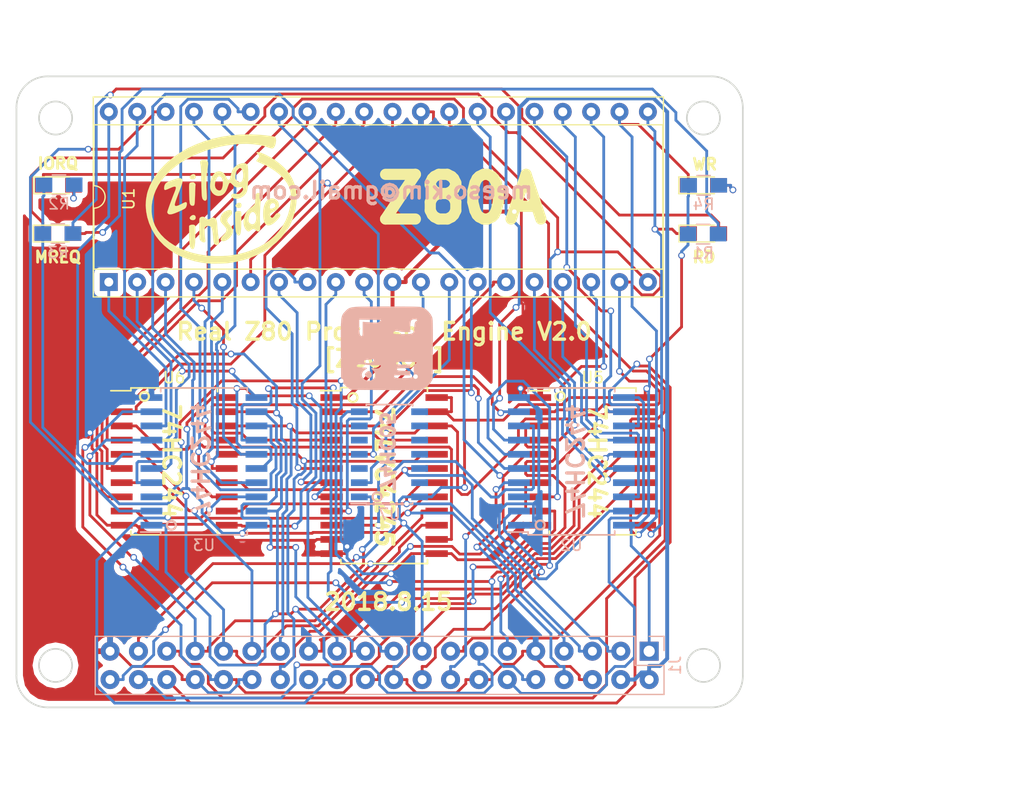
<source format=kicad_pcb>
(kicad_pcb (version 4) (host pcbnew 4.0.7)
  (layers (0 F.Cu signal hide) (31 B.Cu signal) (34 B.Paste user) (35 F.Paste user) (36 B.SilkS user) (37 F.SilkS user hide) (38 B.Mask user) (39 F.Mask user) (44 Edge.Cuts user))
  (net 0 "")
  (net 1 +5V)
  (net 2 GND)
  (net 3 /A11)
  (net 4 /A12)
  (net 5 /A13)
  (net 6 /BUSACK)
  (net 7 /A14)
  (net 8 /WAIT)
  (net 9 /A15)
  (net 10 /BUSRQ)
  (net 11 /CLK)
  (net 12 /RESET)
  (net 13 /D4)
  (net 14 /M1)
  (net 15 /D3)
  (net 16 /RFSH)
  (net 17 /D5)
  (net 18 /D6)
  (net 19 /A0)
  (net 20 /A1)
  (net 21 /D2)
  (net 22 /A2)
  (net 23 /D7)
  (net 24 /A3)
  (net 25 /D0)
  (net 26 /A4)
  (net 27 /D1)
  (net 28 /A5)
  (net 29 /INT)
  (net 30 /A6)
  (net 31 /NMI)
  (net 32 /A7)
  (net 33 /HALT)
  (net 34 /A8)
  (net 35 /A9)
  (net 36 /A10)
  (net 37 MERQ)
  (net 38 IORQ)
  (net 39 RD)
  (net 40 WR)
  (net 41 "Net-(U2-Pad3)")
  (net 42 "Net-(U2-Pad17)")
  (net 43 "Net-(D1-Pad2)")
  (net 44 "Net-(D2-Pad2)")
  (net 45 "Net-(D3-Pad2)")
  (net 46 "Net-(D4-Pad2)")
  (net 47 VCC)
  (net 48 /RD2)
  (net 49 /RD3)
  (net 50 /RD4)
  (net 51 /RA14)
  (net 52 /RA15)
  (net 53 /RC17)
  (net 54 /RC18)
  (net 55 /RATN)
  (net 56 /RC22)
  (net 57 /RC23)
  (net 58 /RC24)
  (net 59 /RA10)
  (net 60 /RA9)
  (net 61 /RC25)
  (net 62 /RA11)
  (net 63 /RA8)
  (net 64 /RC7)
  (net 65 /RD0)
  (net 66 /RD1)
  (net 67 /RD5)
  (net 68 /RD6)
  (net 69 /RA12)
  (net 70 /RA13)
  (net 71 /RC19)
  (net 72 /RC16)
  (net 73 /RC26)
  (net 74 /RC20)
  (net 75 /RC21)
  (net 76 /RD7)
  (net 77 /DAT_EN)
  (net 78 /DAT_DIR)
  (module Socket_Strips:Socket_Strip_Straight_2x20_Pitch2.54mm (layer B.Cu) (at 149.454 112.878 90)
    (fp_text reference J1 (at -1.27 2.33 90) (layer B.SilkS) (effects (justify mirror)))
    (fp_text value Raspberry_Pi_2_3)
    (pad 1 thru_hole rect (at 0 0 90) (size 1.7 1.7) (drill 1) (layers *.Cu *.Mask) (net 47 VCC))
    (pad 2 thru_hole oval (at -2.54 0 90) (size 1.7 1.7) (drill 0.8) (layers *.Cu *.Mask) (net 1 +5V))
    (pad 3 thru_hole oval (at 0 -2.54 90) (size 1.7 1.7) (drill 0.8) (layers *.Cu *.Mask) (net 48 /RD2))
    (pad 4 thru_hole oval (at -2.54 -2.54 90) (size 1.7 1.7) (drill 0.8) (layers *.Cu *.Mask) (net 1 +5V))
    (pad 5 thru_hole oval (at 0 -5.08 90) (size 1.7 1.7) (drill 0.8) (layers *.Cu *.Mask) (net 49 /RD3))
    (pad 6 thru_hole oval (at -2.54 -5.08 90) (size 1.7 1.7) (drill 0.8) (layers *.Cu *.Mask) (net 2 GND))
    (pad 7 thru_hole oval (at 0 -7.62 90) (size 1.7 1.7) (drill 0.8) (layers *.Cu *.Mask) (net 50 /RD4))
    (pad 8 thru_hole oval (at -2.54 -7.62 90) (size 1.7 1.7) (drill 0.8) (layers *.Cu *.Mask) (net 51 /RA14))
    (pad 9 thru_hole oval (at 0 -10.16 90) (size 1.7 1.7) (drill 0.8) (layers *.Cu *.Mask) (net 2 GND))
    (pad 10 thru_hole oval (at -2.54 -10.16 90) (size 1.7 1.7) (drill 0.8) (layers *.Cu *.Mask) (net 52 /RA15))
    (pad 11 thru_hole oval (at 0 -12.7 90) (size 1.7 1.7) (drill 0.8) (layers *.Cu *.Mask) (net 53 /RC17))
    (pad 12 thru_hole oval (at -2.54 -12.7 90) (size 1.7 1.7) (drill 0.8) (layers *.Cu *.Mask) (net 54 /RC18))
    (pad 13 thru_hole oval (at 0 -15.24 90) (size 1.7 1.7) (drill 0.8) (layers *.Cu *.Mask) (net 55 /RATN))
    (pad 14 thru_hole oval (at -2.54 -15.24 90) (size 1.7 1.7) (drill 0.8) (layers *.Cu *.Mask) (net 2 GND))
    (pad 15 thru_hole oval (at 0 -17.78 90) (size 1.7 1.7) (drill 0.8) (layers *.Cu *.Mask) (net 56 /RC22))
    (pad 16 thru_hole oval (at -2.54 -17.78 90) (size 1.7 1.7) (drill 0.8) (layers *.Cu *.Mask) (net 57 /RC23))
    (pad 17 thru_hole oval (at 0 -20.32 90) (size 1.7 1.7) (drill 0.8) (layers *.Cu *.Mask) (net 47 VCC))
    (pad 18 thru_hole oval (at -2.54 -20.32 90) (size 1.7 1.7) (drill 0.8) (layers *.Cu *.Mask) (net 58 /RC24))
    (pad 19 thru_hole oval (at 0 -22.86 90) (size 1.7 1.7) (drill 0.8) (layers *.Cu *.Mask) (net 59 /RA10))
    (pad 20 thru_hole oval (at -2.54 -22.86 90) (size 1.7 1.7) (drill 0.8) (layers *.Cu *.Mask) (net 2 GND))
    (pad 21 thru_hole oval (at 0 -25.4 90) (size 1.7 1.7) (drill 0.8) (layers *.Cu *.Mask) (net 60 /RA9))
    (pad 22 thru_hole oval (at -2.54 -25.4 90) (size 1.7 1.7) (drill 0.8) (layers *.Cu *.Mask) (net 61 /RC25))
    (pad 23 thru_hole oval (at 0 -27.94 90) (size 1.7 1.7) (drill 0.8) (layers *.Cu *.Mask) (net 62 /RA11))
    (pad 24 thru_hole oval (at -2.54 -27.94 90) (size 1.7 1.7) (drill 0.8) (layers *.Cu *.Mask) (net 63 /RA8))
    (pad 25 thru_hole oval (at 0 -30.48 90) (size 1.7 1.7) (drill 0.8) (layers *.Cu *.Mask) (net 2 GND))
    (pad 26 thru_hole oval (at -2.54 -30.48 90) (size 1.7 1.7) (drill 0.8) (layers *.Cu *.Mask) (net 64 /RC7))
    (pad 27 thru_hole oval (at 0 -33.02 90) (size 1.7 1.7) (drill 0.8) (layers *.Cu *.Mask) (net 65 /RD0))
    (pad 28 thru_hole oval (at -2.54 -33.02 90) (size 1.7 1.7) (drill 0.8) (layers *.Cu *.Mask) (net 66 /RD1))
    (pad 29 thru_hole oval (at 0 -35.56 90) (size 1.7 1.7) (drill 0.8) (layers *.Cu *.Mask) (net 67 /RD5))
    (pad 30 thru_hole oval (at -2.54 -35.56 90) (size 1.7 1.7) (drill 0.8) (layers *.Cu *.Mask) (net 2 GND))
    (pad 31 thru_hole oval (at 0 -38.1 90) (size 1.7 1.7) (drill 0.8) (layers *.Cu *.Mask) (net 68 /RD6))
    (pad 32 thru_hole oval (at -2.54 -38.1 90) (size 1.7 1.7) (drill 0.8) (layers *.Cu *.Mask) (net 69 /RA12))
    (pad 33 thru_hole oval (at 0 -40.64 90) (size 1.7 1.7) (drill 0.8) (layers *.Cu *.Mask) (net 70 /RA13))
    (pad 34 thru_hole oval (at -2.54 -40.64 90) (size 1.7 1.7) (drill 0.8) (layers *.Cu *.Mask) (net 2 GND))
    (pad 35 thru_hole oval (at 0 -43.18 90) (size 1.7 1.7) (drill 0.8) (layers *.Cu *.Mask) (net 71 /RC19))
    (pad 36 thru_hole oval (at -2.54 -43.18 90) (size 1.7 1.7) (drill 0.8) (layers *.Cu *.Mask) (net 72 /RC16))
    (pad 37 thru_hole oval (at 0 -45.72 90) (size 1.7 1.7) (drill 0.8) (layers *.Cu *.Mask) (net 73 /RC26))
    (pad 38 thru_hole oval (at -2.54 -45.72 90) (size 1.7 1.7) (drill 0.8) (layers *.Cu *.Mask) (net 74 /RC20))
    (pad 39 thru_hole oval (at 0 -48.26 90) (size 1.7 1.7) (drill 0.8) (layers *.Cu *.Mask) (net 2 GND))
    (pad 40 thru_hole oval (at -2.54 -48.26 90) (size 1.7 1.7) (drill 0.8) (layers *.Cu *.Mask) (net 75 /RC21))
  )
  (module Housings_SOIC:SOIC-14_3.9x8.7mm_Pitch1.27mm (layer B.Cu) (at 126.205 95.25)
    (fp_text reference U7 (at 0 5.375) (layer B.SilkS) (effects (justify mirror)))
    (fp_text value 74LS05)
    (pad 1 smd rect (at -2.7 3.81) (size 1.5 0.6) (layers B.Cu B.Paste B.Mask) (net 55 /RATN))
    (pad 2 smd rect (at -2.7 2.54) (size 1.5 0.6) (layers B.Cu B.Paste B.Mask) (net 77 /DAT_EN))
    (pad 3 smd rect (at -2.7 1.27) (size 1.5 0.6) (layers B.Cu B.Paste B.Mask))
    (pad 4 smd rect (at -2.7 0) (size 1.5 0.6) (layers B.Cu B.Paste B.Mask))
    (pad 5 smd rect (at -2.7 -1.27) (size 1.5 0.6) (layers B.Cu B.Paste B.Mask))
    (pad 6 smd rect (at -2.7 -2.54) (size 1.5 0.6) (layers B.Cu B.Paste B.Mask))
    (pad 7 smd rect (at -2.7 -3.81) (size 1.5 0.6) (layers B.Cu B.Paste B.Mask) (net 2 GND))
    (pad 8 smd rect (at 2.7 -3.81) (size 1.5 0.6) (layers B.Cu B.Paste B.Mask))
    (pad 9 smd rect (at 2.7 -2.54) (size 1.5 0.6) (layers B.Cu B.Paste B.Mask))
    (pad 10 smd rect (at 2.7 -1.27) (size 1.5 0.6) (layers B.Cu B.Paste B.Mask))
    (pad 11 smd rect (at 2.7 0) (size 1.5 0.6) (layers B.Cu B.Paste B.Mask))
    (pad 12 smd rect (at 2.7 1.27) (size 1.5 0.6) (layers B.Cu B.Paste B.Mask))
    (pad 13 smd rect (at 2.7 2.54) (size 1.5 0.6) (layers B.Cu B.Paste B.Mask))
    (pad 14 smd rect (at 2.7 3.81) (size 1.5 0.6) (layers B.Cu B.Paste B.Mask) (net 47 VCC))
  )
  (module LEDs:LED_0805_HandSoldering (layer F.Cu) (at 96.52 75.4888)
    (fp_text reference D1 hide)
    (fp_text value LED_Small)
    (pad 1 smd rect (at -1.35 0) (size 1.5 1.3) (layers F.Cu F.Paste F.Mask) (net 37 MERQ))
    (pad 2 smd rect (at 1.35 0) (size 1.5 1.3) (layers F.Cu F.Paste F.Mask) (net 43 "Net-(D1-Pad2)"))
  )
  (module LEDs:LED_0805_HandSoldering (layer F.Cu) (at 96.5708 71.1708)
    (fp_text reference D2 hide)
    (fp_text value LED_Small)
    (pad 1 smd rect (at -1.35 0) (size 1.5 1.3) (layers F.Cu F.Paste F.Mask) (net 38 IORQ))
    (pad 2 smd rect (at 1.35 0) (size 1.5 1.3) (layers F.Cu F.Paste F.Mask) (net 44 "Net-(D2-Pad2)"))
  )
  (module LEDs:LED_0805_HandSoldering (layer F.Cu) (at 154.33 75.4888)
    (fp_text reference D3 hide)
    (fp_text value LED_Small)
    (pad 1 smd rect (at -1.35 0) (size 1.5 1.3) (layers F.Cu F.Paste F.Mask) (net 39 RD))
    (pad 2 smd rect (at 1.35 0) (size 1.5 1.3) (layers F.Cu F.Paste F.Mask) (net 45 "Net-(D3-Pad2)"))
  )
  (module LEDs:LED_0805_HandSoldering (layer F.Cu) (at 154.305 71.1708)
    (fp_text reference D4 hide)
    (fp_text value LED_Small)
    (pad 1 smd rect (at -1.35 0) (size 1.5 1.3) (layers F.Cu F.Paste F.Mask) (net 40 WR))
    (pad 2 smd rect (at 1.35 0) (size 1.5 1.3) (layers F.Cu F.Paste F.Mask) (net 46 "Net-(D4-Pad2)"))
  )
  (module Resistors_SMD:R_0805_HandSoldering (layer B.Cu) (at 154.28 75.5396)
    (fp_text reference R1 (at 0 1.7) (layer B.SilkS) (effects (justify mirror)))
    (fp_text value R)
    (pad 1 smd rect (at -1.35 0) (size 1.5 1.3) (layers B.Cu B.Paste B.Mask) (net 47 VCC))
    (pad 2 smd rect (at 1.35 0) (size 1.5 1.3) (layers B.Cu B.Paste B.Mask) (net 43 "Net-(D1-Pad2)"))
  )
  (module Resistors_SMD:R_0805_HandSoldering (layer B.Cu) (at 96.6216 71.12)
    (fp_text reference R2 (at 0 1.7) (layer B.SilkS) (effects (justify mirror)))
    (fp_text value R)
    (pad 1 smd rect (at -1.35 0) (size 1.5 1.3) (layers B.Cu B.Paste B.Mask) (net 47 VCC))
    (pad 2 smd rect (at 1.35 0) (size 1.5 1.3) (layers B.Cu B.Paste B.Mask) (net 44 "Net-(D2-Pad2)"))
  )
  (module Resistors_SMD:R_0805_HandSoldering (layer B.Cu) (at 96.52 75.4888)
    (fp_text reference R3 (at 0 1.7) (layer B.SilkS) (effects (justify mirror)))
    (fp_text value R)
    (pad 1 smd rect (at -1.35 0) (size 1.5 1.3) (layers B.Cu B.Paste B.Mask) (net 47 VCC))
    (pad 2 smd rect (at 1.35 0) (size 1.5 1.3) (layers B.Cu B.Paste B.Mask) (net 45 "Net-(D3-Pad2)"))
  )
  (module Resistors_SMD:R_0805_HandSoldering (layer B.Cu) (at 154.33 71.1708)
    (fp_text reference R4 (at 0 1.7) (layer B.SilkS) (effects (justify mirror)))
    (fp_text value R)
    (pad 1 smd rect (at -1.35 0) (size 1.5 1.3) (layers B.Cu B.Paste B.Mask) (net 47 VCC))
    (pad 2 smd rect (at 1.35 0) (size 1.5 1.3) (layers B.Cu B.Paste B.Mask) (net 46 "Net-(D4-Pad2)"))
  )
  (module Housings_DIP:DIP-40_W15.24mm_Socket (layer F.Cu) (at 101.079 79.8322 90)
    (fp_text reference U1 (at 7.4422 1.7907 90) (layer F.SilkS))
    (fp_text value Z80CPU)
    (pad 1 thru_hole rect (at 0 0 90) (size 1.6 1.6) (drill 0.8) (layers *.Cu *.Mask) (net 3 /A11))
    (pad 21 thru_hole oval (at 15.24 48.26 90) (size 1.6 1.6) (drill 0.8) (layers *.Cu *.Mask) (net 39 RD))
    (pad 2 thru_hole oval (at 0 2.54 90) (size 1.6 1.6) (drill 0.8) (layers *.Cu *.Mask) (net 4 /A12))
    (pad 22 thru_hole oval (at 15.24 45.72 90) (size 1.6 1.6) (drill 0.8) (layers *.Cu *.Mask) (net 40 WR))
    (pad 3 thru_hole oval (at 0 5.08 90) (size 1.6 1.6) (drill 0.8) (layers *.Cu *.Mask) (net 5 /A13))
    (pad 23 thru_hole oval (at 15.24 43.18 90) (size 1.6 1.6) (drill 0.8) (layers *.Cu *.Mask) (net 6 /BUSACK))
    (pad 4 thru_hole oval (at 0 7.62 90) (size 1.6 1.6) (drill 0.8) (layers *.Cu *.Mask) (net 7 /A14))
    (pad 24 thru_hole oval (at 15.24 40.64 90) (size 1.6 1.6) (drill 0.8) (layers *.Cu *.Mask) (net 8 /WAIT))
    (pad 5 thru_hole oval (at 0 10.16 90) (size 1.6 1.6) (drill 0.8) (layers *.Cu *.Mask) (net 9 /A15))
    (pad 25 thru_hole oval (at 15.24 38.1 90) (size 1.6 1.6) (drill 0.8) (layers *.Cu *.Mask) (net 10 /BUSRQ))
    (pad 6 thru_hole oval (at 0 12.7 90) (size 1.6 1.6) (drill 0.8) (layers *.Cu *.Mask) (net 11 /CLK))
    (pad 26 thru_hole oval (at 15.24 35.56 90) (size 1.6 1.6) (drill 0.8) (layers *.Cu *.Mask) (net 12 /RESET))
    (pad 7 thru_hole oval (at 0 15.24 90) (size 1.6 1.6) (drill 0.8) (layers *.Cu *.Mask) (net 13 /D4))
    (pad 27 thru_hole oval (at 15.24 33.02 90) (size 1.6 1.6) (drill 0.8) (layers *.Cu *.Mask) (net 14 /M1))
    (pad 8 thru_hole oval (at 0 17.78 90) (size 1.6 1.6) (drill 0.8) (layers *.Cu *.Mask) (net 15 /D3))
    (pad 28 thru_hole oval (at 15.24 30.48 90) (size 1.6 1.6) (drill 0.8) (layers *.Cu *.Mask) (net 16 /RFSH))
    (pad 9 thru_hole oval (at 0 20.32 90) (size 1.6 1.6) (drill 0.8) (layers *.Cu *.Mask) (net 17 /D5))
    (pad 29 thru_hole oval (at 15.24 27.94 90) (size 1.6 1.6) (drill 0.8) (layers *.Cu *.Mask) (net 2 GND))
    (pad 10 thru_hole oval (at 0 22.86 90) (size 1.6 1.6) (drill 0.8) (layers *.Cu *.Mask) (net 18 /D6))
    (pad 30 thru_hole oval (at 15.24 25.4 90) (size 1.6 1.6) (drill 0.8) (layers *.Cu *.Mask) (net 19 /A0))
    (pad 11 thru_hole oval (at 0 25.4 90) (size 1.6 1.6) (drill 0.8) (layers *.Cu *.Mask) (net 1 +5V))
    (pad 31 thru_hole oval (at 15.24 22.86 90) (size 1.6 1.6) (drill 0.8) (layers *.Cu *.Mask) (net 20 /A1))
    (pad 12 thru_hole oval (at 0 27.94 90) (size 1.6 1.6) (drill 0.8) (layers *.Cu *.Mask) (net 21 /D2))
    (pad 32 thru_hole oval (at 15.24 20.32 90) (size 1.6 1.6) (drill 0.8) (layers *.Cu *.Mask) (net 22 /A2))
    (pad 13 thru_hole oval (at 0 30.48 90) (size 1.6 1.6) (drill 0.8) (layers *.Cu *.Mask) (net 23 /D7))
    (pad 33 thru_hole oval (at 15.24 17.78 90) (size 1.6 1.6) (drill 0.8) (layers *.Cu *.Mask) (net 24 /A3))
    (pad 14 thru_hole oval (at 0 33.02 90) (size 1.6 1.6) (drill 0.8) (layers *.Cu *.Mask) (net 25 /D0))
    (pad 34 thru_hole oval (at 15.24 15.24 90) (size 1.6 1.6) (drill 0.8) (layers *.Cu *.Mask) (net 26 /A4))
    (pad 15 thru_hole oval (at 0 35.56 90) (size 1.6 1.6) (drill 0.8) (layers *.Cu *.Mask) (net 27 /D1))
    (pad 35 thru_hole oval (at 15.24 12.7 90) (size 1.6 1.6) (drill 0.8) (layers *.Cu *.Mask) (net 28 /A5))
    (pad 16 thru_hole oval (at 0 38.1 90) (size 1.6 1.6) (drill 0.8) (layers *.Cu *.Mask) (net 29 /INT))
    (pad 36 thru_hole oval (at 15.24 10.16 90) (size 1.6 1.6) (drill 0.8) (layers *.Cu *.Mask) (net 30 /A6))
    (pad 17 thru_hole oval (at 0 40.64 90) (size 1.6 1.6) (drill 0.8) (layers *.Cu *.Mask) (net 31 /NMI))
    (pad 37 thru_hole oval (at 15.24 7.62 90) (size 1.6 1.6) (drill 0.8) (layers *.Cu *.Mask) (net 32 /A7))
    (pad 18 thru_hole oval (at 0 43.18 90) (size 1.6 1.6) (drill 0.8) (layers *.Cu *.Mask) (net 33 /HALT))
    (pad 38 thru_hole oval (at 15.24 5.08 90) (size 1.6 1.6) (drill 0.8) (layers *.Cu *.Mask) (net 34 /A8))
    (pad 19 thru_hole oval (at 0 45.72 90) (size 1.6 1.6) (drill 0.8) (layers *.Cu *.Mask) (net 37 MERQ))
    (pad 39 thru_hole oval (at 15.24 2.54 90) (size 1.6 1.6) (drill 0.8) (layers *.Cu *.Mask) (net 35 /A9))
    (pad 20 thru_hole oval (at 0 48.26 90) (size 1.6 1.6) (drill 0.8) (layers *.Cu *.Mask) (net 38 IORQ))
    (pad 40 thru_hole oval (at 15.24 0 90) (size 1.6 1.6) (drill 0.8) (layers *.Cu *.Mask) (net 36 /A10))
  )
  (module Housings_SOIC:SOIC-20W_7.5x12.8mm_Pitch1.27mm (layer B.Cu) (at 142.495 95.885)
    (fp_text reference U2 (at 0 7.5) (layer B.SilkS) (effects (justify mirror)))
    (fp_text value 74LS244)
    (pad 1 smd rect (at -4.7 5.715) (size 1.95 0.6) (layers B.Cu B.Paste B.Mask) (net 2 GND))
    (pad 2 smd rect (at -4.7 4.445) (size 1.95 0.6) (layers B.Cu B.Paste B.Mask) (net 58 /RC24))
    (pad 3 smd rect (at -4.7 3.175) (size 1.95 0.6) (layers B.Cu B.Paste B.Mask) (net 41 "Net-(U2-Pad3)"))
    (pad 4 smd rect (at -4.7 1.905) (size 1.95 0.6) (layers B.Cu B.Paste B.Mask) (net 57 /RC23))
    (pad 5 smd rect (at -4.7 0.635) (size 1.95 0.6) (layers B.Cu B.Paste B.Mask) (net 78 /DAT_DIR))
    (pad 6 smd rect (at -4.7 -0.635) (size 1.95 0.6) (layers B.Cu B.Paste B.Mask) (net 61 /RC25))
    (pad 7 smd rect (at -4.7 -1.905) (size 1.95 0.6) (layers B.Cu B.Paste B.Mask) (net 12 /RESET))
    (pad 8 smd rect (at -4.7 -3.175) (size 1.95 0.6) (layers B.Cu B.Paste B.Mask) (net 73 /RC26))
    (pad 9 smd rect (at -4.7 -4.445) (size 1.95 0.6) (layers B.Cu B.Paste B.Mask) (net 11 /CLK))
    (pad 10 smd rect (at -4.7 -5.715) (size 1.95 0.6) (layers B.Cu B.Paste B.Mask) (net 2 GND))
    (pad 11 smd rect (at 4.7 -5.715) (size 1.95 0.6) (layers B.Cu B.Paste B.Mask) (net 54 /RC18))
    (pad 12 smd rect (at 4.7 -4.445) (size 1.95 0.6) (layers B.Cu B.Paste B.Mask) (net 10 /BUSRQ))
    (pad 13 smd rect (at 4.7 -3.175) (size 1.95 0.6) (layers B.Cu B.Paste B.Mask) (net 72 /RC16))
    (pad 14 smd rect (at 4.7 -1.905) (size 1.95 0.6) (layers B.Cu B.Paste B.Mask) (net 31 /NMI))
    (pad 15 smd rect (at 4.7 -0.635) (size 1.95 0.6) (layers B.Cu B.Paste B.Mask) (net 53 /RC17))
    (pad 16 smd rect (at 4.7 0.635) (size 1.95 0.6) (layers B.Cu B.Paste B.Mask) (net 29 /INT))
    (pad 17 smd rect (at 4.7 1.905) (size 1.95 0.6) (layers B.Cu B.Paste B.Mask) (net 42 "Net-(U2-Pad17)"))
    (pad 18 smd rect (at 4.7 3.175) (size 1.95 0.6) (layers B.Cu B.Paste B.Mask) (net 8 /WAIT))
    (pad 19 smd rect (at 4.7 4.445) (size 1.95 0.6) (layers B.Cu B.Paste B.Mask) (net 2 GND))
    (pad 20 smd rect (at 4.7 5.715) (size 1.95 0.6) (layers B.Cu B.Paste B.Mask) (net 47 VCC))
  )
  (module Housings_SOIC:SOIC-20W_7.5x12.8mm_Pitch1.27mm (layer B.Cu) (at 109.6 95.885)
    (fp_text reference U3 (at 0 7.5) (layer B.SilkS) (effects (justify mirror)))
    (fp_text value 74LS244)
    (pad 1 smd rect (at -4.7 5.715) (size 1.95 0.6) (layers B.Cu B.Paste B.Mask) (net 55 /RATN))
    (pad 2 smd rect (at -4.7 4.445) (size 1.95 0.6) (layers B.Cu B.Paste B.Mask) (net 34 /A8))
    (pad 3 smd rect (at -4.7 3.175) (size 1.95 0.6) (layers B.Cu B.Paste B.Mask) (net 52 /RA15))
    (pad 4 smd rect (at -4.7 1.905) (size 1.95 0.6) (layers B.Cu B.Paste B.Mask) (net 35 /A9))
    (pad 5 smd rect (at -4.7 0.635) (size 1.95 0.6) (layers B.Cu B.Paste B.Mask) (net 51 /RA14))
    (pad 6 smd rect (at -4.7 -0.635) (size 1.95 0.6) (layers B.Cu B.Paste B.Mask) (net 36 /A10))
    (pad 7 smd rect (at -4.7 -1.905) (size 1.95 0.6) (layers B.Cu B.Paste B.Mask) (net 70 /RA13))
    (pad 8 smd rect (at -4.7 -3.175) (size 1.95 0.6) (layers B.Cu B.Paste B.Mask) (net 3 /A11))
    (pad 9 smd rect (at -4.7 -4.445) (size 1.95 0.6) (layers B.Cu B.Paste B.Mask) (net 69 /RA12))
    (pad 10 smd rect (at -4.7 -5.715) (size 1.95 0.6) (layers B.Cu B.Paste B.Mask) (net 2 GND))
    (pad 11 smd rect (at 4.7 -5.715) (size 1.95 0.6) (layers B.Cu B.Paste B.Mask) (net 4 /A12))
    (pad 12 smd rect (at 4.7 -4.445) (size 1.95 0.6) (layers B.Cu B.Paste B.Mask) (net 62 /RA11))
    (pad 13 smd rect (at 4.7 -3.175) (size 1.95 0.6) (layers B.Cu B.Paste B.Mask) (net 5 /A13))
    (pad 14 smd rect (at 4.7 -1.905) (size 1.95 0.6) (layers B.Cu B.Paste B.Mask) (net 59 /RA10))
    (pad 15 smd rect (at 4.7 -0.635) (size 1.95 0.6) (layers B.Cu B.Paste B.Mask) (net 7 /A14))
    (pad 16 smd rect (at 4.7 0.635) (size 1.95 0.6) (layers B.Cu B.Paste B.Mask) (net 60 /RA9))
    (pad 17 smd rect (at 4.7 1.905) (size 1.95 0.6) (layers B.Cu B.Paste B.Mask) (net 9 /A15))
    (pad 18 smd rect (at 4.7 3.175) (size 1.95 0.6) (layers B.Cu B.Paste B.Mask) (net 63 /RA8))
    (pad 19 smd rect (at 4.7 4.445) (size 1.95 0.6) (layers B.Cu B.Paste B.Mask) (net 55 /RATN))
    (pad 20 smd rect (at 4.7 5.715) (size 1.95 0.6) (layers B.Cu B.Paste B.Mask) (net 47 VCC))
  )
  (module Housings_SOIC:SOIC-24W_7.5x15.4mm_Pitch1.27mm (layer F.Cu) (at 125.73 97.155)
    (fp_text reference U4 (at 0 -8.8) (layer F.SilkS))
    (fp_text value LVC4245)
    (pad 1 smd rect (at -4.7 -6.985) (size 2 0.6) (layers F.Cu F.Paste F.Mask) (net 1 +5V))
    (pad 2 smd rect (at -4.7 -5.715) (size 2 0.6) (layers F.Cu F.Paste F.Mask) (net 78 /DAT_DIR))
    (pad 3 smd rect (at -4.7 -4.445) (size 2 0.6) (layers F.Cu F.Paste F.Mask) (net 25 /D0))
    (pad 4 smd rect (at -4.7 -3.175) (size 2 0.6) (layers F.Cu F.Paste F.Mask) (net 27 /D1))
    (pad 5 smd rect (at -4.7 -1.905) (size 2 0.6) (layers F.Cu F.Paste F.Mask) (net 21 /D2))
    (pad 6 smd rect (at -4.7 -0.635) (size 2 0.6) (layers F.Cu F.Paste F.Mask) (net 15 /D3))
    (pad 7 smd rect (at -4.7 0.635) (size 2 0.6) (layers F.Cu F.Paste F.Mask) (net 13 /D4))
    (pad 8 smd rect (at -4.7 1.905) (size 2 0.6) (layers F.Cu F.Paste F.Mask) (net 17 /D5))
    (pad 9 smd rect (at -4.7 3.175) (size 2 0.6) (layers F.Cu F.Paste F.Mask) (net 18 /D6))
    (pad 10 smd rect (at -4.7 4.445) (size 2 0.6) (layers F.Cu F.Paste F.Mask) (net 23 /D7))
    (pad 11 smd rect (at -4.7 5.715) (size 2 0.6) (layers F.Cu F.Paste F.Mask) (net 2 GND))
    (pad 12 smd rect (at -4.7 6.985) (size 2 0.6) (layers F.Cu F.Paste F.Mask) (net 2 GND))
    (pad 13 smd rect (at 4.7 6.985) (size 2 0.6) (layers F.Cu F.Paste F.Mask) (net 2 GND))
    (pad 14 smd rect (at 4.7 5.715) (size 2 0.6) (layers F.Cu F.Paste F.Mask) (net 76 /RD7))
    (pad 15 smd rect (at 4.7 4.445) (size 2 0.6) (layers F.Cu F.Paste F.Mask) (net 68 /RD6))
    (pad 16 smd rect (at 4.7 3.175) (size 2 0.6) (layers F.Cu F.Paste F.Mask) (net 67 /RD5))
    (pad 17 smd rect (at 4.7 1.905) (size 2 0.6) (layers F.Cu F.Paste F.Mask) (net 50 /RD4))
    (pad 18 smd rect (at 4.7 0.635) (size 2 0.6) (layers F.Cu F.Paste F.Mask) (net 49 /RD3))
    (pad 19 smd rect (at 4.7 -0.635) (size 2 0.6) (layers F.Cu F.Paste F.Mask) (net 48 /RD2))
    (pad 20 smd rect (at 4.7 -1.905) (size 2 0.6) (layers F.Cu F.Paste F.Mask) (net 66 /RD1))
    (pad 21 smd rect (at 4.7 -3.175) (size 2 0.6) (layers F.Cu F.Paste F.Mask) (net 65 /RD0))
    (pad 22 smd rect (at 4.7 -4.445) (size 2 0.6) (layers F.Cu F.Paste F.Mask) (net 77 /DAT_EN))
    (pad 23 smd rect (at 4.7 -5.715) (size 2 0.6) (layers F.Cu F.Paste F.Mask) (net 47 VCC))
    (pad 24 smd rect (at 4.7 -6.985) (size 2 0.6) (layers F.Cu F.Paste F.Mask) (net 47 VCC))
  )
  (module Housings_SOIC:SOIC-20W_7.5x12.8mm_Pitch1.27mm (layer F.Cu) (at 144.4 95.885)
    (fp_text reference U5 (at 0 -7.5) (layer F.SilkS))
    (fp_text value 74LS244)
    (pad 1 smd rect (at -4.7 -5.715) (size 1.95 0.6) (layers F.Cu F.Paste F.Mask) (net 2 GND))
    (pad 2 smd rect (at -4.7 -4.445) (size 1.95 0.6) (layers F.Cu F.Paste F.Mask) (net 37 MERQ))
    (pad 3 smd rect (at -4.7 -3.175) (size 1.95 0.6) (layers F.Cu F.Paste F.Mask) (net 52 /RA15))
    (pad 4 smd rect (at -4.7 -1.905) (size 1.95 0.6) (layers F.Cu F.Paste F.Mask) (net 38 IORQ))
    (pad 5 smd rect (at -4.7 -0.635) (size 1.95 0.6) (layers F.Cu F.Paste F.Mask) (net 51 /RA14))
    (pad 6 smd rect (at -4.7 0.635) (size 1.95 0.6) (layers F.Cu F.Paste F.Mask) (net 33 /HALT))
    (pad 7 smd rect (at -4.7 1.905) (size 1.95 0.6) (layers F.Cu F.Paste F.Mask) (net 70 /RA13))
    (pad 8 smd rect (at -4.7 3.175) (size 1.95 0.6) (layers F.Cu F.Paste F.Mask) (net 6 /BUSACK))
    (pad 9 smd rect (at -4.7 4.445) (size 1.95 0.6) (layers F.Cu F.Paste F.Mask) (net 69 /RA12))
    (pad 10 smd rect (at -4.7 5.715) (size 1.95 0.6) (layers F.Cu F.Paste F.Mask) (net 2 GND))
    (pad 11 smd rect (at 4.7 5.715) (size 1.95 0.6) (layers F.Cu F.Paste F.Mask) (net 39 RD))
    (pad 12 smd rect (at 4.7 4.445) (size 1.95 0.6) (layers F.Cu F.Paste F.Mask) (net 56 /RC22))
    (pad 13 smd rect (at 4.7 3.175) (size 1.95 0.6) (layers F.Cu F.Paste F.Mask) (net 40 WR))
    (pad 14 smd rect (at 4.7 1.905) (size 1.95 0.6) (layers F.Cu F.Paste F.Mask) (net 75 /RC21))
    (pad 15 smd rect (at 4.7 0.635) (size 1.95 0.6) (layers F.Cu F.Paste F.Mask) (net 14 /M1))
    (pad 16 smd rect (at 4.7 -0.635) (size 1.95 0.6) (layers F.Cu F.Paste F.Mask) (net 74 /RC20))
    (pad 17 smd rect (at 4.7 -1.905) (size 1.95 0.6) (layers F.Cu F.Paste F.Mask) (net 16 /RFSH))
    (pad 18 smd rect (at 4.7 -3.175) (size 1.95 0.6) (layers F.Cu F.Paste F.Mask) (net 71 /RC19))
    (pad 19 smd rect (at 4.7 -4.445) (size 1.95 0.6) (layers F.Cu F.Paste F.Mask) (net 77 /DAT_EN))
    (pad 20 smd rect (at 4.7 -5.715) (size 1.95 0.6) (layers F.Cu F.Paste F.Mask) (net 47 VCC))
  )
  (module Housings_SOIC:SOIC-20W_7.5x12.8mm_Pitch1.27mm (layer F.Cu) (at 106.934 95.885)
    (fp_text reference U6 (at 0 -7.5) (layer F.SilkS))
    (fp_text value 74LS244)
    (pad 1 smd rect (at -4.7 -5.715) (size 1.95 0.6) (layers F.Cu F.Paste F.Mask) (net 55 /RATN))
    (pad 2 smd rect (at -4.7 -4.445) (size 1.95 0.6) (layers F.Cu F.Paste F.Mask) (net 19 /A0))
    (pad 3 smd rect (at -4.7 -3.175) (size 1.95 0.6) (layers F.Cu F.Paste F.Mask) (net 76 /RD7))
    (pad 4 smd rect (at -4.7 -1.905) (size 1.95 0.6) (layers F.Cu F.Paste F.Mask) (net 20 /A1))
    (pad 5 smd rect (at -4.7 -0.635) (size 1.95 0.6) (layers F.Cu F.Paste F.Mask) (net 68 /RD6))
    (pad 6 smd rect (at -4.7 0.635) (size 1.95 0.6) (layers F.Cu F.Paste F.Mask) (net 22 /A2))
    (pad 7 smd rect (at -4.7 1.905) (size 1.95 0.6) (layers F.Cu F.Paste F.Mask) (net 67 /RD5))
    (pad 8 smd rect (at -4.7 3.175) (size 1.95 0.6) (layers F.Cu F.Paste F.Mask) (net 24 /A3))
    (pad 9 smd rect (at -4.7 4.445) (size 1.95 0.6) (layers F.Cu F.Paste F.Mask) (net 50 /RD4))
    (pad 10 smd rect (at -4.7 5.715) (size 1.95 0.6) (layers F.Cu F.Paste F.Mask) (net 2 GND))
    (pad 11 smd rect (at 4.7 5.715) (size 1.95 0.6) (layers F.Cu F.Paste F.Mask) (net 26 /A4))
    (pad 12 smd rect (at 4.7 4.445) (size 1.95 0.6) (layers F.Cu F.Paste F.Mask) (net 49 /RD3))
    (pad 13 smd rect (at 4.7 3.175) (size 1.95 0.6) (layers F.Cu F.Paste F.Mask) (net 28 /A5))
    (pad 14 smd rect (at 4.7 1.905) (size 1.95 0.6) (layers F.Cu F.Paste F.Mask) (net 48 /RD2))
    (pad 15 smd rect (at 4.7 0.635) (size 1.95 0.6) (layers F.Cu F.Paste F.Mask) (net 30 /A6))
    (pad 16 smd rect (at 4.7 -0.635) (size 1.95 0.6) (layers F.Cu F.Paste F.Mask) (net 66 /RD1))
    (pad 17 smd rect (at 4.7 -1.905) (size 1.95 0.6) (layers F.Cu F.Paste F.Mask) (net 32 /A7))
    (pad 18 smd rect (at 4.7 -3.175) (size 1.95 0.6) (layers F.Cu F.Paste F.Mask) (net 65 /RD0))
    (pad 19 smd rect (at 4.7 -4.445) (size 1.95 0.6) (layers F.Cu F.Paste F.Mask) (net 55 /RATN))
    (pad 20 smd rect (at 4.7 -5.715) (size 1.95 0.6) (layers F.Cu F.Paste F.Mask) (net 47 VCC))
  )
  (module MSX:zilog_inside_logo (layer F.Cu) (at 111.125 72.39)
    (fp_text reference G*** hide)
    (fp_text value LOGO hide)
  )
  (module MSX:srxg (layer B.Cu) (at 126.0348 86.2076 180)
    (fp_text reference G*** hide)
    (fp_text value LOGO hide)
  )
  (gr_circle (center 122.936 90.17) (end 123.317 90.297) (layer F.SilkS) (width 0.2))
  (gr_text 74HC05 (at 125.984 94.996 270) (layer B.SilkS) (effects (font (size 1.2 1.2) (thickness 0.3)) (justify mirror)))
  (gr_circle (center 106.68 101.6) (end 107.061 101.473) (layer B.SilkS) (width 0.2))
  (gr_circle (center 125.095 99.06) (end 125.476 98.933) (layer B.SilkS) (width 0.2))
  (gr_circle (center 139.7 101.579391) (end 140.081 101.452391) (layer B.SilkS) (width 0.2))
  (gr_circle (center 104.267 90.063609) (end 104.648 90.190609) (layer F.SilkS) (width 0.2))
  (gr_circle (center 141.478 90.043) (end 141.859 90.17) (layer F.SilkS) (width 0.2))
  (gr_text Z80A (at 132.715 72.39) (layer F.SilkS) (effects (font (size 4 4) (thickness 1))))
  (gr_text meeso.kim@gmail.com (at 126.365 71.628) (layer B.SilkS) (effects (font (size 1.5 1.5) (thickness 0.3)) (justify mirror)))
  (gr_text 2018.8.15 (at 126.111 108.458) (layer F.SilkS) (effects (font (size 1.5 1.5) (thickness 0.3))))
  (gr_text 74HC244 (at 109.22 95.758 270) (layer B.SilkS) (effects (font (size 1.5 1.5) (thickness 0.3)) (justify mirror)))
  (gr_text 74LVC4245 (at 125.73 97.155 270) (layer F.SilkS) (effects (font (size 1.5 1.5) (thickness 0.375) italic)))
  (gr_text 74HC244 (at 144.78 95.885 270) (layer F.SilkS) (effects (font (size 1.5 1.5) (thickness 0.3))))
  (gr_text 74HC244 (at 106.68 95.885 270) (layer F.SilkS) (effects (font (size 1.5 1.5) (thickness 0.3))))
  (gr_text 74HC244 (at 142.748 95.885 270) (layer B.SilkS) (effects (font (size 1.5 1.5) (thickness 0.3)) (justify mirror)))
  (gr_text "Real Z80 Processor Engine V2.0\n[Z80BOX]" (at 125.73 85.471) (layer F.SilkS) (effects (font (size 1.5 1.5) (thickness 0.3))))
  (gr_text IORQ (at 96.52 69.215) (layer F.SilkS) (effects (font (size 1 1) (thickness 0.25))))
  (gr_text MREQ (at 96.52 77.597) (layer F.SilkS) (effects (font (size 1 1) (thickness 0.25))))
  (gr_text WR (at 154.432 69.2912) (layer F.SilkS) (effects (font (size 1 1) (thickness 0.25))))
  (gr_text RD (at 154.3685 77.597) (layer F.SilkS) (effects (font (size 1 1) (thickness 0.25))))
  (gr_arc (start 95.6056 64.2112) (end 92.8116 64.2112) (angle 91.02303019) (layer Edge.Cuts) (width 0.15))
  (gr_arc (start 155.0416 64.2112) (end 155.0416 61.4172) (angle 91.02303019) (layer Edge.Cuts) (width 0.15))
  (gr_circle (center 96.316487 65.14592) (end 95.148087 64.23152) (layer Edge.Cuts) (width 0.15))
  (gr_circle (center 154.309767 65.14592) (end 153.141367 64.23152) (layer Edge.Cuts) (width 0.15))
  (gr_circle (center 96.31172 114.147913) (end 95.14332 113.233513) (layer Edge.Cuts) (width 0.15))
  (gr_circle (center 154.32024 114.1476) (end 153.15184 113.2332) (layer Edge.Cuts) (width 0.15))
  (gr_arc (start 95.605155 115.111885) (end 95.605155 117.905885) (angle 91.02303019) (layer Edge.Cuts) (width 0.15))
  (gr_arc (start 155.0416 115.113245) (end 157.8356 115.113245) (angle 91.02303019) (layer Edge.Cuts) (width 0.15))
  (gr_line (start 155.0416 61.4172) (end 95.655485 61.4172) (layer Edge.Cuts) (width 0.15))
  (gr_line (start 92.8116 64.212) (end 92.8116 115.062) (layer Edge.Cuts) (width 0.15))
  (gr_line (start 154.991715 117.9068) (end 95.605155 117.9068) (layer Edge.Cuts) (width 0.15))
  (gr_line (start 157.8356 64.261085) (end 157.8356 115.113245) (layer Edge.Cuts) (width 0.15))
  (via (at 137.3848 73.5253) (size 0.6) (layers F.Cu B.Cu) (net 1))
  (segment (start 126.479 79.8322) (end 127.6543 79.8322) (width 0.35) (layer F.Cu) (net 1))
  (segment (start 148.7791 114.7782) (end 149.454 114.7782) (width 0.35) (layer B.Cu) (net 1))
  (segment (start 148.1393 115.418) (end 148.7791 114.7782) (width 0.35) (layer B.Cu) (net 1))
  (segment (start 149.454 115.418) (end 149.454 114.7782) (width 0.35) (layer B.Cu) (net 1))
  (segment (start 149.454 114.7782) (end 149.454 114.1927) (width 0.35) (layer B.Cu) (net 1))
  (segment (start 146.914 115.418) (end 148.1393 115.418) (width 0.35) (layer B.Cu) (net 1))
  (segment (start 121.03 90.17) (end 122.4053 90.17) (width 0.35) (layer F.Cu) (net 1))
  (segment (start 126.479 79.8322) (end 126.479 81.0075) (width 0.35) (layer F.Cu) (net 1))
  (segment (start 127.6543 79.4649) (end 127.6543 79.8322) (width 0.35) (layer F.Cu) (net 1))
  (segment (start 133.5939 73.5253) (end 127.6543 79.4649) (width 0.35) (layer F.Cu) (net 1))
  (segment (start 137.3848 73.5253) (end 133.5939 73.5253) (width 0.35) (layer F.Cu) (net 1))
  (segment (start 137.8277 73.0824) (end 137.3848 73.5253) (width 0.35) (layer B.Cu) (net 1))
  (segment (start 137.8277 64.2246) (end 137.8277 73.0824) (width 0.35) (layer B.Cu) (net 1))
  (segment (start 138.6653 63.387) (end 137.8277 64.2246) (width 0.35) (layer B.Cu) (net 1))
  (segment (start 149.8536 63.387) (end 138.6653 63.387) (width 0.35) (layer B.Cu) (net 1))
  (segment (start 151.0651 64.5985) (end 149.8536 63.387) (width 0.35) (layer B.Cu) (net 1))
  (segment (start 151.0651 113.5378) (end 151.0651 64.5985) (width 0.35) (layer B.Cu) (net 1))
  (segment (start 150.4102 114.1927) (end 151.0651 113.5378) (width 0.35) (layer B.Cu) (net 1))
  (segment (start 149.454 114.1927) (end 150.4102 114.1927) (width 0.35) (layer B.Cu) (net 1))
  (segment (start 126.479 86.0963) (end 126.479 81.0075) (width 0.35) (layer F.Cu) (net 1))
  (segment (start 122.4053 90.17) (end 126.479 86.0963) (width 0.35) (layer F.Cu) (net 1))
  (via (at 99.3874 93.3145) (size 0.6) (layers F.Cu B.Cu) (net 2))
  (via (at 137.9375 89.347) (size 0.6) (layers F.Cu B.Cu) (net 2))
  (via (at 126.3515 105.9454) (size 0.6) (layers F.Cu B.Cu) (net 2))
  (via (at 136.7855 103.2444) (size 0.6) (layers F.Cu B.Cu) (net 2))
  (via (at 122.41 103.505) (size 0.6) (layers F.Cu B.Cu) (net 2))
  (segment (start 112.7187 115.7854) (end 112.7187 115.418) (width 0.25) (layer B.Cu) (net 2))
  (segment (start 111.9108 116.5933) (end 112.7187 115.7854) (width 0.25) (layer B.Cu) (net 2))
  (segment (start 109.9893 116.5933) (end 111.9108 116.5933) (width 0.25) (layer B.Cu) (net 2))
  (segment (start 108.814 115.418) (end 109.9893 116.5933) (width 0.25) (layer B.Cu) (net 2))
  (segment (start 113.894 115.418) (end 112.7187 115.418) (width 0.25) (layer B.Cu) (net 2))
  (segment (start 104.9 90.17) (end 103.5997 90.17) (width 0.25) (layer B.Cu) (net 2))
  (segment (start 102.234 101.6) (end 100.9337 101.6) (width 0.25) (layer F.Cu) (net 2))
  (segment (start 121.03 104.14) (end 122.3553 104.14) (width 0.25) (layer F.Cu) (net 2))
  (segment (start 121.03 102.87) (end 122.3553 102.87) (width 0.25) (layer F.Cu) (net 2))
  (segment (start 137.795 90.17) (end 138.1201 90.17) (width 0.25) (layer B.Cu) (net 2))
  (segment (start 137.9375 89.9874) (end 137.9375 89.347) (width 0.25) (layer B.Cu) (net 2))
  (segment (start 138.1201 90.17) (end 137.9375 89.9874) (width 0.25) (layer B.Cu) (net 2))
  (segment (start 139.7 90.17) (end 138.3997 90.17) (width 0.25) (layer F.Cu) (net 2))
  (segment (start 129.019 64.5922) (end 130.1443 64.5922) (width 0.25) (layer F.Cu) (net 2))
  (segment (start 137.795 101.6) (end 139.0953 101.6) (width 0.25) (layer B.Cu) (net 2))
  (segment (start 102.5319 90.17) (end 99.3874 93.3145) (width 0.25) (layer B.Cu) (net 2))
  (segment (start 103.5997 90.17) (end 102.5319 90.17) (width 0.25) (layer B.Cu) (net 2))
  (segment (start 121.03 102.87) (end 119.7047 102.87) (width 0.25) (layer F.Cu) (net 2))
  (segment (start 137.9375 89.347) (end 138.0102 89.347) (width 0.25) (layer F.Cu) (net 2))
  (segment (start 138.3997 89.7365) (end 138.3997 90.17) (width 0.25) (layer F.Cu) (net 2))
  (segment (start 138.0102 89.347) (end 138.3997 89.7365) (width 0.25) (layer F.Cu) (net 2))
  (segment (start 102.234 101.6) (end 103.5343 101.6) (width 0.25) (layer F.Cu) (net 2))
  (segment (start 119.6269 102.9478) (end 104.8821 102.9478) (width 0.25) (layer F.Cu) (net 2))
  (segment (start 119.7047 102.87) (end 119.6269 102.9478) (width 0.25) (layer F.Cu) (net 2))
  (segment (start 104.8821 102.9478) (end 103.5343 101.6) (width 0.25) (layer F.Cu) (net 2))
  (segment (start 101.194 112.878) (end 101.194 112.2903) (width 0.25) (layer F.Cu) (net 2))
  (segment (start 101.194 112.2903) (end 101.194 111.7027) (width 0.25) (layer F.Cu) (net 2))
  (segment (start 107.6387 115.0506) (end 107.6387 115.418) (width 0.25) (layer F.Cu) (net 2))
  (segment (start 106.8308 114.2427) (end 107.6387 115.0506) (width 0.25) (layer F.Cu) (net 2))
  (segment (start 103.1464 114.2427) (end 106.8308 114.2427) (width 0.25) (layer F.Cu) (net 2))
  (segment (start 101.194 112.2903) (end 103.1464 114.2427) (width 0.25) (layer F.Cu) (net 2))
  (segment (start 108.814 115.418) (end 107.6387 115.418) (width 0.25) (layer F.Cu) (net 2))
  (segment (start 147.195 100.33) (end 145.8947 100.33) (width 0.25) (layer B.Cu) (net 2))
  (segment (start 139.0953 99.6854) (end 139.0953 101.6) (width 0.25) (layer B.Cu) (net 2))
  (segment (start 138.1187 113.2454) (end 138.1187 112.878) (width 0.25) (layer F.Cu) (net 2))
  (segment (start 137.3108 114.0533) (end 138.1187 113.2454) (width 0.25) (layer F.Cu) (net 2))
  (segment (start 136.3866 114.0533) (end 137.3108 114.0533) (width 0.25) (layer F.Cu) (net 2))
  (segment (start 135.3893 115.0506) (end 136.3866 114.0533) (width 0.25) (layer F.Cu) (net 2))
  (segment (start 135.3893 115.418) (end 135.3893 115.0506) (width 0.25) (layer F.Cu) (net 2))
  (segment (start 134.214 115.418) (end 135.3893 115.418) (width 0.25) (layer F.Cu) (net 2))
  (segment (start 139.294 112.878) (end 138.7064 112.878) (width 0.25) (layer F.Cu) (net 2))
  (segment (start 138.7064 112.878) (end 138.1187 112.878) (width 0.25) (layer F.Cu) (net 2))
  (segment (start 143.1987 115.0506) (end 143.1987 115.418) (width 0.25) (layer F.Cu) (net 2))
  (segment (start 142.3908 114.2427) (end 143.1987 115.0506) (width 0.25) (layer F.Cu) (net 2))
  (segment (start 140.0711 114.2427) (end 142.3908 114.2427) (width 0.25) (layer F.Cu) (net 2))
  (segment (start 138.7064 112.878) (end 140.0711 114.2427) (width 0.25) (layer F.Cu) (net 2))
  (segment (start 144.374 115.418) (end 143.1987 115.418) (width 0.25) (layer F.Cu) (net 2))
  (segment (start 118.974 112.878) (end 120.1493 112.878) (width 0.25) (layer F.Cu) (net 2))
  (segment (start 126.594 115.418) (end 126.594 114.2427) (width 0.25) (layer B.Cu) (net 2))
  (segment (start 126.1039 105.9454) (end 126.3515 105.9454) (width 0.25) (layer F.Cu) (net 2))
  (segment (start 120.1493 111.9) (end 126.1039 105.9454) (width 0.25) (layer F.Cu) (net 2))
  (segment (start 120.1493 112.878) (end 120.1493 111.9) (width 0.25) (layer F.Cu) (net 2))
  (segment (start 128.1569 104.14) (end 130.43 104.14) (width 0.25) (layer F.Cu) (net 2))
  (segment (start 126.3515 105.9454) (end 128.1569 104.14) (width 0.25) (layer F.Cu) (net 2))
  (segment (start 130.43 104.14) (end 131.7553 104.14) (width 0.25) (layer F.Cu) (net 2))
  (segment (start 135.3414 104.6885) (end 136.7855 103.2444) (width 0.25) (layer F.Cu) (net 2))
  (segment (start 132.3038 104.6885) (end 135.3414 104.6885) (width 0.25) (layer F.Cu) (net 2))
  (segment (start 131.7553 104.14) (end 132.3038 104.6885) (width 0.25) (layer F.Cu) (net 2))
  (segment (start 138.3997 101.6302) (end 136.7855 103.2444) (width 0.25) (layer F.Cu) (net 2))
  (segment (start 138.3997 101.6) (end 138.3997 101.6302) (width 0.25) (layer F.Cu) (net 2))
  (segment (start 139.7 101.6) (end 138.3997 101.6) (width 0.25) (layer F.Cu) (net 2))
  (segment (start 136.6933 99.6854) (end 139.0953 99.6854) (width 0.25) (layer B.Cu) (net 2))
  (segment (start 136.0386 100.3401) (end 136.6933 99.6854) (width 0.25) (layer B.Cu) (net 2))
  (segment (start 136.0386 102.4975) (end 136.0386 100.3401) (width 0.25) (layer B.Cu) (net 2))
  (segment (start 136.7855 103.2444) (end 136.0386 102.4975) (width 0.25) (layer B.Cu) (net 2))
  (segment (start 104.8821 108.0146) (end 101.194 111.7027) (width 0.25) (layer F.Cu) (net 2))
  (segment (start 104.8821 102.9478) (end 104.8821 108.0146) (width 0.25) (layer F.Cu) (net 2))
  (segment (start 138.3091 90.17) (end 138.1201 90.17) (width 0.25) (layer B.Cu) (net 2))
  (segment (start 139.5729 91.4338) (end 138.3091 90.17) (width 0.25) (layer B.Cu) (net 2))
  (segment (start 139.5729 99.2078) (end 139.5729 91.4338) (width 0.25) (layer B.Cu) (net 2))
  (segment (start 139.0953 99.6854) (end 139.5729 99.2078) (width 0.25) (layer B.Cu) (net 2))
  (segment (start 130.1443 65.3188) (end 130.1443 64.5922) (width 0.25) (layer F.Cu) (net 2))
  (segment (start 138.0102 73.1847) (end 130.1443 65.3188) (width 0.25) (layer F.Cu) (net 2))
  (segment (start 138.0102 81.6879) (end 138.0102 73.1847) (width 0.25) (layer F.Cu) (net 2))
  (segment (start 138.1597 81.8374) (end 138.0102 81.6879) (width 0.25) (layer F.Cu) (net 2))
  (segment (start 138.1597 89.1975) (end 138.1597 81.8374) (width 0.25) (layer F.Cu) (net 2))
  (segment (start 138.0102 89.347) (end 138.1597 89.1975) (width 0.25) (layer F.Cu) (net 2))
  (segment (start 141.1727 105.052) (end 145.8947 100.33) (width 0.25) (layer B.Cu) (net 2))
  (segment (start 141.1727 105.4717) (end 141.1727 105.052) (width 0.25) (layer B.Cu) (net 2))
  (segment (start 140.2484 106.396) (end 141.1727 105.4717) (width 0.25) (layer B.Cu) (net 2))
  (segment (start 139.5685 106.396) (end 140.2484 106.396) (width 0.25) (layer B.Cu) (net 2))
  (segment (start 139.1975 106.025) (end 139.5685 106.396) (width 0.25) (layer B.Cu) (net 2))
  (segment (start 139.1975 105.6564) (end 139.1975 106.025) (width 0.25) (layer B.Cu) (net 2))
  (segment (start 136.7855 103.2444) (end 139.1975 105.6564) (width 0.25) (layer B.Cu) (net 2))
  (segment (start 99.579 93.5061) (end 99.3874 93.3145) (width 0.25) (layer F.Cu) (net 2))
  (segment (start 99.579 94.7287) (end 99.579 93.5061) (width 0.25) (layer F.Cu) (net 2))
  (segment (start 100.0116 95.1613) (end 99.579 94.7287) (width 0.25) (layer F.Cu) (net 2))
  (segment (start 100.0116 100.6779) (end 100.0116 95.1613) (width 0.25) (layer F.Cu) (net 2))
  (segment (start 100.9337 101.6) (end 100.0116 100.6779) (width 0.25) (layer F.Cu) (net 2))
  (segment (start 127.9188 107.5127) (end 126.3515 105.9454) (width 0.25) (layer B.Cu) (net 2))
  (segment (start 127.9188 113.2219) (end 127.9188 107.5127) (width 0.25) (layer B.Cu) (net 2))
  (segment (start 126.898 114.2427) (end 127.9188 113.2219) (width 0.25) (layer B.Cu) (net 2))
  (segment (start 126.594 114.2427) (end 126.898 114.2427) (width 0.25) (layer B.Cu) (net 2))
  (segment (start 123.505 91.44) (end 122.4297 91.44) (width 0.25) (layer B.Cu) (net 2))
  (segment (start 122.3553 102.87) (end 122.3553 103.505) (width 0.25) (layer F.Cu) (net 2))
  (segment (start 122.3553 103.505) (end 122.3553 104.14) (width 0.25) (layer F.Cu) (net 2))
  (segment (start 121.8717 102.9667) (end 122.41 103.505) (width 0.25) (layer B.Cu) (net 2))
  (segment (start 121.8717 91.998) (end 121.8717 102.9667) (width 0.25) (layer B.Cu) (net 2))
  (segment (start 122.4297 91.44) (end 121.8717 91.998) (width 0.25) (layer B.Cu) (net 2))
  (segment (start 122.3553 103.505) (end 122.41 103.505) (width 0.25) (layer F.Cu) (net 2))
  (segment (start 122.41 104.5153) (end 122.41 103.505) (width 0.25) (layer B.Cu) (net 2))
  (segment (start 123.8401 105.9454) (end 122.41 104.5153) (width 0.25) (layer B.Cu) (net 2))
  (segment (start 126.3515 105.9454) (end 123.8401 105.9454) (width 0.25) (layer B.Cu) (net 2))
  (segment (start 133.0387 115.7854) (end 133.0387 115.418) (width 0.25) (layer F.Cu) (net 2))
  (segment (start 132.2308 116.5933) (end 133.0387 115.7854) (width 0.25) (layer F.Cu) (net 2))
  (segment (start 128.5773 116.5933) (end 132.2308 116.5933) (width 0.25) (layer F.Cu) (net 2))
  (segment (start 127.7693 115.7853) (end 128.5773 116.5933) (width 0.25) (layer F.Cu) (net 2))
  (segment (start 127.7693 115.418) (end 127.7693 115.7853) (width 0.25) (layer F.Cu) (net 2))
  (segment (start 126.594 115.418) (end 127.7693 115.418) (width 0.25) (layer F.Cu) (net 2))
  (segment (start 134.214 115.418) (end 133.0387 115.418) (width 0.25) (layer F.Cu) (net 2))
  (segment (start 101.079 82.408) (end 101.079 79.8322) (width 0.25) (layer B.Cu) (net 3))
  (segment (start 106.2003 87.5293) (end 101.079 82.408) (width 0.25) (layer B.Cu) (net 3))
  (segment (start 106.2003 92.71) (end 106.2003 87.5293) (width 0.25) (layer B.Cu) (net 3))
  (segment (start 104.9 92.71) (end 106.2003 92.71) (width 0.25) (layer B.Cu) (net 3))
  (via (at 112.1225 87.8013) (size 0.6) (layers F.Cu B.Cu) (net 4))
  (via (at 107.6441 87.8013) (size 0.6) (layers F.Cu B.Cu) (net 4))
  (segment (start 107.6441 87.3811) (end 107.6441 87.8013) (width 0.25) (layer B.Cu) (net 4))
  (segment (start 103.619 83.356) (end 107.6441 87.3811) (width 0.25) (layer B.Cu) (net 4))
  (segment (start 103.619 79.8322) (end 103.619 83.356) (width 0.25) (layer B.Cu) (net 4))
  (segment (start 112.1225 87.9925) (end 112.1225 87.8013) (width 0.25) (layer B.Cu) (net 4))
  (segment (start 114.3 90.17) (end 112.1225 87.9925) (width 0.25) (layer B.Cu) (net 4))
  (segment (start 112.1225 87.8013) (end 107.6441 87.8013) (width 0.25) (layer F.Cu) (net 4))
  (segment (start 114.3 92.71) (end 115.6003 92.71) (width 0.25) (layer B.Cu) (net 5))
  (segment (start 106.159 79.8322) (end 106.159 80.9575) (width 0.25) (layer B.Cu) (net 5))
  (segment (start 115.6003 94.1783) (end 115.6003 92.71) (width 0.25) (layer B.Cu) (net 5))
  (segment (start 116.0506 94.6286) (end 115.6003 94.1783) (width 0.25) (layer B.Cu) (net 5))
  (segment (start 116.0506 96.5395) (end 116.0506 94.6286) (width 0.25) (layer B.Cu) (net 5))
  (segment (start 115.6003 96.9898) (end 116.0506 96.5395) (width 0.25) (layer B.Cu) (net 5))
  (segment (start 115.6003 98.2977) (end 115.6003 96.9898) (width 0.25) (layer B.Cu) (net 5))
  (segment (start 115.473 98.425) (end 115.6003 98.2977) (width 0.25) (layer B.Cu) (net 5))
  (segment (start 111.072 98.425) (end 115.473 98.425) (width 0.25) (layer B.Cu) (net 5))
  (segment (start 108.4979 95.8509) (end 111.072 98.425) (width 0.25) (layer B.Cu) (net 5))
  (segment (start 108.4979 94.7694) (end 108.4979 95.8509) (width 0.25) (layer B.Cu) (net 5))
  (segment (start 108.7205 94.5468) (end 108.4979 94.7694) (width 0.25) (layer B.Cu) (net 5))
  (segment (start 108.7205 92.7621) (end 108.7205 94.5468) (width 0.25) (layer B.Cu) (net 5))
  (segment (start 108.5819 92.6235) (end 108.7205 92.7621) (width 0.25) (layer B.Cu) (net 5))
  (segment (start 108.5819 88.6426) (end 108.5819 92.6235) (width 0.25) (layer B.Cu) (net 5))
  (segment (start 108.7198 88.5047) (end 108.5819 88.6426) (width 0.25) (layer B.Cu) (net 5))
  (segment (start 108.7198 87.0309) (end 108.7198 88.5047) (width 0.25) (layer B.Cu) (net 5))
  (segment (start 106.159 84.4701) (end 108.7198 87.0309) (width 0.25) (layer B.Cu) (net 5))
  (segment (start 106.159 80.9575) (end 106.159 84.4701) (width 0.25) (layer B.Cu) (net 5))
  (via (at 141.2459 99.06) (size 0.6) (layers F.Cu B.Cu) (net 6))
  (via (at 141.2459 89.5338) (size 0.6) (layers F.Cu B.Cu) (net 6))
  (via (at 145.3843 87.3883) (size 0.6) (layers F.Cu B.Cu) (net 6))
  (segment (start 139.7 99.06) (end 141.0003 99.06) (width 0.25) (layer F.Cu) (net 6))
  (segment (start 144.259 64.5922) (end 144.259 65.7175) (width 0.25) (layer B.Cu) (net 6))
  (segment (start 145.3843 66.8428) (end 145.3843 87.3883) (width 0.25) (layer B.Cu) (net 6))
  (segment (start 144.259 65.7175) (end 145.3843 66.8428) (width 0.25) (layer B.Cu) (net 6))
  (segment (start 143.3914 87.3883) (end 141.2459 89.5338) (width 0.25) (layer F.Cu) (net 6))
  (segment (start 145.3843 87.3883) (end 143.3914 87.3883) (width 0.25) (layer F.Cu) (net 6))
  (segment (start 141.2459 89.5338) (end 141.2459 99.06) (width 0.25) (layer B.Cu) (net 6))
  (segment (start 141.0003 99.06) (end 141.2459 99.06) (width 0.25) (layer F.Cu) (net 6))
  (via (at 111.3482 85.6443) (size 0.6) (layers F.Cu B.Cu) (net 7))
  (via (at 109.3922 82.1632) (size 0.6) (layers F.Cu B.Cu) (net 7))
  (segment (start 111.3482 93.7015) (end 111.3482 85.6443) (width 0.25) (layer B.Cu) (net 7))
  (segment (start 112.8967 95.25) (end 111.3482 93.7015) (width 0.25) (layer B.Cu) (net 7))
  (segment (start 114.3 95.25) (end 112.8967 95.25) (width 0.25) (layer B.Cu) (net 7))
  (segment (start 108.699 81.47) (end 109.3922 82.1632) (width 0.25) (layer B.Cu) (net 7))
  (segment (start 108.699 79.8322) (end 108.699 81.47) (width 0.25) (layer B.Cu) (net 7))
  (segment (start 111.3482 84.1192) (end 109.3922 82.1632) (width 0.25) (layer F.Cu) (net 7))
  (segment (start 111.3482 85.6443) (end 111.3482 84.1192) (width 0.25) (layer F.Cu) (net 7))
  (segment (start 142.8443 66.8428) (end 141.719 65.7175) (width 0.25) (layer B.Cu) (net 8))
  (segment (start 142.8443 83.7294) (end 142.8443 66.8428) (width 0.25) (layer B.Cu) (net 8))
  (segment (start 143.8475 84.7326) (end 142.8443 83.7294) (width 0.25) (layer B.Cu) (net 8))
  (segment (start 143.8475 92.1232) (end 143.8475 84.7326) (width 0.25) (layer B.Cu) (net 8))
  (segment (start 145.079 93.3547) (end 143.8475 92.1232) (width 0.25) (layer B.Cu) (net 8))
  (segment (start 148.347 93.3547) (end 145.079 93.3547) (width 0.25) (layer B.Cu) (net 8))
  (segment (start 148.4953 93.503) (end 148.347 93.3547) (width 0.25) (layer B.Cu) (net 8))
  (segment (start 148.4953 99.06) (end 148.4953 93.503) (width 0.25) (layer B.Cu) (net 8))
  (segment (start 147.195 99.06) (end 148.4953 99.06) (width 0.25) (layer B.Cu) (net 8))
  (segment (start 141.719 64.5922) (end 141.719 65.7175) (width 0.25) (layer B.Cu) (net 8))
  (segment (start 111.239 79.8322) (end 111.239 80.9575) (width 0.25) (layer B.Cu) (net 9))
  (segment (start 114.3 97.79) (end 112.9997 97.79) (width 0.25) (layer B.Cu) (net 9))
  (segment (start 111.239 82.4737) (end 111.239 80.9575) (width 0.25) (layer B.Cu) (net 9))
  (segment (start 110.2726 83.4401) (end 111.239 82.4737) (width 0.25) (layer B.Cu) (net 9))
  (segment (start 110.2726 86.0899) (end 110.2726 83.4401) (width 0.25) (layer B.Cu) (net 9))
  (segment (start 110.3588 86.1761) (end 110.2726 86.0899) (width 0.25) (layer B.Cu) (net 9))
  (segment (start 110.3588 94.6772) (end 110.3588 86.1761) (width 0.25) (layer B.Cu) (net 9))
  (segment (start 109.6044 95.4316) (end 110.3588 94.6772) (width 0.25) (layer B.Cu) (net 9))
  (segment (start 109.6044 96.2045) (end 109.6044 95.4316) (width 0.25) (layer B.Cu) (net 9))
  (segment (start 111.1899 97.79) (end 109.6044 96.2045) (width 0.25) (layer B.Cu) (net 9))
  (segment (start 112.9997 97.79) (end 111.1899 97.79) (width 0.25) (layer B.Cu) (net 9))
  (via (at 146.0161 82.4125) (size 0.6) (layers F.Cu B.Cu) (net 10))
  (via (at 142.0797 78.5154) (size 0.6) (layers F.Cu B.Cu) (net 10))
  (segment (start 139.179 64.5922) (end 139.179 65.7175) (width 0.25) (layer B.Cu) (net 10))
  (segment (start 147.195 91.44) (end 145.8947 91.44) (width 0.25) (layer B.Cu) (net 10))
  (segment (start 142.0797 68.6182) (end 142.0797 78.5154) (width 0.25) (layer B.Cu) (net 10))
  (segment (start 139.179 65.7175) (end 142.0797 68.6182) (width 0.25) (layer B.Cu) (net 10))
  (segment (start 145.1771 82.4125) (end 146.0161 82.4125) (width 0.25) (layer F.Cu) (net 10))
  (segment (start 143.1336 80.369) (end 145.1771 82.4125) (width 0.25) (layer F.Cu) (net 10))
  (segment (start 143.1336 79.5693) (end 143.1336 80.369) (width 0.25) (layer F.Cu) (net 10))
  (segment (start 142.0797 78.5154) (end 143.1336 79.5693) (width 0.25) (layer F.Cu) (net 10))
  (segment (start 145.4378 90.9831) (end 145.8947 91.44) (width 0.25) (layer B.Cu) (net 10))
  (segment (start 145.4378 88.8144) (end 145.4378 90.9831) (width 0.25) (layer B.Cu) (net 10))
  (segment (start 146.0161 88.2361) (end 145.4378 88.8144) (width 0.25) (layer B.Cu) (net 10))
  (segment (start 146.0161 82.4125) (end 146.0161 88.2361) (width 0.25) (layer B.Cu) (net 10))
  (via (at 136.1646 91.5426) (size 0.6) (layers F.Cu B.Cu) (net 11))
  (via (at 128.5398 88.2939) (size 0.6) (layers F.Cu B.Cu) (net 11))
  (via (at 120.6473 70.9618) (size 0.6) (layers F.Cu B.Cu) (net 11))
  (segment (start 136.2672 91.44) (end 136.1646 91.5426) (width 0.25) (layer B.Cu) (net 11))
  (segment (start 137.795 91.44) (end 136.2672 91.44) (width 0.25) (layer B.Cu) (net 11))
  (segment (start 133.7179 88.2939) (end 128.5398 88.2939) (width 0.25) (layer F.Cu) (net 11))
  (segment (start 135.4043 89.9803) (end 133.7179 88.2939) (width 0.25) (layer F.Cu) (net 11))
  (segment (start 135.4043 90.7823) (end 135.4043 89.9803) (width 0.25) (layer F.Cu) (net 11))
  (segment (start 136.1646 91.5426) (end 135.4043 90.7823) (width 0.25) (layer F.Cu) (net 11))
  (segment (start 125.209 75.5235) (end 120.6473 70.9618) (width 0.25) (layer B.Cu) (net 11))
  (segment (start 125.209 84.9631) (end 125.209 75.5235) (width 0.25) (layer B.Cu) (net 11))
  (segment (start 128.5398 88.2939) (end 125.209 84.9631) (width 0.25) (layer B.Cu) (net 11))
  (segment (start 113.779 77.8301) (end 113.779 79.8322) (width 0.25) (layer F.Cu) (net 11))
  (segment (start 120.6473 70.9618) (end 113.779 77.8301) (width 0.25) (layer F.Cu) (net 11))
  (via (at 136.0685 90.2279) (size 0.6) (layers F.Cu B.Cu) (net 12))
  (via (at 137.5344 82.0965) (size 0.6) (layers F.Cu B.Cu) (net 12))
  (segment (start 135.5207 90.7757) (end 136.0685 90.2279) (width 0.25) (layer B.Cu) (net 12))
  (segment (start 135.5207 93.006) (end 135.5207 90.7757) (width 0.25) (layer B.Cu) (net 12))
  (segment (start 136.4947 93.98) (end 135.5207 93.006) (width 0.25) (layer B.Cu) (net 12))
  (segment (start 136.0685 83.5624) (end 137.5344 82.0965) (width 0.25) (layer F.Cu) (net 12))
  (segment (start 136.0685 90.2279) (end 136.0685 83.5624) (width 0.25) (layer F.Cu) (net 12))
  (segment (start 136.639 73.7064) (end 136.639 64.5922) (width 0.25) (layer B.Cu) (net 12))
  (segment (start 137.8153 74.8827) (end 136.639 73.7064) (width 0.25) (layer B.Cu) (net 12))
  (segment (start 137.8153 81.8156) (end 137.8153 74.8827) (width 0.25) (layer B.Cu) (net 12))
  (segment (start 137.5344 82.0965) (end 137.8153 81.8156) (width 0.25) (layer B.Cu) (net 12))
  (segment (start 137.795 93.98) (end 136.4947 93.98) (width 0.25) (layer B.Cu) (net 12))
  (via (at 118.293 97.7291) (size 0.6) (layers F.Cu B.Cu) (net 13))
  (segment (start 116.319 79.8322) (end 116.319 80.9575) (width 0.25) (layer B.Cu) (net 13))
  (segment (start 119.1698 96.8523) (end 118.293 97.7291) (width 0.25) (layer B.Cu) (net 13))
  (segment (start 119.1698 91.7423) (end 119.1698 96.8523) (width 0.25) (layer B.Cu) (net 13))
  (segment (start 117.9423 90.5148) (end 119.1698 91.7423) (width 0.25) (layer B.Cu) (net 13))
  (segment (start 117.9423 82.5808) (end 117.9423 90.5148) (width 0.25) (layer B.Cu) (net 13))
  (segment (start 116.319 80.9575) (end 117.9423 82.5808) (width 0.25) (layer B.Cu) (net 13))
  (segment (start 118.3539 97.79) (end 118.293 97.7291) (width 0.25) (layer F.Cu) (net 13))
  (segment (start 121.03 97.79) (end 118.3539 97.79) (width 0.25) (layer F.Cu) (net 13))
  (via (at 145.7179 97.4945) (size 0.6) (layers F.Cu B.Cu) (net 14))
  (segment (start 134.099 64.5922) (end 134.099 65.7175) (width 0.25) (layer B.Cu) (net 14))
  (segment (start 146.6924 96.52) (end 145.7179 97.4945) (width 0.25) (layer F.Cu) (net 14))
  (segment (start 149.1 96.52) (end 146.6924 96.52) (width 0.25) (layer F.Cu) (net 14))
  (segment (start 141.6962 93.4728) (end 145.7179 97.4945) (width 0.25) (layer B.Cu) (net 14))
  (segment (start 141.6962 92.192) (end 141.6962 93.4728) (width 0.25) (layer B.Cu) (net 14))
  (segment (start 141.8712 92.017) (end 141.6962 92.192) (width 0.25) (layer B.Cu) (net 14))
  (segment (start 141.8712 89.2106) (end 141.8712 92.017) (width 0.25) (layer B.Cu) (net 14))
  (segment (start 135.2243 82.5637) (end 141.8712 89.2106) (width 0.25) (layer B.Cu) (net 14))
  (segment (start 135.2243 66.8428) (end 135.2243 82.5637) (width 0.25) (layer B.Cu) (net 14))
  (segment (start 134.099 65.7175) (end 135.2243 66.8428) (width 0.25) (layer B.Cu) (net 14))
  (via (at 118.0269 96.4451) (size 0.6) (layers F.Cu B.Cu) (net 15))
  (segment (start 118.859 79.8322) (end 117.7337 79.8322) (width 0.25) (layer B.Cu) (net 15))
  (segment (start 118.1018 96.52) (end 118.0269 96.4451) (width 0.25) (layer F.Cu) (net 15))
  (segment (start 121.03 96.52) (end 118.1018 96.52) (width 0.25) (layer F.Cu) (net 15))
  (segment (start 117.7337 79.5508) (end 117.7337 79.8322) (width 0.25) (layer B.Cu) (net 15))
  (segment (start 116.8898 78.7069) (end 117.7337 79.5508) (width 0.25) (layer B.Cu) (net 15))
  (segment (start 115.8126 78.7069) (end 116.8898 78.7069) (width 0.25) (layer B.Cu) (net 15))
  (segment (start 115.1577 79.3618) (end 115.8126 78.7069) (width 0.25) (layer B.Cu) (net 15))
  (segment (start 115.1577 82.1341) (end 115.1577 79.3618) (width 0.25) (layer B.Cu) (net 15))
  (segment (start 117.492 84.4684) (end 115.1577 82.1341) (width 0.25) (layer B.Cu) (net 15))
  (segment (start 117.492 90.7014) (end 117.492 84.4684) (width 0.25) (layer B.Cu) (net 15))
  (segment (start 117.9191 91.1285) (end 117.492 90.7014) (width 0.25) (layer B.Cu) (net 15))
  (segment (start 117.9191 96.3373) (end 117.9191 91.1285) (width 0.25) (layer B.Cu) (net 15))
  (segment (start 118.0269 96.4451) (end 117.9191 96.3373) (width 0.25) (layer B.Cu) (net 15))
  (segment (start 149.1 93.98) (end 147.7997 93.98) (width 0.25) (layer F.Cu) (net 16))
  (segment (start 131.559 64.5922) (end 131.559 65.7175) (width 0.25) (layer F.Cu) (net 16))
  (segment (start 140.449 74.6075) (end 131.559 65.7175) (width 0.25) (layer F.Cu) (net 16))
  (segment (start 140.449 80.2163) (end 140.449 74.6075) (width 0.25) (layer F.Cu) (net 16))
  (segment (start 148.029 87.7963) (end 140.449 80.2163) (width 0.25) (layer F.Cu) (net 16))
  (segment (start 149.2168 87.7963) (end 148.029 87.7963) (width 0.25) (layer F.Cu) (net 16))
  (segment (start 150.8578 89.4373) (end 149.2168 87.7963) (width 0.25) (layer F.Cu) (net 16))
  (segment (start 150.8578 91.4264) (end 150.8578 89.4373) (width 0.25) (layer F.Cu) (net 16))
  (segment (start 150.1996 92.0846) (end 150.8578 91.4264) (width 0.25) (layer F.Cu) (net 16))
  (segment (start 147.9264 92.0846) (end 150.1996 92.0846) (width 0.25) (layer F.Cu) (net 16))
  (segment (start 147.7997 92.2113) (end 147.9264 92.0846) (width 0.25) (layer F.Cu) (net 16))
  (segment (start 147.7997 93.98) (end 147.7997 92.2113) (width 0.25) (layer F.Cu) (net 16))
  (via (at 119.526 99.06) (size 0.6) (layers F.Cu B.Cu) (net 17))
  (segment (start 121.399 79.8322) (end 121.399 80.9575) (width 0.25) (layer B.Cu) (net 17))
  (segment (start 120.5207 98.0653) (end 119.526 99.06) (width 0.25) (layer B.Cu) (net 17))
  (segment (start 120.5207 81.8358) (end 120.5207 98.0653) (width 0.25) (layer B.Cu) (net 17))
  (segment (start 121.399 80.9575) (end 120.5207 81.8358) (width 0.25) (layer B.Cu) (net 17))
  (segment (start 121.03 99.06) (end 119.526 99.06) (width 0.25) (layer F.Cu) (net 17))
  (via (at 122.5518 100.33) (size 0.6) (layers F.Cu B.Cu) (net 18))
  (segment (start 123.939 79.8322) (end 123.939 80.9575) (width 0.25) (layer B.Cu) (net 18))
  (segment (start 121.03 100.33) (end 122.3553 100.33) (width 0.25) (layer F.Cu) (net 18))
  (segment (start 122.4296 100.2078) (end 122.5518 100.33) (width 0.25) (layer B.Cu) (net 18))
  (segment (start 122.4296 92.2753) (end 122.4296 100.2078) (width 0.25) (layer B.Cu) (net 18))
  (segment (start 122.6203 92.0846) (end 122.4296 92.2753) (width 0.25) (layer B.Cu) (net 18))
  (segment (start 124.4498 92.0846) (end 122.6203 92.0846) (width 0.25) (layer B.Cu) (net 18))
  (segment (start 124.5803 91.9541) (end 124.4498 92.0846) (width 0.25) (layer B.Cu) (net 18))
  (segment (start 124.5803 81.5988) (end 124.5803 91.9541) (width 0.25) (layer B.Cu) (net 18))
  (segment (start 123.939 80.9575) (end 124.5803 81.5988) (width 0.25) (layer B.Cu) (net 18))
  (segment (start 122.3553 100.33) (end 122.5518 100.33) (width 0.25) (layer F.Cu) (net 18))
  (segment (start 102.234 91.44) (end 103.5343 91.44) (width 0.25) (layer F.Cu) (net 19))
  (segment (start 126.479 64.5922) (end 126.479 65.7175) (width 0.25) (layer F.Cu) (net 19))
  (segment (start 126.479 66.0145) (end 126.479 65.7175) (width 0.25) (layer F.Cu) (net 19))
  (segment (start 115.049 77.4445) (end 126.479 66.0145) (width 0.25) (layer F.Cu) (net 19))
  (segment (start 115.049 84.1242) (end 115.049 77.4445) (width 0.25) (layer F.Cu) (net 19))
  (segment (start 111.9973 87.1759) (end 115.049 84.1242) (width 0.25) (layer F.Cu) (net 19))
  (segment (start 107.3517 87.1759) (end 111.9973 87.1759) (width 0.25) (layer F.Cu) (net 19))
  (segment (start 103.5343 90.9933) (end 107.3517 87.1759) (width 0.25) (layer F.Cu) (net 19))
  (segment (start 103.5343 91.44) (end 103.5343 90.9933) (width 0.25) (layer F.Cu) (net 19))
  (segment (start 102.234 93.98) (end 100.9337 93.98) (width 0.25) (layer F.Cu) (net 20))
  (segment (start 123.939 64.5922) (end 123.939 65.7175) (width 0.25) (layer F.Cu) (net 20))
  (segment (start 112.509 77.1475) (end 123.939 65.7175) (width 0.25) (layer F.Cu) (net 20))
  (segment (start 112.509 80.1547) (end 112.509 77.1475) (width 0.25) (layer F.Cu) (net 20))
  (segment (start 111.1572 81.5065) (end 112.509 80.1547) (width 0.25) (layer F.Cu) (net 20))
  (segment (start 109.1332 81.5065) (end 111.1572 81.5065) (width 0.25) (layer F.Cu) (net 20))
  (segment (start 100.9337 89.706) (end 109.1332 81.5065) (width 0.25) (layer F.Cu) (net 20))
  (segment (start 100.9337 93.98) (end 100.9337 89.706) (width 0.25) (layer F.Cu) (net 20))
  (via (at 124.7697 95.25) (size 0.6) (layers F.Cu B.Cu) (net 21))
  (segment (start 124.7697 92.9484) (end 124.7697 95.25) (width 0.25) (layer B.Cu) (net 21))
  (segment (start 129.2149 88.5032) (end 124.7697 92.9484) (width 0.25) (layer B.Cu) (net 21))
  (segment (start 129.2149 81.1534) (end 129.2149 88.5032) (width 0.25) (layer B.Cu) (net 21))
  (segment (start 129.019 80.9575) (end 129.2149 81.1534) (width 0.25) (layer B.Cu) (net 21))
  (segment (start 121.03 95.25) (end 124.7697 95.25) (width 0.25) (layer F.Cu) (net 21))
  (segment (start 129.019 79.8322) (end 129.019 80.9575) (width 0.25) (layer B.Cu) (net 21))
  (segment (start 109.969 77.1475) (end 121.399 65.7175) (width 0.25) (layer F.Cu) (net 22))
  (segment (start 109.969 80.2012) (end 109.969 77.1475) (width 0.25) (layer F.Cu) (net 22))
  (segment (start 109.1141 81.0561) (end 109.969 80.2012) (width 0.25) (layer F.Cu) (net 22))
  (segment (start 108.8774 81.0561) (end 109.1141 81.0561) (width 0.25) (layer F.Cu) (net 22))
  (segment (start 100.4797 89.4538) (end 108.8774 81.0561) (width 0.25) (layer F.Cu) (net 22))
  (segment (start 100.4797 94.3556) (end 100.4797 89.4538) (width 0.25) (layer F.Cu) (net 22))
  (segment (start 100.9337 94.8096) (end 100.4797 94.3556) (width 0.25) (layer F.Cu) (net 22))
  (segment (start 100.9337 96.52) (end 100.9337 94.8096) (width 0.25) (layer F.Cu) (net 22))
  (segment (start 102.234 96.52) (end 100.9337 96.52) (width 0.25) (layer F.Cu) (net 22))
  (segment (start 121.399 64.5922) (end 121.399 65.7175) (width 0.25) (layer F.Cu) (net 22))
  (via (at 125.2284 101.6) (size 0.6) (layers F.Cu B.Cu) (net 23))
  (segment (start 121.03 101.6) (end 122.3553 101.6) (width 0.25) (layer F.Cu) (net 23))
  (segment (start 131.559 79.8322) (end 131.559 80.9575) (width 0.25) (layer B.Cu) (net 23))
  (segment (start 122.3553 101.6) (end 125.2284 101.6) (width 0.25) (layer F.Cu) (net 23))
  (segment (start 131.559 86.796) (end 131.559 80.9575) (width 0.25) (layer B.Cu) (net 23))
  (segment (start 126.5164 91.8386) (end 131.559 86.796) (width 0.25) (layer B.Cu) (net 23))
  (segment (start 126.5164 95.5188) (end 126.5164 91.8386) (width 0.25) (layer B.Cu) (net 23))
  (segment (start 125.2284 96.8068) (end 126.5164 95.5188) (width 0.25) (layer B.Cu) (net 23))
  (segment (start 125.2284 101.6) (end 125.2284 96.8068) (width 0.25) (layer B.Cu) (net 23))
  (segment (start 118.859 64.5922) (end 118.859 65.7175) (width 0.25) (layer F.Cu) (net 24))
  (segment (start 102.234 99.06) (end 100.9337 99.06) (width 0.25) (layer F.Cu) (net 24))
  (segment (start 107.429 77.1475) (end 118.859 65.7175) (width 0.25) (layer F.Cu) (net 24))
  (segment (start 107.429 81.3044) (end 107.429 77.1475) (width 0.25) (layer F.Cu) (net 24))
  (segment (start 100.0293 88.7041) (end 107.429 81.3044) (width 0.25) (layer F.Cu) (net 24))
  (segment (start 100.0293 94.5421) (end 100.0293 88.7041) (width 0.25) (layer F.Cu) (net 24))
  (segment (start 100.4619 94.9747) (end 100.0293 94.5421) (width 0.25) (layer F.Cu) (net 24))
  (segment (start 100.4619 98.5882) (end 100.4619 94.9747) (width 0.25) (layer F.Cu) (net 24))
  (segment (start 100.9337 99.06) (end 100.4619 98.5882) (width 0.25) (layer F.Cu) (net 24))
  (via (at 133.5355 89.7472) (size 0.6) (layers F.Cu B.Cu) (net 25))
  (segment (start 134.099 79.8322) (end 134.099 80.9575) (width 0.25) (layer B.Cu) (net 25))
  (segment (start 133.5355 81.521) (end 133.5355 89.7472) (width 0.25) (layer B.Cu) (net 25))
  (segment (start 134.099 80.9575) (end 133.5355 81.521) (width 0.25) (layer B.Cu) (net 25))
  (segment (start 133.3329 89.5446) (end 133.5355 89.7472) (width 0.25) (layer F.Cu) (net 25))
  (segment (start 129.2953 89.5446) (end 133.3329 89.5446) (width 0.25) (layer F.Cu) (net 25))
  (segment (start 126.1299 92.71) (end 129.2953 89.5446) (width 0.25) (layer F.Cu) (net 25))
  (segment (start 121.03 92.71) (end 126.1299 92.71) (width 0.25) (layer F.Cu) (net 25))
  (via (at 117.7342 101.6827) (size 0.6) (layers F.Cu B.Cu) (net 26))
  (segment (start 118.2868 101.1301) (end 117.7342 101.6827) (width 0.25) (layer B.Cu) (net 26))
  (segment (start 118.2868 98.6198) (end 118.2868 101.1301) (width 0.25) (layer B.Cu) (net 26))
  (segment (start 119.6201 97.2865) (end 118.2868 98.6198) (width 0.25) (layer B.Cu) (net 26))
  (segment (start 119.6201 91.5557) (end 119.6201 97.2865) (width 0.25) (layer B.Cu) (net 26))
  (segment (start 118.3926 90.3282) (end 119.6201 91.5557) (width 0.25) (layer B.Cu) (net 26))
  (segment (start 118.3926 88.9238) (end 118.3926 90.3282) (width 0.25) (layer B.Cu) (net 26))
  (segment (start 119.9843 87.3321) (end 118.3926 88.9238) (width 0.25) (layer B.Cu) (net 26))
  (segment (start 119.9843 69.3828) (end 119.9843 87.3321) (width 0.25) (layer B.Cu) (net 26))
  (segment (start 116.319 65.7175) (end 119.9843 69.3828) (width 0.25) (layer B.Cu) (net 26))
  (segment (start 113.017 101.6827) (end 112.9343 101.6) (width 0.25) (layer F.Cu) (net 26))
  (segment (start 117.7342 101.6827) (end 113.017 101.6827) (width 0.25) (layer F.Cu) (net 26))
  (segment (start 111.634 101.6) (end 112.9343 101.6) (width 0.25) (layer F.Cu) (net 26))
  (segment (start 116.319 64.5922) (end 116.319 65.7175) (width 0.25) (layer B.Cu) (net 26))
  (segment (start 136.639 79.8322) (end 135.5137 79.8322) (width 0.25) (layer F.Cu) (net 27))
  (segment (start 113.5674 93.98) (end 121.03 93.98) (width 0.25) (layer F.Cu) (net 27))
  (segment (start 112.942 93.3546) (end 113.5674 93.98) (width 0.25) (layer F.Cu) (net 27))
  (segment (start 110.5375 93.3546) (end 112.942 93.3546) (width 0.25) (layer F.Cu) (net 27))
  (segment (start 110.3336 93.1507) (end 110.5375 93.3546) (width 0.25) (layer F.Cu) (net 27))
  (segment (start 110.3336 90.9606) (end 110.3336 93.1507) (width 0.25) (layer F.Cu) (net 27))
  (segment (start 110.4796 90.8146) (end 110.3336 90.9606) (width 0.25) (layer F.Cu) (net 27))
  (segment (start 124.749 90.8146) (end 110.4796 90.8146) (width 0.25) (layer F.Cu) (net 27))
  (segment (start 135.5137 80.0499) (end 124.749 90.8146) (width 0.25) (layer F.Cu) (net 27))
  (segment (start 135.5137 79.8322) (end 135.5137 80.0499) (width 0.25) (layer F.Cu) (net 27))
  (via (at 109.1232 95.0284) (size 0.6) (layers F.Cu B.Cu) (net 28))
  (segment (start 109.1232 97.8495) (end 109.1232 95.0284) (width 0.25) (layer F.Cu) (net 28))
  (segment (start 110.3337 99.06) (end 109.1232 97.8495) (width 0.25) (layer F.Cu) (net 28))
  (segment (start 112.6537 64.3108) (end 112.6537 64.5922) (width 0.25) (layer B.Cu) (net 28))
  (segment (start 111.8098 63.4669) (end 112.6537 64.3108) (width 0.25) (layer B.Cu) (net 28))
  (segment (start 108.1568 63.4669) (end 111.8098 63.4669) (width 0.25) (layer B.Cu) (net 28))
  (segment (start 107.52 64.1037) (end 108.1568 63.4669) (width 0.25) (layer B.Cu) (net 28))
  (segment (start 107.52 82.1944) (end 107.52 64.1037) (width 0.25) (layer B.Cu) (net 28))
  (segment (start 109.2435 83.9179) (end 107.52 82.1944) (width 0.25) (layer B.Cu) (net 28))
  (segment (start 109.2435 91.7232) (end 109.2435 83.9179) (width 0.25) (layer B.Cu) (net 28))
  (segment (start 109.0686 91.8981) (end 109.2435 91.7232) (width 0.25) (layer B.Cu) (net 28))
  (segment (start 109.0686 92.4733) (end 109.0686 91.8981) (width 0.25) (layer B.Cu) (net 28))
  (segment (start 109.2066 92.6113) (end 109.0686 92.4733) (width 0.25) (layer B.Cu) (net 28))
  (segment (start 109.2066 94.945) (end 109.2066 92.6113) (width 0.25) (layer B.Cu) (net 28))
  (segment (start 109.1232 95.0284) (end 109.2066 94.945) (width 0.25) (layer B.Cu) (net 28))
  (segment (start 111.634 99.06) (end 110.3337 99.06) (width 0.25) (layer F.Cu) (net 28))
  (segment (start 113.779 64.5922) (end 112.6537 64.5922) (width 0.25) (layer B.Cu) (net 28))
  (segment (start 147.195 96.52) (end 145.8947 96.52) (width 0.25) (layer B.Cu) (net 29))
  (segment (start 139.179 79.8322) (end 139.179 80.9575) (width 0.25) (layer B.Cu) (net 29))
  (segment (start 145.5135 96.52) (end 145.8947 96.52) (width 0.25) (layer B.Cu) (net 29))
  (segment (start 142.1465 93.153) (end 145.5135 96.52) (width 0.25) (layer B.Cu) (net 29))
  (segment (start 142.1465 92.3786) (end 142.1465 93.153) (width 0.25) (layer B.Cu) (net 29))
  (segment (start 142.3215 92.2036) (end 142.1465 92.3786) (width 0.25) (layer B.Cu) (net 29))
  (segment (start 142.3215 89.024) (end 142.3215 92.2036) (width 0.25) (layer B.Cu) (net 29))
  (segment (start 139.179 85.8815) (end 142.3215 89.024) (width 0.25) (layer B.Cu) (net 29))
  (segment (start 139.179 80.9575) (end 139.179 85.8815) (width 0.25) (layer B.Cu) (net 29))
  (via (at 110.2539 95.9095) (size 0.6) (layers F.Cu B.Cu) (net 30))
  (segment (start 110.3337 95.9893) (end 110.2539 95.9095) (width 0.25) (layer F.Cu) (net 30))
  (segment (start 110.3337 96.52) (end 110.3337 95.9893) (width 0.25) (layer F.Cu) (net 30))
  (segment (start 111.634 96.52) (end 110.3337 96.52) (width 0.25) (layer F.Cu) (net 30))
  (segment (start 111.239 64.5922) (end 111.239 65.7175) (width 0.25) (layer B.Cu) (net 30))
  (segment (start 110.8091 95.3543) (end 110.2539 95.9095) (width 0.25) (layer B.Cu) (net 30))
  (segment (start 110.8091 85.9895) (end 110.8091 95.3543) (width 0.25) (layer B.Cu) (net 30))
  (segment (start 110.7229 85.9033) (end 110.8091 85.9895) (width 0.25) (layer B.Cu) (net 30))
  (segment (start 110.7229 85.3853) (end 110.7229 85.9033) (width 0.25) (layer B.Cu) (net 30))
  (segment (start 112.3753 83.7329) (end 110.7229 85.3853) (width 0.25) (layer B.Cu) (net 30))
  (segment (start 112.3753 66.8538) (end 112.3753 83.7329) (width 0.25) (layer B.Cu) (net 30))
  (segment (start 111.239 65.7175) (end 112.3753 66.8538) (width 0.25) (layer B.Cu) (net 30))
  (segment (start 147.195 93.98) (end 145.8947 93.98) (width 0.25) (layer B.Cu) (net 31))
  (segment (start 141.719 79.8322) (end 141.719 80.9575) (width 0.25) (layer B.Cu) (net 31))
  (segment (start 145.0107 93.98) (end 145.8947 93.98) (width 0.25) (layer B.Cu) (net 31))
  (segment (start 143.3972 92.3665) (end 145.0107 93.98) (width 0.25) (layer B.Cu) (net 31))
  (segment (start 143.3972 88.189) (end 143.3972 92.3665) (width 0.25) (layer B.Cu) (net 31))
  (segment (start 141.719 86.5108) (end 143.3972 88.189) (width 0.25) (layer B.Cu) (net 31))
  (segment (start 141.719 80.9575) (end 141.719 86.5108) (width 0.25) (layer B.Cu) (net 31))
  (via (at 109.6939 92.2143) (size 0.6) (layers F.Cu B.Cu) (net 32))
  (segment (start 111.634 93.98) (end 110.3337 93.98) (width 0.25) (layer F.Cu) (net 32))
  (segment (start 108.699 64.5922) (end 108.699 65.7175) (width 0.25) (layer B.Cu) (net 32))
  (segment (start 109.6939 83.3819) (end 109.6939 92.2143) (width 0.25) (layer B.Cu) (net 32))
  (segment (start 110.0502 83.0256) (end 109.6939 83.3819) (width 0.25) (layer B.Cu) (net 32))
  (segment (start 110.0502 67.0687) (end 110.0502 83.0256) (width 0.25) (layer B.Cu) (net 32))
  (segment (start 108.699 65.7175) (end 110.0502 67.0687) (width 0.25) (layer B.Cu) (net 32))
  (segment (start 109.6939 93.3402) (end 109.6939 92.2143) (width 0.25) (layer F.Cu) (net 32))
  (segment (start 110.3337 93.98) (end 109.6939 93.3402) (width 0.25) (layer F.Cu) (net 32))
  (via (at 145.0055 92.3888) (size 0.6) (layers F.Cu B.Cu) (net 33))
  (segment (start 139.7 96.52) (end 141.0003 96.52) (width 0.25) (layer F.Cu) (net 33))
  (segment (start 144.259 79.8322) (end 144.259 80.9575) (width 0.25) (layer B.Cu) (net 33))
  (segment (start 144.7481 92.1314) (end 145.0055 92.3888) (width 0.25) (layer B.Cu) (net 33))
  (segment (start 144.7481 81.4466) (end 144.7481 92.1314) (width 0.25) (layer B.Cu) (net 33))
  (segment (start 144.259 80.9575) (end 144.7481 81.4466) (width 0.25) (layer B.Cu) (net 33))
  (segment (start 141.0003 96.394) (end 145.0055 92.3888) (width 0.25) (layer F.Cu) (net 33))
  (segment (start 141.0003 96.52) (end 141.0003 96.394) (width 0.25) (layer F.Cu) (net 33))
  (via (at 99.2345 67.9397) (size 0.6) (layers F.Cu B.Cu) (net 34))
  (segment (start 96.5711 67.9397) (end 99.2345 67.9397) (width 0.25) (layer B.Cu) (net 34))
  (segment (start 94.0635 70.4473) (end 96.5711 67.9397) (width 0.25) (layer B.Cu) (net 34))
  (segment (start 94.0635 92.3722) (end 94.0635 70.4473) (width 0.25) (layer B.Cu) (net 34))
  (segment (start 102.0213 100.33) (end 94.0635 92.3722) (width 0.25) (layer B.Cu) (net 34))
  (segment (start 104.9 100.33) (end 102.0213 100.33) (width 0.25) (layer B.Cu) (net 34))
  (segment (start 105.0337 64.8735) (end 105.0337 64.5922) (width 0.25) (layer F.Cu) (net 34))
  (segment (start 101.9675 67.9397) (end 105.0337 64.8735) (width 0.25) (layer F.Cu) (net 34))
  (segment (start 99.2345 67.9397) (end 101.9675 67.9397) (width 0.25) (layer F.Cu) (net 34))
  (segment (start 106.159 64.5922) (end 105.0337 64.5922) (width 0.25) (layer F.Cu) (net 34))
  (segment (start 104.9 97.79) (end 103.5997 97.79) (width 0.25) (layer B.Cu) (net 35))
  (segment (start 103.619 64.5922) (end 103.619 65.7175) (width 0.25) (layer B.Cu) (net 35))
  (segment (start 103.619 67.6282) (end 103.619 65.7175) (width 0.25) (layer B.Cu) (net 35))
  (segment (start 102.4937 68.7535) (end 103.619 67.6282) (width 0.25) (layer B.Cu) (net 35))
  (segment (start 102.4937 82.8676) (end 102.4937 68.7535) (width 0.25) (layer B.Cu) (net 35))
  (segment (start 106.6507 87.0246) (end 102.4937 82.8676) (width 0.25) (layer B.Cu) (net 35))
  (segment (start 106.6507 93.5065) (end 106.6507 87.0246) (width 0.25) (layer B.Cu) (net 35))
  (segment (start 106.2003 93.9569) (end 106.6507 93.5065) (width 0.25) (layer B.Cu) (net 35))
  (segment (start 106.2003 95.7041) (end 106.2003 93.9569) (width 0.25) (layer B.Cu) (net 35))
  (segment (start 106.0098 95.8946) (end 106.2003 95.7041) (width 0.25) (layer B.Cu) (net 35))
  (segment (start 103.7323 95.8946) (end 106.0098 95.8946) (width 0.25) (layer B.Cu) (net 35))
  (segment (start 103.5997 96.0272) (end 103.7323 95.8946) (width 0.25) (layer B.Cu) (net 35))
  (segment (start 103.5997 97.79) (end 103.5997 96.0272) (width 0.25) (layer B.Cu) (net 35))
  (segment (start 102.3239 95.25) (end 104.9 95.25) (width 0.25) (layer B.Cu) (net 36))
  (segment (start 101.5027 96.0712) (end 102.3239 95.25) (width 0.25) (layer B.Cu) (net 36))
  (segment (start 99.1411 96.0712) (end 101.5027 96.0712) (width 0.25) (layer B.Cu) (net 36))
  (segment (start 98.2916 95.2217) (end 99.1411 96.0712) (width 0.25) (layer B.Cu) (net 36))
  (segment (start 98.2916 77.0691) (end 98.2916 95.2217) (width 0.25) (layer B.Cu) (net 36))
  (segment (start 99.7093 75.6514) (end 98.2916 77.0691) (width 0.25) (layer B.Cu) (net 36))
  (segment (start 99.7093 75.3283) (end 99.7093 75.6514) (width 0.25) (layer B.Cu) (net 36))
  (segment (start 101.079 73.9586) (end 99.7093 75.3283) (width 0.25) (layer B.Cu) (net 36))
  (segment (start 101.079 64.5922) (end 101.079 73.9586) (width 0.25) (layer B.Cu) (net 36))
  (via (at 146.799 87.8195) (size 0.6) (layers F.Cu B.Cu) (net 37))
  (segment (start 146.799 79.8322) (end 147.9243 79.8322) (width 0.25) (layer F.Cu) (net 37))
  (segment (start 95.17 75.4888) (end 95.17 74.5135) (width 0.25) (layer F.Cu) (net 37))
  (segment (start 94.1454 73.4889) (end 95.17 74.5135) (width 0.25) (layer F.Cu) (net 37))
  (segment (start 94.1454 70.3206) (end 94.1454 73.4889) (width 0.25) (layer F.Cu) (net 37))
  (segment (start 95.7456 68.7204) (end 94.1454 70.3206) (width 0.25) (layer F.Cu) (net 37))
  (segment (start 111.3122 68.7204) (end 95.7456 68.7204) (width 0.25) (layer F.Cu) (net 37))
  (segment (start 115.049 64.9836) (end 111.3122 68.7204) (width 0.25) (layer F.Cu) (net 37))
  (segment (start 115.049 64.2494) (end 115.049 64.9836) (width 0.25) (layer F.Cu) (net 37))
  (segment (start 116.2998 62.9986) (end 115.049 64.2494) (width 0.25) (layer F.Cu) (net 37))
  (segment (start 134.1443 62.9986) (end 116.2998 62.9986) (width 0.25) (layer F.Cu) (net 37))
  (segment (start 135.369 64.2233) (end 134.1443 62.9986) (width 0.25) (layer F.Cu) (net 37))
  (segment (start 135.369 64.98) (end 135.369 64.2233) (width 0.25) (layer F.Cu) (net 37))
  (segment (start 136.8388 66.4498) (end 135.369 64.98) (width 0.25) (layer F.Cu) (net 37))
  (segment (start 137.6009 66.4498) (end 136.8388 66.4498) (width 0.25) (layer F.Cu) (net 37))
  (segment (start 150.4891 79.338) (end 137.6009 66.4498) (width 0.25) (layer F.Cu) (net 37))
  (segment (start 150.4891 80.3022) (end 150.4891 79.338) (width 0.25) (layer F.Cu) (net 37))
  (segment (start 149.8146 80.9767) (end 150.4891 80.3022) (width 0.25) (layer F.Cu) (net 37))
  (segment (start 148.7875 80.9767) (end 149.8146 80.9767) (width 0.25) (layer F.Cu) (net 37))
  (segment (start 147.9243 80.1135) (end 148.7875 80.9767) (width 0.25) (layer F.Cu) (net 37))
  (segment (start 147.9243 79.8322) (end 147.9243 80.1135) (width 0.25) (layer F.Cu) (net 37))
  (segment (start 139.7 91.44) (end 141.0003 91.44) (width 0.25) (layer F.Cu) (net 37))
  (segment (start 146.799 87.8195) (end 146.799 79.8322) (width 0.25) (layer B.Cu) (net 37))
  (segment (start 147.6817 88.7022) (end 146.799 87.8195) (width 0.25) (layer F.Cu) (net 37))
  (segment (start 149.4584 88.7022) (end 147.6817 88.7022) (width 0.25) (layer F.Cu) (net 37))
  (segment (start 150.4074 89.6512) (end 149.4584 88.7022) (width 0.25) (layer F.Cu) (net 37))
  (segment (start 150.4074 90.6096) (end 150.4074 89.6512) (width 0.25) (layer F.Cu) (net 37))
  (segment (start 150.2024 90.8146) (end 150.4074 90.6096) (width 0.25) (layer F.Cu) (net 37))
  (segment (start 145.3627 90.8146) (end 150.2024 90.8146) (width 0.25) (layer F.Cu) (net 37))
  (segment (start 144.9068 91.2705) (end 145.3627 90.8146) (width 0.25) (layer F.Cu) (net 37))
  (segment (start 141.1698 91.2705) (end 144.9068 91.2705) (width 0.25) (layer F.Cu) (net 37))
  (segment (start 141.0003 91.44) (end 141.1698 91.2705) (width 0.25) (layer F.Cu) (net 37))
  (via (at 142.7718 92.6376) (size 0.6) (layers F.Cu B.Cu) (net 38))
  (via (at 141.2628 77.131) (size 0.6) (layers F.Cu B.Cu) (net 38))
  (segment (start 95.2208 71.1708) (end 95.2208 70.1955) (width 0.25) (layer F.Cu) (net 38))
  (segment (start 146.6378 77.131) (end 149.339 79.8322) (width 0.25) (layer F.Cu) (net 38))
  (segment (start 141.2628 77.131) (end 146.6378 77.131) (width 0.25) (layer F.Cu) (net 38))
  (segment (start 112.3778 70.1955) (end 95.2208 70.1955) (width 0.25) (layer F.Cu) (net 38))
  (segment (start 117.589 64.9843) (end 112.3778 70.1955) (width 0.25) (layer F.Cu) (net 38))
  (segment (start 117.589 64.2511) (end 117.589 64.9843) (width 0.25) (layer F.Cu) (net 38))
  (segment (start 118.3912 63.4489) (end 117.589 64.2511) (width 0.25) (layer F.Cu) (net 38))
  (segment (start 132.0103 63.4489) (end 118.3912 63.4489) (width 0.25) (layer F.Cu) (net 38))
  (segment (start 132.829 64.2676) (end 132.0103 63.4489) (width 0.25) (layer F.Cu) (net 38))
  (segment (start 132.829 65.6322) (end 132.829 64.2676) (width 0.25) (layer F.Cu) (net 38))
  (segment (start 141.2628 74.066) (end 132.829 65.6322) (width 0.25) (layer F.Cu) (net 38))
  (segment (start 141.2628 77.131) (end 141.2628 74.066) (width 0.25) (layer F.Cu) (net 38))
  (segment (start 141.4294 93.98) (end 142.7718 92.6376) (width 0.25) (layer F.Cu) (net 38))
  (segment (start 139.7 93.98) (end 141.4294 93.98) (width 0.25) (layer F.Cu) (net 38))
  (segment (start 142.7718 88.8374) (end 142.7718 92.6376) (width 0.25) (layer B.Cu) (net 38))
  (segment (start 140.5936 86.6592) (end 142.7718 88.8374) (width 0.25) (layer B.Cu) (net 38))
  (segment (start 140.5936 77.8002) (end 140.5936 86.6592) (width 0.25) (layer B.Cu) (net 38))
  (segment (start 141.2628 77.131) (end 140.5936 77.8002) (width 0.25) (layer B.Cu) (net 38))
  (via (at 149.6197 102.4023) (size 0.6) (layers F.Cu B.Cu) (net 39))
  (via (at 149.9665 75.0964) (size 0.6) (layers F.Cu B.Cu) (net 39))
  (segment (start 149.6197 102.1197) (end 149.6197 102.4023) (width 0.25) (layer F.Cu) (net 39))
  (segment (start 149.1 101.6) (end 149.6197 102.1197) (width 0.25) (layer F.Cu) (net 39))
  (segment (start 149.339 64.5922) (end 149.339 65.7175) (width 0.25) (layer B.Cu) (net 39))
  (segment (start 151.5123 75.0964) (end 151.9047 75.4888) (width 0.25) (layer F.Cu) (net 39))
  (segment (start 149.9665 75.0964) (end 151.5123 75.0964) (width 0.25) (layer F.Cu) (net 39))
  (segment (start 152.98 75.4888) (end 151.9047 75.4888) (width 0.25) (layer F.Cu) (net 39))
  (segment (start 150.5647 101.4573) (end 149.6197 102.4023) (width 0.25) (layer B.Cu) (net 39))
  (segment (start 150.5647 75.6946) (end 150.5647 101.4573) (width 0.25) (layer B.Cu) (net 39))
  (segment (start 149.9665 75.0964) (end 150.5647 75.6946) (width 0.25) (layer B.Cu) (net 39))
  (segment (start 149.9665 66.345) (end 149.9665 75.0964) (width 0.25) (layer B.Cu) (net 39))
  (segment (start 149.339 65.7175) (end 149.9665 66.345) (width 0.25) (layer B.Cu) (net 39))
  (via (at 148.513 102.4539) (size 0.6) (layers F.Cu B.Cu) (net 40))
  (segment (start 148.2171 102.4539) (end 148.513 102.4539) (width 0.25) (layer F.Cu) (net 40))
  (segment (start 147.7997 102.0365) (end 148.2171 102.4539) (width 0.25) (layer F.Cu) (net 40))
  (segment (start 147.7997 99.06) (end 147.7997 102.0365) (width 0.25) (layer F.Cu) (net 40))
  (segment (start 147.9243 66.8428) (end 146.799 65.7175) (width 0.25) (layer B.Cu) (net 40))
  (segment (start 147.9243 82.0222) (end 147.9243 66.8428) (width 0.25) (layer B.Cu) (net 40))
  (segment (start 150.1067 84.2046) (end 147.9243 82.0222) (width 0.25) (layer B.Cu) (net 40))
  (segment (start 150.1067 100.8602) (end 150.1067 84.2046) (width 0.25) (layer B.Cu) (net 40))
  (segment (start 148.513 102.4539) (end 150.1067 100.8602) (width 0.25) (layer B.Cu) (net 40))
  (segment (start 149.1 99.06) (end 147.7997 99.06) (width 0.25) (layer F.Cu) (net 40))
  (segment (start 146.799 64.5922) (end 146.799 65.7175) (width 0.25) (layer B.Cu) (net 40))
  (segment (start 148.477 65.7175) (end 152.955 70.1955) (width 0.25) (layer F.Cu) (net 40))
  (segment (start 146.799 65.7175) (end 148.477 65.7175) (width 0.25) (layer F.Cu) (net 40))
  (segment (start 146.799 64.5922) (end 146.799 65.7175) (width 0.25) (layer F.Cu) (net 40))
  (segment (start 152.955 71.1708) (end 152.955 70.1955) (width 0.25) (layer F.Cu) (net 40))
  (via (at 100.5341 75.3878) (size 0.6) (layers F.Cu B.Cu) (net 43))
  (segment (start 102.0433 73.8786) (end 100.5341 75.3878) (width 0.25) (layer B.Cu) (net 43))
  (segment (start 102.0433 68.2487) (end 102.0433 73.8786) (width 0.25) (layer B.Cu) (net 43))
  (segment (start 102.2686 68.0234) (end 102.0433 68.2487) (width 0.25) (layer B.Cu) (net 43))
  (segment (start 102.2686 64.3445) (end 102.2686 68.0234) (width 0.25) (layer B.Cu) (net 43))
  (segment (start 104.0568 62.5563) (end 102.2686 64.3445) (width 0.25) (layer B.Cu) (net 43))
  (segment (start 149.7508 62.5563) (end 104.0568 62.5563) (width 0.25) (layer B.Cu) (net 43))
  (segment (start 151.8443 64.6498) (end 149.7508 62.5563) (width 0.25) (layer B.Cu) (net 43))
  (segment (start 151.8443 65.3397) (end 151.8443 64.6498) (width 0.25) (layer B.Cu) (net 43))
  (segment (start 154.6046 68.1) (end 151.8443 65.3397) (width 0.25) (layer B.Cu) (net 43))
  (segment (start 154.6046 73.5389) (end 154.6046 68.1) (width 0.25) (layer B.Cu) (net 43))
  (segment (start 155.63 74.5643) (end 154.6046 73.5389) (width 0.25) (layer B.Cu) (net 43))
  (segment (start 99.0463 75.3878) (end 98.9453 75.4888) (width 0.25) (layer F.Cu) (net 43))
  (segment (start 100.5341 75.3878) (end 99.0463 75.3878) (width 0.25) (layer F.Cu) (net 43))
  (segment (start 97.87 75.4888) (end 98.9453 75.4888) (width 0.25) (layer F.Cu) (net 43))
  (segment (start 155.63 75.5396) (end 155.63 74.5643) (width 0.25) (layer B.Cu) (net 43))
  (via (at 97.9208 72.3269) (size 0.6) (layers F.Cu B.Cu) (net 44))
  (segment (start 97.9208 72.1461) (end 97.9208 72.3269) (width 0.25) (layer B.Cu) (net 44))
  (segment (start 97.9716 72.0953) (end 97.9208 72.1461) (width 0.25) (layer B.Cu) (net 44))
  (segment (start 97.9208 72.3269) (end 97.9208 71.1708) (width 0.25) (layer F.Cu) (net 44))
  (segment (start 97.9716 71.12) (end 97.9716 72.0953) (width 0.25) (layer B.Cu) (net 44))
  (via (at 101.2173 63.0796) (size 0.6) (layers F.Cu B.Cu) (net 45))
  (segment (start 155.68 75.4888) (end 155.68 74.5135) (width 0.25) (layer F.Cu) (net 45))
  (segment (start 100.9552 63.0796) (end 101.2173 63.0796) (width 0.25) (layer B.Cu) (net 45))
  (segment (start 99.9528 64.082) (end 100.9552 63.0796) (width 0.25) (layer B.Cu) (net 45))
  (segment (start 99.9528 72.4307) (end 99.9528 64.082) (width 0.25) (layer B.Cu) (net 45))
  (segment (start 97.87 74.5135) (end 99.9528 72.4307) (width 0.25) (layer B.Cu) (net 45))
  (segment (start 101.7486 62.5483) (end 101.2173 63.0796) (width 0.25) (layer F.Cu) (net 45))
  (segment (start 136.2564 62.5483) (end 101.7486 62.5483) (width 0.25) (layer F.Cu) (net 45))
  (segment (start 138.0536 64.3455) (end 136.2564 62.5483) (width 0.25) (layer F.Cu) (net 45))
  (segment (start 138.0536 65.1026) (end 138.0536 64.3455) (width 0.25) (layer F.Cu) (net 45))
  (segment (start 146.7837 73.8327) (end 138.0536 65.1026) (width 0.25) (layer F.Cu) (net 45))
  (segment (start 154.9992 73.8327) (end 146.7837 73.8327) (width 0.25) (layer F.Cu) (net 45))
  (segment (start 155.68 74.5135) (end 154.9992 73.8327) (width 0.25) (layer F.Cu) (net 45))
  (segment (start 97.87 75.4888) (end 97.87 74.5135) (width 0.25) (layer B.Cu) (net 45))
  (via (at 156.9507 71.5827) (size 0.6) (layers F.Cu B.Cu) (net 46))
  (segment (start 155.655 71.1708) (end 156.7303 71.1708) (width 0.25) (layer F.Cu) (net 46))
  (segment (start 155.68 71.1708) (end 156.7553 71.1708) (width 0.25) (layer B.Cu) (net 46))
  (segment (start 156.7553 71.3873) (end 156.9507 71.5827) (width 0.25) (layer B.Cu) (net 46))
  (segment (start 156.7553 71.1708) (end 156.7553 71.3873) (width 0.25) (layer B.Cu) (net 46))
  (segment (start 156.7303 71.3623) (end 156.7303 71.1708) (width 0.25) (layer F.Cu) (net 46))
  (segment (start 156.9507 71.5827) (end 156.7303 71.3623) (width 0.25) (layer F.Cu) (net 46))
  (via (at 149.2404 89.3688) (size 0.6) (layers F.Cu B.Cu) (net 47))
  (via (at 149.4813 86.7205) (size 0.6) (layers F.Cu B.Cu) (net 47))
  (via (at 152.3552 77.4506) (size 0.6) (layers F.Cu B.Cu) (net 47))
  (via (at 113.0371 102.3225) (size 0.6) (layers F.Cu B.Cu) (net 47))
  (via (at 127.4872 101.4051) (size 0.6) (layers F.Cu B.Cu) (net 47))
  (via (at 108.0717 92.9978) (size 0.6) (layers F.Cu B.Cu) (net 47))
  (via (at 132.9262 98.221) (size 0.6) (layers F.Cu B.Cu) (net 47))
  (segment (start 152.98 71.1708) (end 152.98 72.1461) (width 0.25) (layer B.Cu) (net 47))
  (segment (start 152.93 72.1961) (end 152.93 75.5396) (width 0.25) (layer B.Cu) (net 47))
  (segment (start 152.98 72.1461) (end 152.93 72.1961) (width 0.25) (layer B.Cu) (net 47))
  (segment (start 147.195 101.6) (end 147.8452 101.6) (width 0.25) (layer B.Cu) (net 47))
  (segment (start 147.8452 101.6) (end 148.4953 101.6) (width 0.25) (layer B.Cu) (net 47))
  (segment (start 149.454 105.0563) (end 149.454 112.878) (width 0.25) (layer B.Cu) (net 47))
  (segment (start 147.8452 103.4475) (end 149.454 105.0563) (width 0.25) (layer B.Cu) (net 47))
  (segment (start 147.8452 101.6) (end 147.8452 103.4475) (width 0.25) (layer B.Cu) (net 47))
  (segment (start 149.4049 100.6904) (end 148.4953 101.6) (width 0.25) (layer B.Cu) (net 47))
  (segment (start 149.4049 89.4665) (end 149.4049 100.6904) (width 0.25) (layer B.Cu) (net 47))
  (segment (start 149.3072 89.3688) (end 149.4049 89.4665) (width 0.25) (layer B.Cu) (net 47))
  (segment (start 152.93 75.5396) (end 152.93 76.5149) (width 0.25) (layer B.Cu) (net 47))
  (segment (start 152.3552 77.0897) (end 152.3552 77.4506) (width 0.25) (layer B.Cu) (net 47))
  (segment (start 152.93 76.5149) (end 152.3552 77.0897) (width 0.25) (layer B.Cu) (net 47))
  (segment (start 129.134 112.878) (end 129.134 111.7027) (width 0.25) (layer B.Cu) (net 47))
  (segment (start 114.3 101.6) (end 113.6499 101.6) (width 0.25) (layer B.Cu) (net 47))
  (segment (start 113.0371 102.2128) (end 113.0371 102.3225) (width 0.25) (layer B.Cu) (net 47))
  (segment (start 113.6499 101.6) (end 113.0371 102.2128) (width 0.25) (layer B.Cu) (net 47))
  (segment (start 126.6477 102.2446) (end 127.4872 101.4051) (width 0.25) (layer F.Cu) (net 47))
  (segment (start 119.3613 102.2446) (end 126.6477 102.2446) (width 0.25) (layer F.Cu) (net 47))
  (segment (start 119.2834 102.3225) (end 119.3613 102.2446) (width 0.25) (layer F.Cu) (net 47))
  (segment (start 113.0371 102.3225) (end 119.2834 102.3225) (width 0.25) (layer F.Cu) (net 47))
  (segment (start 111.634 90.17) (end 110.3337 90.17) (width 0.25) (layer F.Cu) (net 47))
  (segment (start 128.905 99.06) (end 129.9803 99.06) (width 0.25) (layer B.Cu) (net 47))
  (segment (start 127.4165 99.06) (end 128.905 99.06) (width 0.25) (layer B.Cu) (net 47))
  (segment (start 127.09 99.3865) (end 127.4165 99.06) (width 0.25) (layer B.Cu) (net 47))
  (segment (start 127.09 101.0079) (end 127.09 99.3865) (width 0.25) (layer B.Cu) (net 47))
  (segment (start 127.4872 101.4051) (end 127.09 101.0079) (width 0.25) (layer B.Cu) (net 47))
  (segment (start 149.4813 89.1947) (end 149.4813 86.7205) (width 0.25) (layer B.Cu) (net 47))
  (segment (start 149.3072 89.3688) (end 149.4813 89.1947) (width 0.25) (layer B.Cu) (net 47))
  (segment (start 152.3552 83.8466) (end 149.4813 86.7205) (width 0.25) (layer F.Cu) (net 47))
  (segment (start 152.3552 77.4506) (end 152.3552 83.8466) (width 0.25) (layer F.Cu) (net 47))
  (segment (start 149.2404 89.3688) (end 149.3072 89.3688) (width 0.25) (layer B.Cu) (net 47))
  (segment (start 149.1 89.5092) (end 149.2404 89.3688) (width 0.25) (layer F.Cu) (net 47))
  (segment (start 149.1 90.17) (end 149.1 89.5092) (width 0.25) (layer F.Cu) (net 47))
  (segment (start 129.134 103.0519) (end 127.4872 101.4051) (width 0.25) (layer B.Cu) (net 47))
  (segment (start 129.134 111.7027) (end 129.134 103.0519) (width 0.25) (layer B.Cu) (net 47))
  (segment (start 130.8193 98.221) (end 132.9262 98.221) (width 0.25) (layer B.Cu) (net 47))
  (segment (start 129.9803 99.06) (end 130.8193 98.221) (width 0.25) (layer B.Cu) (net 47))
  (segment (start 131.7553 90.17) (end 131.7553 91.44) (width 0.25) (layer F.Cu) (net 47))
  (segment (start 130.43 90.17) (end 131.7553 90.17) (width 0.25) (layer F.Cu) (net 47))
  (segment (start 130.43 91.44) (end 131.2078 91.44) (width 0.25) (layer F.Cu) (net 47))
  (segment (start 131.2078 91.44) (end 131.7553 91.44) (width 0.25) (layer F.Cu) (net 47))
  (segment (start 131.9608 92.193) (end 132.9262 92.193) (width 0.25) (layer F.Cu) (net 47))
  (segment (start 131.2078 91.44) (end 131.9608 92.193) (width 0.25) (layer F.Cu) (net 47))
  (segment (start 132.9262 92.193) (end 132.9262 98.221) (width 0.25) (layer F.Cu) (net 47))
  (segment (start 95.17 72.1969) (end 95.2716 72.0953) (width 0.25) (layer B.Cu) (net 47))
  (segment (start 95.17 75.4888) (end 95.17 72.1969) (width 0.25) (layer B.Cu) (net 47))
  (segment (start 95.2716 71.12) (end 95.2716 72.0953) (width 0.25) (layer B.Cu) (net 47))
  (segment (start 142.2969 90.17) (end 149.1 90.17) (width 0.25) (layer F.Cu) (net 47))
  (segment (start 141.6638 90.8031) (end 142.2969 90.17) (width 0.25) (layer F.Cu) (net 47))
  (segment (start 137.7885 90.8031) (end 141.6638 90.8031) (width 0.25) (layer F.Cu) (net 47))
  (segment (start 136.3986 92.193) (end 137.7885 90.8031) (width 0.25) (layer F.Cu) (net 47))
  (segment (start 132.9262 92.193) (end 136.3986 92.193) (width 0.25) (layer F.Cu) (net 47))
  (segment (start 108.0717 92.432) (end 108.0717 92.9978) (width 0.25) (layer F.Cu) (net 47))
  (segment (start 110.3337 90.17) (end 108.0717 92.432) (width 0.25) (layer F.Cu) (net 47))
  (segment (start 108.186 93.1121) (end 108.0717 92.9978) (width 0.25) (layer B.Cu) (net 47))
  (segment (start 108.186 94.4444) (end 108.186 93.1121) (width 0.25) (layer B.Cu) (net 47))
  (segment (start 108.0476 94.5828) (end 108.186 94.4444) (width 0.25) (layer B.Cu) (net 47))
  (segment (start 108.0476 98.3146) (end 108.0476 94.5828) (width 0.25) (layer B.Cu) (net 47))
  (segment (start 108.218 98.3146) (end 108.0476 98.3146) (width 0.25) (layer B.Cu) (net 47))
  (segment (start 109.4317 99.5283) (end 108.218 98.3146) (width 0.25) (layer B.Cu) (net 47))
  (segment (start 109.4317 100.4877) (end 109.4317 99.5283) (width 0.25) (layer B.Cu) (net 47))
  (segment (start 111.2665 102.3225) (end 109.4317 100.4877) (width 0.25) (layer B.Cu) (net 47))
  (segment (start 113.0371 102.3225) (end 111.2665 102.3225) (width 0.25) (layer B.Cu) (net 47))
  (segment (start 95.17 92.8418) (end 95.17 75.4888) (width 0.25) (layer B.Cu) (net 47))
  (segment (start 102.0136 99.6854) (end 95.17 92.8418) (width 0.25) (layer B.Cu) (net 47))
  (segment (start 106.3542 99.6854) (end 102.0136 99.6854) (width 0.25) (layer B.Cu) (net 47))
  (segment (start 107.725 98.3146) (end 106.3542 99.6854) (width 0.25) (layer B.Cu) (net 47))
  (segment (start 108.0476 98.3146) (end 107.725 98.3146) (width 0.25) (layer B.Cu) (net 47))
  (via (at 127.5794 96.6587) (size 0.6) (layers F.Cu B.Cu) (net 48))
  (segment (start 111.634 97.79) (end 112.9343 97.79) (width 0.25) (layer F.Cu) (net 48))
  (segment (start 127.7181 96.52) (end 127.5794 96.6587) (width 0.25) (layer F.Cu) (net 48))
  (segment (start 130.43 96.52) (end 127.7181 96.52) (width 0.25) (layer F.Cu) (net 48))
  (segment (start 113.5596 98.4153) (end 112.9343 97.79) (width 0.25) (layer F.Cu) (net 48))
  (segment (start 125.8228 98.4153) (end 113.5596 98.4153) (width 0.25) (layer F.Cu) (net 48))
  (segment (start 127.5794 96.6587) (end 125.8228 98.4153) (width 0.25) (layer F.Cu) (net 48))
  (segment (start 146.914 112.878) (end 145.7387 112.878) (width 0.25) (layer B.Cu) (net 48))
  (segment (start 145.7387 112.5106) (end 145.7387 112.878) (width 0.25) (layer B.Cu) (net 48))
  (segment (start 144.9308 111.7027) (end 145.7387 112.5106) (width 0.25) (layer B.Cu) (net 48))
  (segment (start 144.2383 111.7027) (end 144.9308 111.7027) (width 0.25) (layer B.Cu) (net 48))
  (segment (start 138.7472 106.2116) (end 144.2383 111.7027) (width 0.25) (layer B.Cu) (net 48))
  (segment (start 138.7472 106.1161) (end 138.7472 106.2116) (width 0.25) (layer B.Cu) (net 48))
  (segment (start 133.6174 100.9863) (end 138.7472 106.1161) (width 0.25) (layer B.Cu) (net 48))
  (segment (start 133.6174 98.0214) (end 133.6174 100.9863) (width 0.25) (layer B.Cu) (net 48))
  (segment (start 132.7414 97.1454) (end 133.6174 98.0214) (width 0.25) (layer B.Cu) (net 48))
  (segment (start 127.9434 97.1454) (end 132.7414 97.1454) (width 0.25) (layer B.Cu) (net 48))
  (segment (start 127.5794 96.7814) (end 127.9434 97.1454) (width 0.25) (layer B.Cu) (net 48))
  (segment (start 127.5794 96.6587) (end 127.5794 96.7814) (width 0.25) (layer B.Cu) (net 48))
  (via (at 127.7408 99.6855) (size 0.6) (layers F.Cu B.Cu) (net 49))
  (segment (start 130.43 97.79) (end 129.1047 97.79) (width 0.25) (layer F.Cu) (net 49))
  (segment (start 127.7408 99.1539) (end 129.1047 97.79) (width 0.25) (layer F.Cu) (net 49))
  (segment (start 127.7408 99.6855) (end 127.7408 99.1539) (width 0.25) (layer F.Cu) (net 49))
  (segment (start 113.5788 99.6855) (end 127.7408 99.6855) (width 0.25) (layer F.Cu) (net 49))
  (segment (start 112.9343 100.33) (end 113.5788 99.6855) (width 0.25) (layer F.Cu) (net 49))
  (segment (start 111.634 100.33) (end 112.9343 100.33) (width 0.25) (layer F.Cu) (net 49))
  (segment (start 144.374 112.878) (end 143.1987 112.878) (width 0.25) (layer B.Cu) (net 49))
  (segment (start 143.1987 112.4187) (end 143.1987 112.878) (width 0.25) (layer B.Cu) (net 49))
  (segment (start 137.9362 107.1562) (end 143.1987 112.4187) (width 0.25) (layer B.Cu) (net 49))
  (segment (start 137.9362 105.9421) (end 137.9362 107.1562) (width 0.25) (layer B.Cu) (net 49))
  (segment (start 131.6796 99.6855) (end 137.9362 105.9421) (width 0.25) (layer B.Cu) (net 49))
  (segment (start 127.7408 99.6855) (end 131.6796 99.6855) (width 0.25) (layer B.Cu) (net 49))
  (via (at 127.8497 100.5073) (size 0.6) (layers F.Cu B.Cu) (net 50))
  (segment (start 130.43 99.06) (end 129.1047 99.06) (width 0.25) (layer F.Cu) (net 50))
  (segment (start 127.4849 100.5073) (end 127.8497 100.5073) (width 0.25) (layer F.Cu) (net 50))
  (segment (start 127.0176 100.9746) (end 127.4849 100.5073) (width 0.25) (layer F.Cu) (net 50))
  (segment (start 109.972 100.9746) (end 127.0176 100.9746) (width 0.25) (layer F.Cu) (net 50))
  (segment (start 109.4302 101.5164) (end 109.972 100.9746) (width 0.25) (layer F.Cu) (net 50))
  (segment (start 104.7207 101.5164) (end 109.4302 101.5164) (width 0.25) (layer F.Cu) (net 50))
  (segment (start 103.5343 100.33) (end 104.7207 101.5164) (width 0.25) (layer F.Cu) (net 50))
  (segment (start 129.1047 99.2523) (end 129.1047 99.06) (width 0.25) (layer F.Cu) (net 50))
  (segment (start 127.8497 100.5073) (end 129.1047 99.2523) (width 0.25) (layer F.Cu) (net 50))
  (segment (start 102.234 100.33) (end 103.5343 100.33) (width 0.25) (layer F.Cu) (net 50))
  (segment (start 141.834 112.878) (end 141.834 111.7027) (width 0.25) (layer B.Cu) (net 50))
  (segment (start 137.4859 107.3546) (end 141.834 111.7027) (width 0.25) (layer B.Cu) (net 50))
  (segment (start 137.4859 106.1287) (end 137.4859 107.3546) (width 0.25) (layer B.Cu) (net 50))
  (segment (start 131.8646 100.5074) (end 137.4859 106.1287) (width 0.25) (layer B.Cu) (net 50))
  (segment (start 127.8497 100.5074) (end 131.8646 100.5074) (width 0.25) (layer B.Cu) (net 50))
  (segment (start 127.8497 100.5073) (end 127.8497 100.5074) (width 0.25) (layer B.Cu) (net 50))
  (via (at 136.079 97.1476) (size 0.6) (layers F.Cu B.Cu) (net 51))
  (via (at 134.0285 103.5557) (size 0.6) (layers F.Cu B.Cu) (net 51))
  (segment (start 139.7 95.25) (end 138.3997 95.25) (width 0.25) (layer F.Cu) (net 51))
  (segment (start 104.9 96.52) (end 106.2003 96.52) (width 0.25) (layer B.Cu) (net 51))
  (segment (start 141.834 115.418) (end 141.834 114.2427) (width 0.25) (layer B.Cu) (net 51))
  (segment (start 136.3794 97.1476) (end 136.079 97.1476) (width 0.25) (layer F.Cu) (net 51))
  (segment (start 136.5021 97.1476) (end 136.3794 97.1476) (width 0.25) (layer F.Cu) (net 51))
  (segment (start 138.3997 95.25) (end 136.5021 97.1476) (width 0.25) (layer F.Cu) (net 51))
  (segment (start 136.3794 101.2048) (end 134.0285 103.5557) (width 0.25) (layer F.Cu) (net 51))
  (segment (start 136.3794 97.1476) (end 136.3794 101.2048) (width 0.25) (layer F.Cu) (net 51))
  (segment (start 134.2094 103.5557) (end 134.0285 103.5557) (width 0.25) (layer B.Cu) (net 51))
  (segment (start 136.7995 106.1458) (end 134.2094 103.5557) (width 0.25) (layer B.Cu) (net 51))
  (segment (start 136.7995 107.4578) (end 136.7995 106.1458) (width 0.25) (layer B.Cu) (net 51))
  (segment (start 140.6587 111.317) (end 136.7995 107.4578) (width 0.25) (layer B.Cu) (net 51))
  (segment (start 140.6587 113.4348) (end 140.6587 111.317) (width 0.25) (layer B.Cu) (net 51))
  (segment (start 141.4666 114.2427) (end 140.6587 113.4348) (width 0.25) (layer B.Cu) (net 51))
  (segment (start 141.834 114.2427) (end 141.4666 114.2427) (width 0.25) (layer B.Cu) (net 51))
  (segment (start 132.8797 93.9483) (end 136.079 97.1476) (width 0.25) (layer B.Cu) (net 51))
  (segment (start 132.8797 79.501) (end 132.8797 93.9483) (width 0.25) (layer B.Cu) (net 51))
  (segment (start 130.6065 77.2278) (end 132.8797 79.501) (width 0.25) (layer B.Cu) (net 51))
  (segment (start 129.8373 77.2278) (end 130.6065 77.2278) (width 0.25) (layer B.Cu) (net 51))
  (segment (start 117.589 64.9795) (end 129.8373 77.2278) (width 0.25) (layer B.Cu) (net 51))
  (segment (start 117.589 64.2414) (end 117.589 64.9795) (width 0.25) (layer B.Cu) (net 51))
  (segment (start 116.3636 63.016) (end 117.589 64.2414) (width 0.25) (layer B.Cu) (net 51))
  (segment (start 106.1332 63.016) (end 116.3636 63.016) (width 0.25) (layer B.Cu) (net 51))
  (segment (start 105.0105 64.1387) (end 106.1332 63.016) (width 0.25) (layer B.Cu) (net 51))
  (segment (start 105.0105 83.9585) (end 105.0105 64.1387) (width 0.25) (layer B.Cu) (net 51))
  (segment (start 108.2695 87.2175) (end 105.0105 83.9585) (width 0.25) (layer B.Cu) (net 51))
  (segment (start 108.2695 88.3181) (end 108.2695 87.2175) (width 0.25) (layer B.Cu) (net 51))
  (segment (start 107.1241 89.4635) (end 108.2695 88.3181) (width 0.25) (layer B.Cu) (net 51))
  (segment (start 107.1241 93.7236) (end 107.1241 89.4635) (width 0.25) (layer B.Cu) (net 51))
  (segment (start 106.6507 94.197) (end 107.1241 93.7236) (width 0.25) (layer B.Cu) (net 51))
  (segment (start 106.6507 96.0696) (end 106.6507 94.197) (width 0.25) (layer B.Cu) (net 51))
  (segment (start 106.2003 96.52) (end 106.6507 96.0696) (width 0.25) (layer B.Cu) (net 51))
  (via (at 135.3738 106.6375) (size 0.6) (layers F.Cu B.Cu) (net 52))
  (via (at 126.2013 106.7471) (size 0.6) (layers F.Cu B.Cu) (net 52))
  (via (at 121.8833 88.6775) (size 0.6) (layers F.Cu B.Cu) (net 52))
  (via (at 107.5606 94.1715) (size 0.6) (layers F.Cu B.Cu) (net 52))
  (segment (start 139.294 115.418) (end 138.1187 115.418) (width 0.25) (layer B.Cu) (net 52))
  (segment (start 104.9 99.06) (end 106.2003 99.06) (width 0.25) (layer B.Cu) (net 52))
  (segment (start 107.5606 97.6997) (end 107.5606 94.1715) (width 0.25) (layer B.Cu) (net 52))
  (segment (start 106.2003 99.06) (end 107.5606 97.6997) (width 0.25) (layer B.Cu) (net 52))
  (segment (start 139.7 92.71) (end 138.3997 92.71) (width 0.25) (layer F.Cu) (net 52))
  (segment (start 135.3939 106.6576) (end 135.3738 106.6375) (width 0.25) (layer B.Cu) (net 52))
  (segment (start 135.3939 113.2189) (end 135.3939 106.6576) (width 0.25) (layer B.Cu) (net 52))
  (segment (start 136.4177 114.2427) (end 135.3939 113.2189) (width 0.25) (layer B.Cu) (net 52))
  (segment (start 137.3108 114.2427) (end 136.4177 114.2427) (width 0.25) (layer B.Cu) (net 52))
  (segment (start 138.1187 115.0506) (end 137.3108 114.2427) (width 0.25) (layer B.Cu) (net 52))
  (segment (start 138.1187 115.418) (end 138.1187 115.0506) (width 0.25) (layer B.Cu) (net 52))
  (segment (start 138.3997 94.4148) (end 138.3997 92.71) (width 0.25) (layer F.Cu) (net 52))
  (segment (start 138.5903 94.6054) (end 138.3997 94.4148) (width 0.25) (layer F.Cu) (net 52))
  (segment (start 140.7972 94.6054) (end 138.5903 94.6054) (width 0.25) (layer F.Cu) (net 52))
  (segment (start 141.0627 94.8709) (end 140.7972 94.6054) (width 0.25) (layer F.Cu) (net 52))
  (segment (start 141.0627 95.6224) (end 141.0627 94.8709) (width 0.25) (layer F.Cu) (net 52))
  (segment (start 140.7981 95.887) (end 141.0627 95.6224) (width 0.25) (layer F.Cu) (net 52))
  (segment (start 138.5287 95.887) (end 140.7981 95.887) (width 0.25) (layer F.Cu) (net 52))
  (segment (start 138.3996 96.0161) (end 138.5287 95.887) (width 0.25) (layer F.Cu) (net 52))
  (segment (start 138.3996 97.0043) (end 138.3996 96.0161) (width 0.25) (layer F.Cu) (net 52))
  (segment (start 138.5407 97.1454) (end 138.3996 97.0043) (width 0.25) (layer F.Cu) (net 52))
  (segment (start 140.8357 97.1454) (end 138.5407 97.1454) (width 0.25) (layer F.Cu) (net 52))
  (segment (start 141.9188 98.2285) (end 140.8357 97.1454) (width 0.25) (layer F.Cu) (net 52))
  (segment (start 141.9188 101.8066) (end 141.9188 98.2285) (width 0.25) (layer F.Cu) (net 52))
  (segment (start 140.4891 103.2363) (end 141.9188 101.8066) (width 0.25) (layer F.Cu) (net 52))
  (segment (start 138.7396 103.2363) (end 140.4891 103.2363) (width 0.25) (layer F.Cu) (net 52))
  (segment (start 136.1864 105.7895) (end 138.7396 103.2363) (width 0.25) (layer F.Cu) (net 52))
  (segment (start 135.8376 105.7895) (end 136.1864 105.7895) (width 0.25) (layer F.Cu) (net 52))
  (segment (start 135.3738 106.2533) (end 135.8376 105.7895) (width 0.25) (layer F.Cu) (net 52))
  (segment (start 135.3738 106.6375) (end 135.3738 106.2533) (width 0.25) (layer F.Cu) (net 52))
  (segment (start 124.0045 106.7471) (end 126.2013 106.7471) (width 0.25) (layer B.Cu) (net 52))
  (segment (start 121.4213 104.1639) (end 124.0045 106.7471) (width 0.25) (layer B.Cu) (net 52))
  (segment (start 121.4213 91.5479) (end 121.4213 104.1639) (width 0.25) (layer B.Cu) (net 52))
  (segment (start 121.8833 91.0859) (end 121.4213 91.5479) (width 0.25) (layer B.Cu) (net 52))
  (segment (start 121.8833 88.6775) (end 121.8833 91.0859) (width 0.25) (layer B.Cu) (net 52))
  (segment (start 126.3109 106.6375) (end 126.2013 106.7471) (width 0.25) (layer F.Cu) (net 52))
  (segment (start 135.3738 106.6375) (end 126.3109 106.6375) (width 0.25) (layer F.Cu) (net 52))
  (segment (start 107.4464 94.0573) (end 107.5606 94.1715) (width 0.25) (layer F.Cu) (net 52))
  (segment (start 107.4464 92.4098) (end 107.4464 94.0573) (width 0.25) (layer F.Cu) (net 52))
  (segment (start 111.1787 88.6775) (end 107.4464 92.4098) (width 0.25) (layer F.Cu) (net 52))
  (segment (start 121.8833 88.6775) (end 111.1787 88.6775) (width 0.25) (layer F.Cu) (net 52))
  (via (at 136.1742 106.4149) (size 0.6) (layers F.Cu B.Cu) (net 53))
  (via (at 145.5309 95.6138) (size 0.6) (layers F.Cu B.Cu) (net 53))
  (segment (start 147.195 95.25) (end 145.8947 95.25) (width 0.25) (layer B.Cu) (net 53))
  (segment (start 136.754 112.878) (end 136.754 111.7027) (width 0.25) (layer B.Cu) (net 53))
  (segment (start 145.8947 95.25) (end 145.5309 95.6138) (width 0.25) (layer B.Cu) (net 53))
  (segment (start 136.1742 111.1229) (end 136.1742 106.4149) (width 0.25) (layer B.Cu) (net 53))
  (segment (start 136.754 111.7027) (end 136.1742 111.1229) (width 0.25) (layer B.Cu) (net 53))
  (segment (start 136.228 106.4149) (end 136.1742 106.4149) (width 0.25) (layer F.Cu) (net 53))
  (segment (start 138.9563 103.6866) (end 136.228 106.4149) (width 0.25) (layer F.Cu) (net 53))
  (segment (start 140.6772 103.6866) (end 138.9563 103.6866) (width 0.25) (layer F.Cu) (net 53))
  (segment (start 142.7315 101.6323) (end 140.6772 103.6866) (width 0.25) (layer F.Cu) (net 53))
  (segment (start 142.7315 98.4132) (end 142.7315 101.6323) (width 0.25) (layer F.Cu) (net 53))
  (segment (start 145.5309 95.6138) (end 142.7315 98.4132) (width 0.25) (layer F.Cu) (net 53))
  (segment (start 147.195 90.17) (end 148.4953 90.17) (width 0.25) (layer B.Cu) (net 54))
  (segment (start 148.9478 90.6225) (end 148.4953 90.17) (width 0.25) (layer B.Cu) (net 54))
  (segment (start 148.9478 100.3617) (end 148.9478 90.6225) (width 0.25) (layer B.Cu) (net 54))
  (segment (start 148.3541 100.9554) (end 148.9478 100.3617) (width 0.25) (layer B.Cu) (net 54))
  (segment (start 146.0483 100.9554) (end 148.3541 100.9554) (width 0.25) (layer B.Cu) (net 54))
  (segment (start 145.867 101.1367) (end 146.0483 100.9554) (width 0.25) (layer B.Cu) (net 54))
  (segment (start 145.867 106.692) (end 145.867 101.1367) (width 0.25) (layer B.Cu) (net 54))
  (segment (start 148.1286 108.9536) (end 145.867 106.692) (width 0.25) (layer B.Cu) (net 54))
  (segment (start 148.1286 113.4117) (end 148.1286 108.9536) (width 0.25) (layer B.Cu) (net 54))
  (segment (start 147.2977 114.2426) (end 148.1286 113.4117) (width 0.25) (layer B.Cu) (net 54))
  (segment (start 146.3884 114.2426) (end 147.2977 114.2426) (width 0.25) (layer B.Cu) (net 54))
  (segment (start 145.644 114.987) (end 146.3884 114.2426) (width 0.25) (layer B.Cu) (net 54))
  (segment (start 145.644 115.8907) (end 145.644 114.987) (width 0.25) (layer B.Cu) (net 54))
  (segment (start 144.8807 116.654) (end 145.644 115.8907) (width 0.25) (layer B.Cu) (net 54))
  (segment (start 137.99 116.654) (end 144.8807 116.654) (width 0.25) (layer B.Cu) (net 54))
  (segment (start 136.754 115.418) (end 137.99 116.654) (width 0.25) (layer B.Cu) (net 54))
  (via (at 116.0959 91.5463) (size 0.6) (layers F.Cu B.Cu) (net 55))
  (via (at 117.8068 109.115) (size 0.6) (layers F.Cu B.Cu) (net 55))
  (via (at 123.7742 103.7669) (size 0.6) (layers F.Cu B.Cu) (net 55))
  (via (at 115.9956 109.5303) (size 0.6) (layers F.Cu B.Cu) (net 55))
  (via (at 112.0192 86.2696) (size 0.6) (layers F.Cu B.Cu) (net 55))
  (segment (start 114.3 100.33) (end 115.4877 100.33) (width 0.25) (layer B.Cu) (net 55))
  (segment (start 134.214 112.878) (end 134.214 114.0533) (width 0.25) (layer B.Cu) (net 55))
  (segment (start 120.3386 111.6468) (end 117.8068 109.115) (width 0.25) (layer B.Cu) (net 55))
  (segment (start 120.3386 113.4699) (end 120.3386 111.6468) (width 0.25) (layer B.Cu) (net 55))
  (segment (start 121.1113 114.2426) (end 120.3386 113.4699) (width 0.25) (layer B.Cu) (net 55))
  (segment (start 124.5796 114.2426) (end 121.1113 114.2426) (width 0.25) (layer B.Cu) (net 55))
  (segment (start 125.324 114.987) (end 124.5796 114.2426) (width 0.25) (layer B.Cu) (net 55))
  (segment (start 125.324 115.8869) (end 125.324 114.987) (width 0.25) (layer B.Cu) (net 55))
  (segment (start 126.0679 116.6308) (end 125.324 115.8869) (width 0.25) (layer B.Cu) (net 55))
  (segment (start 134.6722 116.6308) (end 126.0679 116.6308) (width 0.25) (layer B.Cu) (net 55))
  (segment (start 135.3893 115.9137) (end 134.6722 116.6308) (width 0.25) (layer B.Cu) (net 55))
  (segment (start 135.3893 114.8612) (end 135.3893 115.9137) (width 0.25) (layer B.Cu) (net 55))
  (segment (start 134.5814 114.0533) (end 135.3893 114.8612) (width 0.25) (layer B.Cu) (net 55))
  (segment (start 134.214 114.0533) (end 134.5814 114.0533) (width 0.25) (layer B.Cu) (net 55))
  (segment (start 115.9896 91.44) (end 116.0959 91.5463) (width 0.25) (layer F.Cu) (net 55))
  (segment (start 111.634 91.44) (end 115.9896 91.44) (width 0.25) (layer F.Cu) (net 55))
  (segment (start 123.505 99.06) (end 124.5803 99.06) (width 0.25) (layer B.Cu) (net 55))
  (segment (start 116.1735 100.33) (end 115.4877 100.33) (width 0.25) (layer B.Cu) (net 55))
  (segment (start 104.9 101.6) (end 106.2003 101.6) (width 0.25) (layer B.Cu) (net 55))
  (segment (start 117.3915 109.5303) (end 117.8068 109.115) (width 0.25) (layer F.Cu) (net 55))
  (segment (start 115.9956 109.5303) (end 117.3915 109.5303) (width 0.25) (layer F.Cu) (net 55))
  (segment (start 116.1735 109.3524) (end 115.9956 109.5303) (width 0.25) (layer B.Cu) (net 55))
  (segment (start 116.1735 100.33) (end 116.1735 109.3524) (width 0.25) (layer B.Cu) (net 55))
  (segment (start 106.2003 105.7908) (end 106.2003 101.6) (width 0.25) (layer B.Cu) (net 55))
  (segment (start 110.1377 109.7282) (end 106.2003 105.7908) (width 0.25) (layer B.Cu) (net 55))
  (segment (start 110.1377 113.3459) (end 110.1377 109.7282) (width 0.25) (layer B.Cu) (net 55))
  (segment (start 110.9064 114.1146) (end 110.1377 113.3459) (width 0.25) (layer B.Cu) (net 55))
  (segment (start 114.3372 114.1146) (end 110.9064 114.1146) (width 0.25) (layer B.Cu) (net 55))
  (segment (start 115.0694 113.3824) (end 114.3372 114.1146) (width 0.25) (layer B.Cu) (net 55))
  (segment (start 115.0694 110.4565) (end 115.0694 113.3824) (width 0.25) (layer B.Cu) (net 55))
  (segment (start 115.9956 109.5303) (end 115.0694 110.4565) (width 0.25) (layer B.Cu) (net 55))
  (segment (start 102.234 90.17) (end 103.5343 90.17) (width 0.25) (layer F.Cu) (net 55))
  (segment (start 116.5345 91.9849) (end 116.0959 91.5463) (width 0.25) (layer B.Cu) (net 55))
  (segment (start 116.5345 93.8387) (end 116.5345 91.9849) (width 0.25) (layer B.Cu) (net 55))
  (segment (start 116.9512 94.2554) (end 116.5345 93.8387) (width 0.25) (layer B.Cu) (net 55))
  (segment (start 116.9512 96.9128) (end 116.9512 94.2554) (width 0.25) (layer B.Cu) (net 55))
  (segment (start 116.5345 97.3295) (end 116.9512 96.9128) (width 0.25) (layer B.Cu) (net 55))
  (segment (start 116.5345 99.969) (end 116.5345 97.3295) (width 0.25) (layer B.Cu) (net 55))
  (segment (start 116.1735 100.33) (end 116.5345 99.969) (width 0.25) (layer B.Cu) (net 55))
  (segment (start 124.5803 102.9608) (end 123.7742 103.7669) (width 0.25) (layer B.Cu) (net 55))
  (segment (start 124.5803 99.06) (end 124.5803 102.9608) (width 0.25) (layer B.Cu) (net 55))
  (segment (start 123.8826 103.8753) (end 123.7742 103.7669) (width 0.25) (layer F.Cu) (net 55))
  (segment (start 123.8826 105.1586) (end 123.8826 103.8753) (width 0.25) (layer F.Cu) (net 55))
  (segment (start 119.9262 109.115) (end 123.8826 105.1586) (width 0.25) (layer F.Cu) (net 55))
  (segment (start 117.8068 109.115) (end 119.9262 109.115) (width 0.25) (layer F.Cu) (net 55))
  (segment (start 113.1903 86.2696) (end 112.0192 86.2696) (width 0.25) (layer B.Cu) (net 55))
  (segment (start 116.0959 89.1752) (end 113.1903 86.2696) (width 0.25) (layer B.Cu) (net 55))
  (segment (start 116.0959 91.5463) (end 116.0959 89.1752) (width 0.25) (layer B.Cu) (net 55))
  (segment (start 107.4347 86.2696) (end 112.0192 86.2696) (width 0.25) (layer F.Cu) (net 55))
  (segment (start 103.5343 90.17) (end 107.4347 86.2696) (width 0.25) (layer F.Cu) (net 55))
  (segment (start 132.8493 112.5106) (end 132.8493 112.878) (width 0.25) (layer F.Cu) (net 56))
  (segment (start 133.6572 111.7027) (end 132.8493 112.5106) (width 0.25) (layer F.Cu) (net 56))
  (segment (start 141.2068 111.7027) (end 133.6572 111.7027) (width 0.25) (layer F.Cu) (net 56))
  (segment (start 150.4003 102.5092) (end 141.2068 111.7027) (width 0.25) (layer F.Cu) (net 56))
  (segment (start 150.4003 100.33) (end 150.4003 102.5092) (width 0.25) (layer F.Cu) (net 56))
  (segment (start 149.1 100.33) (end 150.4003 100.33) (width 0.25) (layer F.Cu) (net 56))
  (segment (start 131.674 112.878) (end 132.8493 112.878) (width 0.25) (layer F.Cu) (net 56))
  (via (at 135.7465 98.3883) (size 0.6) (layers F.Cu B.Cu) (net 57))
  (via (at 133.0242 102.6115) (size 0.6) (layers F.Cu B.Cu) (net 57))
  (segment (start 131.674 115.418) (end 131.674 114.2427) (width 0.25) (layer B.Cu) (net 57))
  (segment (start 137.795 97.79) (end 136.4947 97.79) (width 0.25) (layer B.Cu) (net 57))
  (segment (start 135.8964 98.3883) (end 135.7465 98.3883) (width 0.25) (layer B.Cu) (net 57))
  (segment (start 136.4947 97.79) (end 135.8964 98.3883) (width 0.25) (layer B.Cu) (net 57))
  (segment (start 133.0242 113.2599) (end 133.0242 102.6115) (width 0.25) (layer B.Cu) (net 57))
  (segment (start 132.0414 114.2427) (end 133.0242 113.2599) (width 0.25) (layer B.Cu) (net 57))
  (segment (start 131.674 114.2427) (end 132.0414 114.2427) (width 0.25) (layer B.Cu) (net 57))
  (segment (start 135.7465 99.8892) (end 133.0242 102.6115) (width 0.25) (layer F.Cu) (net 57))
  (segment (start 135.7465 98.3883) (end 135.7465 99.8892) (width 0.25) (layer F.Cu) (net 57))
  (via (at 139.8228 105.766) (size 0.6) (layers F.Cu B.Cu) (net 58))
  (segment (start 139.8228 105.3808) (end 139.8228 105.766) (width 0.25) (layer B.Cu) (net 58))
  (segment (start 136.4946 102.0526) (end 139.8228 105.3808) (width 0.25) (layer B.Cu) (net 58))
  (segment (start 136.4946 101.0757) (end 136.4946 102.0526) (width 0.25) (layer B.Cu) (net 58))
  (segment (start 137.2403 100.33) (end 136.4946 101.0757) (width 0.25) (layer B.Cu) (net 58))
  (segment (start 137.795 100.33) (end 137.2403 100.33) (width 0.25) (layer B.Cu) (net 58))
  (segment (start 129.134 115.418) (end 129.134 114.2427) (width 0.25) (layer F.Cu) (net 58))
  (segment (start 129.5014 114.2427) (end 129.134 114.2427) (width 0.25) (layer F.Cu) (net 58))
  (segment (start 130.3093 113.4348) (end 129.5014 114.2427) (width 0.25) (layer F.Cu) (net 58))
  (segment (start 130.3093 112.5618) (end 130.3093 113.4348) (width 0.25) (layer F.Cu) (net 58))
  (segment (start 131.9541 110.917) (end 130.3093 112.5618) (width 0.25) (layer F.Cu) (net 58))
  (segment (start 134.6718 110.917) (end 131.9541 110.917) (width 0.25) (layer F.Cu) (net 58))
  (segment (start 139.8228 105.766) (end 134.6718 110.917) (width 0.25) (layer F.Cu) (net 58))
  (via (at 115.3733 89.3673) (size 0.6) (layers F.Cu B.Cu) (net 59))
  (via (at 121.176 89.305) (size 0.6) (layers F.Cu B.Cu) (net 59))
  (segment (start 126.594 112.878) (end 125.4187 112.878) (width 0.25) (layer B.Cu) (net 59))
  (segment (start 114.3 93.98) (end 112.9997 93.98) (width 0.25) (layer B.Cu) (net 59))
  (segment (start 115.6004 89.5944) (end 115.3733 89.3673) (width 0.25) (layer B.Cu) (net 59))
  (segment (start 115.6004 90.6047) (end 115.6004 89.5944) (width 0.25) (layer B.Cu) (net 59))
  (segment (start 115.4098 90.7953) (end 115.6004 90.6047) (width 0.25) (layer B.Cu) (net 59))
  (segment (start 113.1659 90.7953) (end 115.4098 90.7953) (width 0.25) (layer B.Cu) (net 59))
  (segment (start 112.9997 90.9615) (end 113.1659 90.7953) (width 0.25) (layer B.Cu) (net 59))
  (segment (start 112.9997 93.98) (end 112.9997 90.9615) (width 0.25) (layer B.Cu) (net 59))
  (segment (start 115.4356 89.305) (end 115.3733 89.3673) (width 0.25) (layer F.Cu) (net 59))
  (segment (start 121.176 89.305) (end 115.4356 89.305) (width 0.25) (layer F.Cu) (net 59))
  (segment (start 125.4187 112.5106) (end 125.4187 112.878) (width 0.25) (layer B.Cu) (net 59))
  (segment (start 120.7237 107.8156) (end 125.4187 112.5106) (width 0.25) (layer B.Cu) (net 59))
  (segment (start 120.7237 105.9363) (end 120.7237 107.8156) (width 0.25) (layer B.Cu) (net 59))
  (segment (start 120.971 105.689) (end 120.7237 105.9363) (width 0.25) (layer B.Cu) (net 59))
  (segment (start 120.971 89.51) (end 120.971 105.689) (width 0.25) (layer B.Cu) (net 59))
  (segment (start 121.176 89.305) (end 120.971 89.51) (width 0.25) (layer B.Cu) (net 59))
  (via (at 112.5447 89.3536) (size 0.6) (layers F.Cu B.Cu) (net 60))
  (via (at 119.0179 90.0146) (size 0.6) (layers F.Cu B.Cu) (net 60))
  (segment (start 124.054 112.878) (end 122.8787 112.878) (width 0.25) (layer B.Cu) (net 60))
  (segment (start 120.0704 91.0671) (end 119.0179 90.0146) (width 0.25) (layer B.Cu) (net 60))
  (segment (start 120.0704 97.4731) (end 120.0704 91.0671) (width 0.25) (layer B.Cu) (net 60))
  (segment (start 118.8985 98.645) (end 120.0704 97.4731) (width 0.25) (layer B.Cu) (net 60))
  (segment (start 118.8985 108.0559) (end 118.8985 98.645) (width 0.25) (layer B.Cu) (net 60))
  (segment (start 122.8787 112.0361) (end 118.8985 108.0559) (width 0.25) (layer B.Cu) (net 60))
  (segment (start 122.8787 112.878) (end 122.8787 112.0361) (width 0.25) (layer B.Cu) (net 60))
  (segment (start 112.5447 94.2259) (end 112.5447 89.3536) (width 0.25) (layer B.Cu) (net 60))
  (segment (start 112.9435 94.6247) (end 112.5447 94.2259) (width 0.25) (layer B.Cu) (net 60))
  (segment (start 115.4098 94.6247) (end 112.9435 94.6247) (width 0.25) (layer B.Cu) (net 60))
  (segment (start 115.6003 94.8152) (end 115.4098 94.6247) (width 0.25) (layer B.Cu) (net 60))
  (segment (start 115.6003 95.7074) (end 115.6003 94.8152) (width 0.25) (layer B.Cu) (net 60))
  (segment (start 114.7877 96.52) (end 115.6003 95.7074) (width 0.25) (layer B.Cu) (net 60))
  (segment (start 114.3 96.52) (end 114.7877 96.52) (width 0.25) (layer B.Cu) (net 60))
  (segment (start 113.3553 89.3536) (end 112.5447 89.3536) (width 0.25) (layer F.Cu) (net 60))
  (segment (start 114.0163 90.0146) (end 113.3553 89.3536) (width 0.25) (layer F.Cu) (net 60))
  (segment (start 119.0179 90.0146) (end 114.0163 90.0146) (width 0.25) (layer F.Cu) (net 60))
  (via (at 140.5474 105.2126) (size 0.6) (layers F.Cu B.Cu) (net 61))
  (segment (start 124.054 115.418) (end 125.2293 115.418) (width 0.25) (layer F.Cu) (net 61))
  (segment (start 137.795 95.25) (end 136.4947 95.25) (width 0.25) (layer B.Cu) (net 61))
  (segment (start 140.5474 91.0632) (end 140.5474 105.2126) (width 0.25) (layer B.Cu) (net 61))
  (segment (start 138.191 88.7068) (end 140.5474 91.0632) (width 0.25) (layer B.Cu) (net 61))
  (segment (start 136.6705 88.7068) (end 138.191 88.7068) (width 0.25) (layer B.Cu) (net 61))
  (segment (start 135.0266 90.3507) (end 136.6705 88.7068) (width 0.25) (layer B.Cu) (net 61))
  (segment (start 135.0266 93.7819) (end 135.0266 90.3507) (width 0.25) (layer B.Cu) (net 61))
  (segment (start 136.4947 95.25) (end 135.0266 93.7819) (width 0.25) (layer B.Cu) (net 61))
  (segment (start 140.4357 105.1009) (end 140.5474 105.2126) (width 0.25) (layer F.Cu) (net 61))
  (segment (start 139.5445 105.1009) (end 140.4357 105.1009) (width 0.25) (layer F.Cu) (net 61))
  (segment (start 137.7001 106.9453) (end 139.5445 105.1009) (width 0.25) (layer F.Cu) (net 61))
  (segment (start 137.7001 107.0472) (end 137.7001 106.9453) (width 0.25) (layer F.Cu) (net 61))
  (segment (start 135.6832 109.0641) (end 137.7001 107.0472) (width 0.25) (layer F.Cu) (net 61))
  (segment (start 131.2476 109.0641) (end 135.6832 109.0641) (width 0.25) (layer F.Cu) (net 61))
  (segment (start 127.864 112.4477) (end 131.2476 109.0641) (width 0.25) (layer F.Cu) (net 61))
  (segment (start 127.864 113.3334) (end 127.864 112.4477) (width 0.25) (layer F.Cu) (net 61))
  (segment (start 126.9547 114.2427) (end 127.864 113.3334) (width 0.25) (layer F.Cu) (net 61))
  (segment (start 126.0372 114.2427) (end 126.9547 114.2427) (width 0.25) (layer F.Cu) (net 61))
  (segment (start 125.2293 115.0506) (end 126.0372 114.2427) (width 0.25) (layer F.Cu) (net 61))
  (segment (start 125.2293 115.418) (end 125.2293 115.0506) (width 0.25) (layer F.Cu) (net 61))
  (via (at 115.5134 103.5814) (size 0.6) (layers F.Cu B.Cu) (net 62))
  (via (at 117.8169 103.5814) (size 0.6) (layers F.Cu B.Cu) (net 62))
  (segment (start 115.6003 103.4945) (end 115.5134 103.5814) (width 0.25) (layer B.Cu) (net 62))
  (segment (start 115.6003 101.1652) (end 115.6003 103.4945) (width 0.25) (layer B.Cu) (net 62))
  (segment (start 115.3981 100.963) (end 115.6003 101.1652) (width 0.25) (layer B.Cu) (net 62))
  (segment (start 113.1387 100.963) (end 115.3981 100.963) (width 0.25) (layer B.Cu) (net 62))
  (segment (start 112.9996 100.8239) (end 113.1387 100.963) (width 0.25) (layer B.Cu) (net 62))
  (segment (start 112.9996 99.8531) (end 112.9996 100.8239) (width 0.25) (layer B.Cu) (net 62))
  (segment (start 113.1656 99.6871) (end 112.9996 99.8531) (width 0.25) (layer B.Cu) (net 62))
  (segment (start 115.41 99.6871) (end 113.1656 99.6871) (width 0.25) (layer B.Cu) (net 62))
  (segment (start 116.0842 99.0129) (end 115.41 99.6871) (width 0.25) (layer B.Cu) (net 62))
  (segment (start 116.0842 97.1429) (end 116.0842 99.0129) (width 0.25) (layer B.Cu) (net 62))
  (segment (start 116.5009 96.7262) (end 116.0842 97.1429) (width 0.25) (layer B.Cu) (net 62))
  (segment (start 116.5009 94.442) (end 116.5009 96.7262) (width 0.25) (layer B.Cu) (net 62))
  (segment (start 116.0842 94.0253) (end 116.5009 94.442) (width 0.25) (layer B.Cu) (net 62))
  (segment (start 116.0842 92.5479) (end 116.0842 94.0253) (width 0.25) (layer B.Cu) (net 62))
  (segment (start 114.9763 91.44) (end 116.0842 92.5479) (width 0.25) (layer B.Cu) (net 62))
  (segment (start 114.3 91.44) (end 114.9763 91.44) (width 0.25) (layer B.Cu) (net 62))
  (segment (start 117.8169 108.0056) (end 117.8169 103.5814) (width 0.25) (layer B.Cu) (net 62))
  (segment (start 121.514 111.7027) (end 117.8169 108.0056) (width 0.25) (layer B.Cu) (net 62))
  (segment (start 115.5134 103.5814) (end 117.8169 103.5814) (width 0.25) (layer F.Cu) (net 62))
  (segment (start 121.514 112.878) (end 121.514 111.7027) (width 0.25) (layer B.Cu) (net 62))
  (via (at 110.0749 100.1919) (size 0.6) (layers F.Cu B.Cu) (net 63))
  (via (at 106.3658 100.8875) (size 0.6) (layers F.Cu B.Cu) (net 63))
  (segment (start 106.2979 100.9554) (end 106.3658 100.8875) (width 0.25) (layer B.Cu) (net 63))
  (segment (start 103.7898 100.9554) (end 106.2979 100.9554) (width 0.25) (layer B.Cu) (net 63))
  (segment (start 100.007 104.7382) (end 103.7898 100.9554) (width 0.25) (layer B.Cu) (net 63))
  (segment (start 100.007 115.923) (end 100.007 104.7382) (width 0.25) (layer B.Cu) (net 63))
  (segment (start 101.6041 117.5201) (end 100.007 115.923) (width 0.25) (layer B.Cu) (net 63))
  (segment (start 118.6039 117.5201) (end 101.6041 117.5201) (width 0.25) (layer B.Cu) (net 63))
  (segment (start 120.3387 115.7853) (end 118.6039 117.5201) (width 0.25) (layer B.Cu) (net 63))
  (segment (start 120.3387 115.418) (end 120.3387 115.7853) (width 0.25) (layer B.Cu) (net 63))
  (segment (start 121.514 115.418) (end 120.3387 115.418) (width 0.25) (layer B.Cu) (net 63))
  (segment (start 111.2068 99.06) (end 110.0749 100.1919) (width 0.25) (layer B.Cu) (net 63))
  (segment (start 114.3 99.06) (end 111.2068 99.06) (width 0.25) (layer B.Cu) (net 63))
  (segment (start 109.334 100.9328) (end 110.0749 100.1919) (width 0.25) (layer F.Cu) (net 63))
  (segment (start 106.4111 100.9328) (end 109.334 100.9328) (width 0.25) (layer F.Cu) (net 63))
  (segment (start 106.3658 100.8875) (end 106.4111 100.9328) (width 0.25) (layer F.Cu) (net 63))
  (via (at 117.2745 92.7296) (size 0.6) (layers F.Cu B.Cu) (net 65))
  (segment (start 130.43 93.98) (end 129.1047 93.98) (width 0.25) (layer F.Cu) (net 65))
  (segment (start 111.634 92.71) (end 112.9343 92.71) (width 0.25) (layer F.Cu) (net 65))
  (segment (start 116.434 112.878) (end 116.434 111.7027) (width 0.25) (layer B.Cu) (net 65))
  (segment (start 117.2549 92.71) (end 117.2745 92.7296) (width 0.25) (layer F.Cu) (net 65))
  (segment (start 112.9343 92.71) (end 117.2549 92.71) (width 0.25) (layer F.Cu) (net 65))
  (segment (start 116.6586 111.4781) (end 116.434 111.7027) (width 0.25) (layer B.Cu) (net 65))
  (segment (start 116.6586 100.6073) (end 116.6586 111.4781) (width 0.25) (layer B.Cu) (net 65))
  (segment (start 117.0145 100.2514) (end 116.6586 100.6073) (width 0.25) (layer B.Cu) (net 65))
  (segment (start 117.0145 97.4864) (end 117.0145 100.2514) (width 0.25) (layer B.Cu) (net 65))
  (segment (start 117.4015 97.0994) (end 117.0145 97.4864) (width 0.25) (layer B.Cu) (net 65))
  (segment (start 117.4015 92.8566) (end 117.4015 97.0994) (width 0.25) (layer B.Cu) (net 65))
  (segment (start 117.2745 92.7296) (end 117.4015 92.8566) (width 0.25) (layer B.Cu) (net 65))
  (segment (start 117.8802 93.3353) (end 117.2745 92.7296) (width 0.25) (layer F.Cu) (net 65))
  (segment (start 124.7027 93.3353) (end 117.8802 93.3353) (width 0.25) (layer F.Cu) (net 65))
  (segment (start 125.3474 93.98) (end 124.7027 93.3353) (width 0.25) (layer F.Cu) (net 65))
  (segment (start 129.1047 93.98) (end 125.3474 93.98) (width 0.25) (layer F.Cu) (net 65))
  (via (at 118.5444 95.8306) (size 0.6) (layers F.Cu B.Cu) (net 66))
  (segment (start 130.43 95.25) (end 129.1047 95.25) (width 0.25) (layer F.Cu) (net 66))
  (segment (start 111.634 95.25) (end 112.9343 95.25) (width 0.25) (layer F.Cu) (net 66))
  (segment (start 116.434 115.418) (end 116.434 114.2427) (width 0.25) (layer B.Cu) (net 66))
  (segment (start 117.9638 95.25) (end 112.9343 95.25) (width 0.25) (layer F.Cu) (net 66))
  (segment (start 118.5444 95.8306) (end 117.9638 95.25) (width 0.25) (layer F.Cu) (net 66))
  (segment (start 118.5891 95.8753) (end 118.5444 95.8306) (width 0.25) (layer F.Cu) (net 66))
  (segment (start 128.4794 95.8753) (end 118.5891 95.8753) (width 0.25) (layer F.Cu) (net 66))
  (segment (start 129.1047 95.25) (end 128.4794 95.8753) (width 0.25) (layer F.Cu) (net 66))
  (segment (start 116.8014 114.2427) (end 116.434 114.2427) (width 0.25) (layer B.Cu) (net 66))
  (segment (start 117.6494 113.3947) (end 116.8014 114.2427) (width 0.25) (layer B.Cu) (net 66))
  (segment (start 117.6494 110.0169) (end 117.6494 113.3947) (width 0.25) (layer B.Cu) (net 66))
  (segment (start 117.1089 109.4764) (end 117.6494 110.0169) (width 0.25) (layer B.Cu) (net 66))
  (segment (start 117.1089 100.7939) (end 117.1089 109.4764) (width 0.25) (layer B.Cu) (net 66))
  (segment (start 117.6677 100.2351) (end 117.1089 100.7939) (width 0.25) (layer B.Cu) (net 66))
  (segment (start 117.6677 97.4701) (end 117.6677 100.2351) (width 0.25) (layer B.Cu) (net 66))
  (segment (start 118.0673 97.0705) (end 117.6677 97.4701) (width 0.25) (layer B.Cu) (net 66))
  (segment (start 118.0673 97.0704) (end 118.0673 97.0705) (width 0.25) (layer B.Cu) (net 66))
  (segment (start 118.286 97.0704) (end 118.0673 97.0704) (width 0.25) (layer B.Cu) (net 66))
  (segment (start 118.6522 96.7042) (end 118.286 97.0704) (width 0.25) (layer B.Cu) (net 66))
  (segment (start 118.6522 95.9384) (end 118.6522 96.7042) (width 0.25) (layer B.Cu) (net 66))
  (segment (start 118.5444 95.8306) (end 118.6522 95.9384) (width 0.25) (layer B.Cu) (net 66))
  (via (at 108.7611 100.3058) (size 0.6) (layers F.Cu B.Cu) (net 67))
  (segment (start 102.234 97.79) (end 103.5343 97.79) (width 0.25) (layer F.Cu) (net 67))
  (segment (start 113.894 112.878) (end 113.894 111.7027) (width 0.25) (layer B.Cu) (net 67))
  (segment (start 108.7611 100.5405) (end 108.7611 100.3058) (width 0.25) (layer B.Cu) (net 67))
  (segment (start 113.894 105.6734) (end 108.7611 100.5405) (width 0.25) (layer B.Cu) (net 67))
  (segment (start 113.894 111.7027) (end 113.894 105.6734) (width 0.25) (layer B.Cu) (net 67))
  (segment (start 108.2781 100.3058) (end 108.7611 100.3058) (width 0.25) (layer F.Cu) (net 67))
  (segment (start 105.7623 97.79) (end 108.2781 100.3058) (width 0.25) (layer F.Cu) (net 67))
  (segment (start 103.5343 97.79) (end 105.7623 97.79) (width 0.25) (layer F.Cu) (net 67))
  (segment (start 115.0693 112.5107) (end 115.0693 112.878) (width 0.25) (layer F.Cu) (net 67))
  (segment (start 116.974 110.606) (end 115.0693 112.5107) (width 0.25) (layer F.Cu) (net 67))
  (segment (start 119.8417 110.606) (end 116.974 110.606) (width 0.25) (layer F.Cu) (net 67))
  (segment (start 125.1333 105.3144) (end 119.8417 110.606) (width 0.25) (layer F.Cu) (net 67))
  (segment (start 125.1333 104.8964) (end 125.1333 105.3144) (width 0.25) (layer F.Cu) (net 67))
  (segment (start 129.1047 100.925) (end 125.1333 104.8964) (width 0.25) (layer F.Cu) (net 67))
  (segment (start 129.1047 100.33) (end 129.1047 100.925) (width 0.25) (layer F.Cu) (net 67))
  (segment (start 130.43 100.33) (end 129.1047 100.33) (width 0.25) (layer F.Cu) (net 67))
  (segment (start 113.894 112.878) (end 115.0693 112.878) (width 0.25) (layer F.Cu) (net 67))
  (via (at 107.988 98.9933) (size 0.6) (layers F.Cu B.Cu) (net 68))
  (segment (start 111.354 112.878) (end 111.354 111.7027) (width 0.25) (layer B.Cu) (net 68))
  (segment (start 107.988 105.7967) (end 107.988 98.9933) (width 0.25) (layer B.Cu) (net 68))
  (segment (start 111.354 109.1627) (end 107.988 105.7967) (width 0.25) (layer B.Cu) (net 68))
  (segment (start 111.354 111.7027) (end 111.354 109.1627) (width 0.25) (layer B.Cu) (net 68))
  (segment (start 104.2447 95.25) (end 107.988 98.9933) (width 0.25) (layer F.Cu) (net 68))
  (segment (start 102.234 95.25) (end 104.2447 95.25) (width 0.25) (layer F.Cu) (net 68))
  (segment (start 130.43 101.6) (end 129.1047 101.6) (width 0.25) (layer F.Cu) (net 68))
  (segment (start 111.354 112.878) (end 112.5293 112.878) (width 0.25) (layer F.Cu) (net 68))
  (segment (start 129.0901 101.6) (end 129.1047 101.6) (width 0.25) (layer F.Cu) (net 68))
  (segment (start 127.0922 103.5979) (end 129.0901 101.6) (width 0.25) (layer F.Cu) (net 68))
  (segment (start 127.0922 103.9984) (end 127.0922 103.5979) (width 0.25) (layer F.Cu) (net 68))
  (segment (start 119.9993 111.0913) (end 127.0922 103.9984) (width 0.25) (layer F.Cu) (net 68))
  (segment (start 119.0965 111.0913) (end 119.9993 111.0913) (width 0.25) (layer F.Cu) (net 68))
  (segment (start 117.704 112.4838) (end 119.0965 111.0913) (width 0.25) (layer F.Cu) (net 68))
  (segment (start 117.704 113.3456) (end 117.704 112.4838) (width 0.25) (layer F.Cu) (net 68))
  (segment (start 116.9963 114.0533) (end 117.704 113.3456) (width 0.25) (layer F.Cu) (net 68))
  (segment (start 113.3372 114.0533) (end 116.9963 114.0533) (width 0.25) (layer F.Cu) (net 68))
  (segment (start 112.5293 113.2454) (end 113.3372 114.0533) (width 0.25) (layer F.Cu) (net 68))
  (segment (start 112.5293 112.878) (end 112.5293 113.2454) (width 0.25) (layer F.Cu) (net 68))
  (via (at 133.684 105.3392) (size 0.6) (layers F.Cu B.Cu) (net 69))
  (via (at 133.684 108.3886) (size 0.6) (layers F.Cu B.Cu) (net 69))
  (via (at 102.3492 105.3504) (size 0.6) (layers F.Cu B.Cu) (net 69))
  (via (at 98.9537 94.6289) (size 0.6) (layers F.Cu B.Cu) (net 69))
  (segment (start 112.5293 115.7854) (end 112.5293 115.418) (width 0.25) (layer F.Cu) (net 69))
  (segment (start 113.3372 116.5933) (end 112.5293 115.7854) (width 0.25) (layer F.Cu) (net 69))
  (segment (start 122.0974 116.5933) (end 113.3372 116.5933) (width 0.25) (layer F.Cu) (net 69))
  (segment (start 122.784 115.9067) (end 122.0974 116.5933) (width 0.25) (layer F.Cu) (net 69))
  (segment (start 122.784 115.0237) (end 122.784 115.9067) (width 0.25) (layer F.Cu) (net 69))
  (segment (start 123.7544 114.0533) (end 122.784 115.0237) (width 0.25) (layer F.Cu) (net 69))
  (segment (start 124.5884 114.0533) (end 123.7544 114.0533) (width 0.25) (layer F.Cu) (net 69))
  (segment (start 125.2906 113.3511) (end 124.5884 114.0533) (width 0.25) (layer F.Cu) (net 69))
  (segment (start 125.2906 112.4479) (end 125.2906 113.3511) (width 0.25) (layer F.Cu) (net 69))
  (segment (start 129.1247 108.6138) (end 125.2906 112.4479) (width 0.25) (layer F.Cu) (net 69))
  (segment (start 133.4588 108.6138) (end 129.1247 108.6138) (width 0.25) (layer F.Cu) (net 69))
  (segment (start 133.684 108.3886) (end 133.4588 108.6138) (width 0.25) (layer F.Cu) (net 69))
  (segment (start 111.354 115.418) (end 112.5293 115.418) (width 0.25) (layer F.Cu) (net 69))
  (segment (start 133.684 108.3886) (end 133.684 105.3392) (width 0.25) (layer B.Cu) (net 69))
  (segment (start 135.9998 105.3392) (end 133.684 105.3392) (width 0.25) (layer F.Cu) (net 69))
  (segment (start 138.7781 102.5609) (end 135.9998 105.3392) (width 0.25) (layer F.Cu) (net 69))
  (segment (start 140.4742 102.5609) (end 138.7781 102.5609) (width 0.25) (layer F.Cu) (net 69))
  (segment (start 141.0003 102.0348) (end 140.4742 102.5609) (width 0.25) (layer F.Cu) (net 69))
  (segment (start 141.0003 100.33) (end 141.0003 102.0348) (width 0.25) (layer F.Cu) (net 69))
  (segment (start 139.7 100.33) (end 141.0003 100.33) (width 0.25) (layer F.Cu) (net 69))
  (segment (start 107.544 110.5452) (end 102.3492 105.3504) (width 0.25) (layer B.Cu) (net 69))
  (segment (start 107.544 113.309) (end 107.544 110.5452) (width 0.25) (layer B.Cu) (net 69))
  (segment (start 108.4777 114.2427) (end 107.544 113.309) (width 0.25) (layer B.Cu) (net 69))
  (segment (start 109.3708 114.2427) (end 108.4777 114.2427) (width 0.25) (layer B.Cu) (net 69))
  (segment (start 110.1787 115.0506) (end 109.3708 114.2427) (width 0.25) (layer B.Cu) (net 69))
  (segment (start 110.1787 115.418) (end 110.1787 115.0506) (width 0.25) (layer B.Cu) (net 69))
  (segment (start 98.7519 94.8307) (end 98.9537 94.6289) (width 0.25) (layer F.Cu) (net 69))
  (segment (start 98.7519 101.7531) (end 98.7519 94.8307) (width 0.25) (layer F.Cu) (net 69))
  (segment (start 102.3492 105.3504) (end 98.7519 101.7531) (width 0.25) (layer F.Cu) (net 69))
  (segment (start 102.3157 91.44) (end 104.9 91.44) (width 0.25) (layer B.Cu) (net 69))
  (segment (start 99.1268 94.6289) (end 102.3157 91.44) (width 0.25) (layer B.Cu) (net 69))
  (segment (start 98.9537 94.6289) (end 99.1268 94.6289) (width 0.25) (layer B.Cu) (net 69))
  (segment (start 111.354 115.418) (end 110.1787 115.418) (width 0.25) (layer B.Cu) (net 69))
  (via (at 103.3066 104.4759) (size 0.6) (layers F.Cu B.Cu) (net 70))
  (via (at 99.3863 95.4204) (size 0.6) (layers F.Cu B.Cu) (net 70))
  (via (at 128.079 103.4954) (size 0.6) (layers F.Cu B.Cu) (net 70))
  (via (at 124.5079 105.0538) (size 0.6) (layers F.Cu B.Cu) (net 70))
  (segment (start 108.814 109.9833) (end 103.3066 104.4759) (width 0.25) (layer B.Cu) (net 70))
  (segment (start 108.814 112.878) (end 108.814 109.9833) (width 0.25) (layer B.Cu) (net 70))
  (segment (start 99.3863 100.6895) (end 99.3863 95.4204) (width 0.25) (layer F.Cu) (net 70))
  (segment (start 103.1727 104.4759) (end 99.3863 100.6895) (width 0.25) (layer F.Cu) (net 70))
  (segment (start 103.3066 104.4759) (end 103.1727 104.4759) (width 0.25) (layer F.Cu) (net 70))
  (segment (start 100.8267 93.98) (end 104.9 93.98) (width 0.25) (layer B.Cu) (net 70))
  (segment (start 99.3863 95.4204) (end 100.8267 93.98) (width 0.25) (layer B.Cu) (net 70))
  (segment (start 108.814 112.878) (end 109.9893 112.878) (width 0.25) (layer F.Cu) (net 70))
  (segment (start 139.7 97.79) (end 138.3997 97.79) (width 0.25) (layer F.Cu) (net 70))
  (segment (start 131.8054 103.4954) (end 128.079 103.4954) (width 0.25) (layer F.Cu) (net 70))
  (segment (start 132.4911 104.1811) (end 131.8054 103.4954) (width 0.25) (layer F.Cu) (net 70))
  (segment (start 134.3339 104.1811) (end 132.4911 104.1811) (width 0.25) (layer F.Cu) (net 70))
  (segment (start 138.3997 100.1153) (end 134.3339 104.1811) (width 0.25) (layer F.Cu) (net 70))
  (segment (start 138.3997 97.79) (end 138.3997 100.1153) (width 0.25) (layer F.Cu) (net 70))
  (segment (start 126.5206 105.0538) (end 124.5079 105.0538) (width 0.25) (layer B.Cu) (net 70))
  (segment (start 128.079 103.4954) (end 126.5206 105.0538) (width 0.25) (layer B.Cu) (net 70))
  (segment (start 124.5079 105.1702) (end 124.5079 105.0538) (width 0.25) (layer F.Cu) (net 70))
  (segment (start 119.5225 110.1556) (end 124.5079 105.1702) (width 0.25) (layer F.Cu) (net 70))
  (segment (start 112.396 110.1556) (end 119.5225 110.1556) (width 0.25) (layer F.Cu) (net 70))
  (segment (start 109.9893 112.5623) (end 112.396 110.1556) (width 0.25) (layer F.Cu) (net 70))
  (segment (start 109.9893 112.878) (end 109.9893 112.5623) (width 0.25) (layer F.Cu) (net 70))
  (segment (start 149.1 92.71) (end 150.4003 92.71) (width 0.25) (layer F.Cu) (net 71))
  (segment (start 106.274 112.878) (end 107.4493 112.878) (width 0.25) (layer F.Cu) (net 71))
  (segment (start 150.878 93.1877) (end 150.4003 92.71) (width 0.25) (layer F.Cu) (net 71))
  (segment (start 150.878 102.9302) (end 150.878 93.1877) (width 0.25) (layer F.Cu) (net 71))
  (segment (start 145.644 108.1642) (end 150.878 102.9302) (width 0.25) (layer F.Cu) (net 71))
  (segment (start 145.644 115.8296) (end 145.644 108.1642) (width 0.25) (layer F.Cu) (net 71))
  (segment (start 144.411 117.0626) (end 145.644 115.8296) (width 0.25) (layer F.Cu) (net 71))
  (segment (start 111.2598 117.0626) (end 144.411 117.0626) (width 0.25) (layer F.Cu) (net 71))
  (segment (start 109.9894 115.7922) (end 111.2598 117.0626) (width 0.25) (layer F.Cu) (net 71))
  (segment (start 109.9894 114.8924) (end 109.9894 115.7922) (width 0.25) (layer F.Cu) (net 71))
  (segment (start 109.1503 114.0533) (end 109.9894 114.8924) (width 0.25) (layer F.Cu) (net 71))
  (segment (start 108.2572 114.0533) (end 109.1503 114.0533) (width 0.25) (layer F.Cu) (net 71))
  (segment (start 107.4493 113.2454) (end 108.2572 114.0533) (width 0.25) (layer F.Cu) (net 71))
  (segment (start 107.4493 112.878) (end 107.4493 113.2454) (width 0.25) (layer F.Cu) (net 71))
  (via (at 148.3509 87.1644) (size 0.6) (layers F.Cu B.Cu) (net 72))
  (segment (start 147.195 92.71) (end 148.4953 92.71) (width 0.25) (layer B.Cu) (net 72))
  (segment (start 145.8947 89.6206) (end 148.3509 87.1644) (width 0.25) (layer B.Cu) (net 72))
  (segment (start 145.8947 90.6103) (end 145.8947 89.6206) (width 0.25) (layer B.Cu) (net 72))
  (segment (start 146.0894 90.805) (end 145.8947 90.6103) (width 0.25) (layer B.Cu) (net 72))
  (segment (start 148.2951 90.805) (end 146.0894 90.805) (width 0.25) (layer B.Cu) (net 72))
  (segment (start 148.4953 91.0052) (end 148.2951 90.805) (width 0.25) (layer B.Cu) (net 72))
  (segment (start 148.4953 92.71) (end 148.4953 91.0052) (width 0.25) (layer B.Cu) (net 72))
  (segment (start 148.5324 87.3459) (end 148.3509 87.1644) (width 0.25) (layer F.Cu) (net 72))
  (segment (start 149.4072 87.3459) (end 148.5324 87.3459) (width 0.25) (layer F.Cu) (net 72))
  (segment (start 151.334 89.2727) (end 149.4072 87.3459) (width 0.25) (layer F.Cu) (net 72))
  (segment (start 151.334 103.1112) (end 151.334 89.2727) (width 0.25) (layer F.Cu) (net 72))
  (segment (start 148.184 106.2612) (end 151.334 103.1112) (width 0.25) (layer F.Cu) (net 72))
  (segment (start 148.184 115.8665) (end 148.184 106.2612) (width 0.25) (layer F.Cu) (net 72))
  (segment (start 146.536 117.5145) (end 148.184 115.8665) (width 0.25) (layer F.Cu) (net 72))
  (segment (start 108.3705 117.5145) (end 146.536 117.5145) (width 0.25) (layer F.Cu) (net 72))
  (segment (start 106.274 115.418) (end 108.3705 117.5145) (width 0.25) (layer F.Cu) (net 72))
  (via (at 123.2484 104.4693) (size 0.6) (layers F.Cu B.Cu) (net 73))
  (segment (start 110.399 105.0377) (end 103.734 111.7027) (width 0.25) (layer F.Cu) (net 73))
  (segment (start 122.68 105.0377) (end 110.399 105.0377) (width 0.25) (layer F.Cu) (net 73))
  (segment (start 123.2484 104.4693) (end 122.68 105.0377) (width 0.25) (layer F.Cu) (net 73))
  (segment (start 103.734 112.878) (end 103.734 111.7027) (width 0.25) (layer F.Cu) (net 73))
  (segment (start 137.795 92.71) (end 139.0953 92.71) (width 0.25) (layer B.Cu) (net 73))
  (segment (start 123.2484 104.4692) (end 123.2484 104.4693) (width 0.25) (layer B.Cu) (net 73))
  (segment (start 123.9623 104.4692) (end 123.2484 104.4692) (width 0.25) (layer B.Cu) (net 73))
  (segment (start 126.6058 101.8257) (end 123.9623 104.4692) (width 0.25) (layer B.Cu) (net 73))
  (segment (start 126.6058 96.7331) (end 126.6058 101.8257) (width 0.25) (layer B.Cu) (net 73))
  (segment (start 127.4443 95.8946) (end 126.6058 96.7331) (width 0.25) (layer B.Cu) (net 73))
  (segment (start 132.1275 95.8946) (end 127.4443 95.8946) (width 0.25) (layer B.Cu) (net 73))
  (segment (start 135.3116 99.0787) (end 132.1275 95.8946) (width 0.25) (layer B.Cu) (net 73))
  (segment (start 135.9407 99.0787) (end 135.3116 99.0787) (width 0.25) (layer B.Cu) (net 73))
  (segment (start 136.604 98.4154) (end 135.9407 99.0787) (width 0.25) (layer B.Cu) (net 73))
  (segment (start 138.9468 98.4154) (end 136.604 98.4154) (width 0.25) (layer B.Cu) (net 73))
  (segment (start 139.0953 98.2669) (end 138.9468 98.4154) (width 0.25) (layer B.Cu) (net 73))
  (segment (start 139.0953 92.71) (end 139.0953 98.2669) (width 0.25) (layer B.Cu) (net 73))
  (via (at 117.9117 114.0976) (size 0.6) (layers F.Cu B.Cu) (net 74))
  (segment (start 103.734 115.418) (end 104.9093 115.418) (width 0.25) (layer B.Cu) (net 74))
  (segment (start 117.7544 114.2549) (end 117.9117 114.0976) (width 0.25) (layer B.Cu) (net 74))
  (segment (start 117.7544 115.8139) (end 117.7544 114.2549) (width 0.25) (layer B.Cu) (net 74))
  (segment (start 116.5016 117.0667) (end 117.7544 115.8139) (width 0.25) (layer B.Cu) (net 74))
  (segment (start 106.1927 117.0667) (end 116.5016 117.0667) (width 0.25) (layer B.Cu) (net 74))
  (segment (start 104.9093 115.7833) (end 106.1927 117.0667) (width 0.25) (layer B.Cu) (net 74))
  (segment (start 104.9093 115.418) (end 104.9093 115.7833) (width 0.25) (layer B.Cu) (net 74))
  (segment (start 121.9979 114.0976) (end 117.9117 114.0976) (width 0.25) (layer F.Cu) (net 74))
  (segment (start 122.784 113.3115) (end 121.9979 114.0976) (width 0.25) (layer F.Cu) (net 74))
  (segment (start 122.784 112.0741) (end 122.784 113.3115) (width 0.25) (layer F.Cu) (net 74))
  (segment (start 127.5451 107.313) (end 122.784 112.0741) (width 0.25) (layer F.Cu) (net 74))
  (segment (start 136.1605 107.313) (end 127.5451 107.313) (width 0.25) (layer F.Cu) (net 74))
  (segment (start 136.7995 106.674) (end 136.1605 107.313) (width 0.25) (layer F.Cu) (net 74))
  (segment (start 136.7995 106.5721) (end 136.7995 106.674) (width 0.25) (layer F.Cu) (net 74))
  (segment (start 139.2347 104.1369) (end 136.7995 106.5721) (width 0.25) (layer F.Cu) (net 74))
  (segment (start 140.8752 104.1369) (end 139.2347 104.1369) (width 0.25) (layer F.Cu) (net 74))
  (segment (start 143.1819 101.8302) (end 140.8752 104.1369) (width 0.25) (layer F.Cu) (net 74))
  (segment (start 143.1819 99.1462) (end 143.1819 101.8302) (width 0.25) (layer F.Cu) (net 74))
  (segment (start 147.0781 95.25) (end 143.1819 99.1462) (width 0.25) (layer F.Cu) (net 74))
  (segment (start 149.1 95.25) (end 147.0781 95.25) (width 0.25) (layer F.Cu) (net 74))
  (via (at 127.2935 108.4987) (size 0.6) (layers F.Cu B.Cu) (net 75))
  (via (at 121.4036 106.7532) (size 0.6) (layers F.Cu B.Cu) (net 75))
  (via (at 106.1515 110.9489) (size 0.6) (layers F.Cu B.Cu) (net 75))
  (segment (start 123.1491 108.4987) (end 121.4036 106.7532) (width 0.25) (layer B.Cu) (net 75))
  (segment (start 127.2935 108.4987) (end 123.1491 108.4987) (width 0.25) (layer B.Cu) (net 75))
  (segment (start 110.3472 106.7532) (end 106.1515 110.9489) (width 0.25) (layer F.Cu) (net 75))
  (segment (start 121.4036 106.7532) (end 110.3472 106.7532) (width 0.25) (layer F.Cu) (net 75))
  (segment (start 102.3693 115.0506) (end 102.3693 115.418) (width 0.25) (layer B.Cu) (net 75))
  (segment (start 103.1772 114.2427) (end 102.3693 115.0506) (width 0.25) (layer B.Cu) (net 75))
  (segment (start 104.0599 114.2427) (end 103.1772 114.2427) (width 0.25) (layer B.Cu) (net 75))
  (segment (start 105.0986 113.204) (end 104.0599 114.2427) (width 0.25) (layer B.Cu) (net 75))
  (segment (start 105.0986 112.0018) (end 105.0986 113.204) (width 0.25) (layer B.Cu) (net 75))
  (segment (start 106.1515 110.9489) (end 105.0986 112.0018) (width 0.25) (layer B.Cu) (net 75))
  (segment (start 149.1 97.79) (end 147.7997 97.79) (width 0.25) (layer F.Cu) (net 75))
  (segment (start 101.194 115.418) (end 102.3693 115.418) (width 0.25) (layer B.Cu) (net 75))
  (segment (start 127.6288 108.1634) (end 127.2935 108.4987) (width 0.25) (layer F.Cu) (net 75))
  (segment (start 133.025 108.1634) (end 127.6288 108.1634) (width 0.25) (layer F.Cu) (net 75))
  (segment (start 133.025 108.1633) (end 133.025 108.1634) (width 0.25) (layer F.Cu) (net 75))
  (segment (start 133.425 107.7633) (end 133.025 108.1633) (width 0.25) (layer F.Cu) (net 75))
  (segment (start 136.3471 107.7633) (end 133.425 107.7633) (width 0.25) (layer F.Cu) (net 75))
  (segment (start 137.2498 106.8606) (end 136.3471 107.7633) (width 0.25) (layer F.Cu) (net 75))
  (segment (start 137.2498 106.7587) (end 137.2498 106.8606) (width 0.25) (layer F.Cu) (net 75))
  (segment (start 139.4213 104.5872) (end 137.2498 106.7587) (width 0.25) (layer F.Cu) (net 75))
  (segment (start 141.0759 104.5872) (end 139.4213 104.5872) (width 0.25) (layer F.Cu) (net 75))
  (segment (start 147.7997 97.8634) (end 141.0759 104.5872) (width 0.25) (layer F.Cu) (net 75))
  (segment (start 147.7997 97.79) (end 147.7997 97.8634) (width 0.25) (layer F.Cu) (net 75))
  (segment (start 130.43 102.87) (end 131.7553 102.87) (width 0.25) (layer F.Cu) (net 76))
  (segment (start 102.234 92.71) (end 103.5343 92.71) (width 0.25) (layer F.Cu) (net 76))
  (segment (start 105.63 94.8057) (end 103.5343 92.71) (width 0.25) (layer F.Cu) (net 76))
  (segment (start 108.1403 94.8057) (end 105.63 94.8057) (width 0.25) (layer F.Cu) (net 76))
  (segment (start 108.5429 94.4031) (end 108.1403 94.8057) (width 0.25) (layer F.Cu) (net 76))
  (segment (start 109.3823 94.4031) (end 108.5429 94.4031) (width 0.25) (layer F.Cu) (net 76))
  (segment (start 109.5845 94.6053) (end 109.3823 94.4031) (width 0.25) (layer F.Cu) (net 76))
  (segment (start 131.5489 94.6053) (end 109.5845 94.6053) (width 0.25) (layer F.Cu) (net 76))
  (segment (start 131.7553 94.8117) (end 131.5489 94.6053) (width 0.25) (layer F.Cu) (net 76))
  (segment (start 131.7553 102.87) (end 131.7553 94.8117) (width 0.25) (layer F.Cu) (net 76))
  (via (at 125.8883 93.3516) (size 0.6) (layers F.Cu B.Cu) (net 77))
  (segment (start 130.9801 92.71) (end 131.7553 92.71) (width 0.25) (layer F.Cu) (net 77))
  (segment (start 132.3009 93.2556) (end 131.7553 92.71) (width 0.25) (layer F.Cu) (net 77))
  (segment (start 132.3009 98.48) (end 132.3009 93.2556) (width 0.25) (layer F.Cu) (net 77))
  (segment (start 132.6672 98.8463) (end 132.3009 98.48) (width 0.25) (layer F.Cu) (net 77))
  (segment (start 133.1853 98.8463) (end 132.6672 98.8463) (width 0.25) (layer F.Cu) (net 77))
  (segment (start 137.7508 94.2808) (end 133.1853 98.8463) (width 0.25) (layer F.Cu) (net 77))
  (segment (start 137.7508 92.7169) (end 137.7508 94.2808) (width 0.25) (layer F.Cu) (net 77))
  (segment (start 138.383 92.0847) (end 137.7508 92.7169) (width 0.25) (layer F.Cu) (net 77))
  (segment (start 142.4404 92.0847) (end 138.383 92.0847) (width 0.25) (layer F.Cu) (net 77))
  (segment (start 142.8042 91.7209) (end 142.4404 92.0847) (width 0.25) (layer F.Cu) (net 77))
  (segment (start 145.4014 91.7209) (end 142.8042 91.7209) (width 0.25) (layer F.Cu) (net 77))
  (segment (start 145.6823 91.44) (end 145.4014 91.7209) (width 0.25) (layer F.Cu) (net 77))
  (segment (start 149.1 91.44) (end 145.6823 91.44) (width 0.25) (layer F.Cu) (net 77))
  (segment (start 130.9801 92.71) (end 130.43 92.71) (width 0.25) (layer F.Cu) (net 77))
  (segment (start 128.4631 93.3516) (end 125.8883 93.3516) (width 0.25) (layer F.Cu) (net 77))
  (segment (start 129.1047 92.71) (end 128.4631 93.3516) (width 0.25) (layer F.Cu) (net 77))
  (segment (start 124.5803 96.4915) (end 124.5803 97.79) (width 0.25) (layer B.Cu) (net 77))
  (segment (start 125.8883 95.1835) (end 124.5803 96.4915) (width 0.25) (layer B.Cu) (net 77))
  (segment (start 125.8883 93.3516) (end 125.8883 95.1835) (width 0.25) (layer B.Cu) (net 77))
  (segment (start 130.43 92.71) (end 129.1047 92.71) (width 0.25) (layer F.Cu) (net 77))
  (segment (start 123.505 97.79) (end 124.5803 97.79) (width 0.25) (layer B.Cu) (net 77))
  (via (at 134.1609 90.2584) (size 0.6) (layers F.Cu B.Cu) (net 78))
  (segment (start 134.1609 94.1862) (end 134.1609 90.2584) (width 0.25) (layer B.Cu) (net 78))
  (segment (start 136.4947 96.52) (end 134.1609 94.1862) (width 0.25) (layer B.Cu) (net 78))
  (segment (start 134.1609 89.4561) (end 134.1609 90.2584) (width 0.25) (layer F.Cu) (net 78))
  (segment (start 133.799 89.0942) (end 134.1609 89.4561) (width 0.25) (layer F.Cu) (net 78))
  (segment (start 127.8823 89.0942) (end 133.799 89.0942) (width 0.25) (layer F.Cu) (net 78))
  (segment (start 125.5365 91.44) (end 127.8823 89.0942) (width 0.25) (layer F.Cu) (net 78))
  (segment (start 121.03 91.44) (end 125.5365 91.44) (width 0.25) (layer F.Cu) (net 78))
  (segment (start 137.795 96.52) (end 136.4947 96.52) (width 0.25) (layer B.Cu) (net 78))
  (zone (net 2) (net_name GND) (layer B.Cu) (connect_pads (clearance 0.508)) (min_thickness 0.254) (fill yes (arc_segments 16) (thermal_gap 0.508) (thermal_bridge_width 0.508))
    (polygon (pts (xy 157.988 118.11) (xy 157.988 61.468) (xy 92.71 61.4172) (xy 92.71 118.11)))
  )
  (zone (net 2) (net_name GND) (layer F.Cu) (connect_pads (clearance 0.508)) (min_thickness 0.254) (fill yes (arc_segments 16) (thermal_gap 0.508) (thermal_bridge_width 0.508))
    (polygon (pts (xy 157.607 118.11) (xy 157.7848 61.4172) (xy 92.7608 61.4172) (xy 92.583 118.11)))
  )
)
</source>
